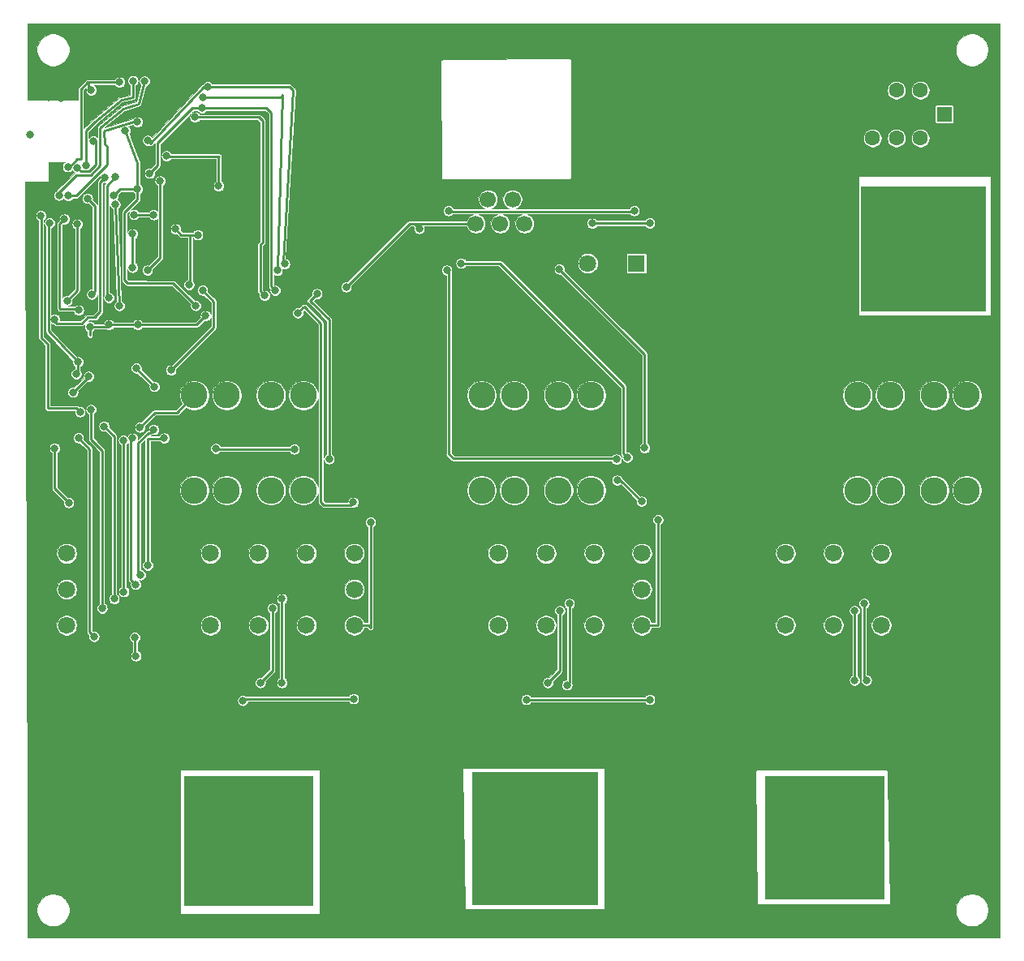
<source format=gbr>
%TF.GenerationSoftware,KiCad,Pcbnew,(5.1.9-0-10_14)*%
%TF.CreationDate,2021-05-17T23:47:06-07:00*%
%TF.ProjectId,tp_radio_board,74705f72-6164-4696-9f5f-626f6172642e,rev?*%
%TF.SameCoordinates,Original*%
%TF.FileFunction,Copper,L2,Bot*%
%TF.FilePolarity,Positive*%
%FSLAX46Y46*%
G04 Gerber Fmt 4.6, Leading zero omitted, Abs format (unit mm)*
G04 Created by KiCad (PCBNEW (5.1.9-0-10_14)) date 2021-05-17 23:47:06*
%MOMM*%
%LPD*%
G01*
G04 APERTURE LIST*
%TA.AperFunction,ComponentPad*%
%ADD10C,1.808000*%
%TD*%
%TA.AperFunction,ComponentPad*%
%ADD11C,3.200000*%
%TD*%
%TA.AperFunction,ComponentPad*%
%ADD12C,1.700000*%
%TD*%
%TA.AperFunction,ComponentPad*%
%ADD13C,2.780000*%
%TD*%
%TA.AperFunction,SMDPad,CuDef*%
%ADD14R,1.200000X1.500000*%
%TD*%
%TA.AperFunction,ComponentPad*%
%ADD15C,0.500000*%
%TD*%
%TA.AperFunction,ComponentPad*%
%ADD16R,1.800000X1.800000*%
%TD*%
%TA.AperFunction,ComponentPad*%
%ADD17C,1.800000*%
%TD*%
%TA.AperFunction,ComponentPad*%
%ADD18C,1.600000*%
%TD*%
%TA.AperFunction,ComponentPad*%
%ADD19R,1.600000X1.600000*%
%TD*%
%TA.AperFunction,ViaPad*%
%ADD20C,0.800000*%
%TD*%
%TA.AperFunction,Conductor*%
%ADD21C,0.250000*%
%TD*%
%TA.AperFunction,Conductor*%
%ADD22C,16.000000*%
%TD*%
%TA.AperFunction,Conductor*%
%ADD23C,8.000000*%
%TD*%
%TA.AperFunction,Conductor*%
%ADD24C,6.000000*%
%TD*%
%TA.AperFunction,Conductor*%
%ADD25C,0.050000*%
%TD*%
%TA.AperFunction,Conductor*%
%ADD26C,0.100000*%
%TD*%
G04 APERTURE END LIST*
D10*
%TO.P,K2,1*%
%TO.N,Net-(D2-Pad2)*%
X57140008Y-157350000D03*
%TO.P,K2,2*%
%TO.N,/Relay2_NC*%
X72140008Y-157350000D03*
%TO.P,K2,3*%
%TO.N,/Relay2_C*%
X77140008Y-157350000D03*
%TO.P,K2,4*%
%TO.N,/Relay2_NO*%
X82140008Y-157350000D03*
X82140008Y-149850000D03*
%TO.P,K2,3*%
%TO.N,/Relay2_C*%
X77140008Y-149850000D03*
%TO.P,K2,2*%
%TO.N,/Relay2_NC*%
X72140008Y-149850000D03*
%TO.P,K2,8*%
%TO.N,Net-(D5-Pad2)*%
X57140008Y-149850000D03*
%TO.P,K2,9*%
%TO.N,Net-(K2-Pad9)*%
X57140008Y-153600000D03*
%TD*%
%TO.P,K3,1*%
%TO.N,Net-(D3-Pad2)*%
X87140008Y-157350000D03*
%TO.P,K3,2*%
%TO.N,/Relay3_NC*%
X102140008Y-157350000D03*
%TO.P,K3,3*%
%TO.N,/Relay3_C*%
X107140008Y-157350000D03*
%TO.P,K3,4*%
%TO.N,/Relay3_NO*%
X112140008Y-157350000D03*
X112140008Y-149850000D03*
%TO.P,K3,3*%
%TO.N,/Relay3_C*%
X107140008Y-149850000D03*
%TO.P,K3,2*%
%TO.N,/Relay3_NC*%
X102140008Y-149850000D03*
%TO.P,K3,8*%
%TO.N,Net-(D6-Pad2)*%
X87140008Y-149850000D03*
%TO.P,K3,9*%
%TO.N,Net-(K3-Pad9)*%
X87140008Y-153600000D03*
%TD*%
%TO.P,K1,1*%
%TO.N,Net-(D1-Pad2)*%
X27140008Y-157350000D03*
%TO.P,K1,2*%
%TO.N,/Relay1_NC*%
X42140008Y-157350000D03*
%TO.P,K1,3*%
%TO.N,/Relay1_C*%
X47140008Y-157350000D03*
%TO.P,K1,4*%
%TO.N,/Relay1_NO*%
X52140008Y-157350000D03*
X52140008Y-149850000D03*
%TO.P,K1,3*%
%TO.N,/Relay1_C*%
X47140008Y-149850000D03*
%TO.P,K1,2*%
%TO.N,/Relay1_NC*%
X42140008Y-149850000D03*
%TO.P,K1,8*%
%TO.N,Net-(D4-Pad2)*%
X27140008Y-149850000D03*
%TO.P,K1,9*%
%TO.N,Net-(K1-Pad9)*%
X27140008Y-153600000D03*
%TD*%
D11*
%TO.P,J10,1*%
%TO.N,GND*%
X87500000Y-104500000D03*
X87500000Y-108935000D03*
X91935000Y-104500000D03*
X87500000Y-100065000D03*
X83065000Y-104500000D03*
X83065000Y-108935000D03*
X83065000Y-100065000D03*
X91935000Y-100065000D03*
X91935000Y-108935000D03*
%TD*%
%TO.P,J8,1*%
%TO.N,+12V*%
X116710000Y-118000000D03*
X116710000Y-122435000D03*
X121145000Y-118000000D03*
X116710000Y-113565000D03*
X112275000Y-118000000D03*
X112275000Y-122435000D03*
X112275000Y-113565000D03*
X121145000Y-113565000D03*
X121145000Y-122435000D03*
%TD*%
%TO.P,J7,1*%
%TO.N,/Relay3_OUT*%
X103405000Y-182785000D03*
X103405000Y-176915000D03*
X109275000Y-176915000D03*
X109275000Y-182785000D03*
%TD*%
%TO.P,J6,1*%
%TO.N,/Relay2_OUT*%
X73405000Y-182785000D03*
X73405000Y-176915000D03*
X79275000Y-176915000D03*
X79275000Y-182785000D03*
%TD*%
%TO.P,J5,1*%
%TO.N,/Relay1_OUT*%
X43405000Y-182785000D03*
X43405000Y-176915000D03*
X49275000Y-176915000D03*
X49275000Y-182785000D03*
%TD*%
%TO.P,J4,1*%
%TO.N,GND*%
X89405000Y-182785000D03*
X89405000Y-176915000D03*
X95275000Y-176915000D03*
X95275000Y-182785000D03*
%TD*%
%TO.P,J3,1*%
%TO.N,GND*%
X59405000Y-182785000D03*
X59405000Y-176915000D03*
X65275000Y-176915000D03*
X65275000Y-182785000D03*
%TD*%
%TO.P,J2,1*%
%TO.N,GND*%
X29405000Y-182785000D03*
X29405000Y-176915000D03*
X35275000Y-176915000D03*
X35275000Y-182785000D03*
%TD*%
D12*
%TO.P,J9,6*%
%TO.N,+3V3*%
X69825000Y-115440000D03*
%TO.P,J9,4*%
%TO.N,/TCA6416A_INT*%
X72365000Y-115440000D03*
%TO.P,J9,2*%
%TO.N,/SDA*%
X74905000Y-115440000D03*
%TO.P,J9,5*%
%TO.N,/RJ12_spare*%
X71095000Y-112900000D03*
%TO.P,J9,3*%
%TO.N,/SCL*%
X73655000Y-112900000D03*
%TO.P,J9,1*%
%TO.N,GND*%
X76175000Y-112900000D03*
%TD*%
D13*
%TO.P,F6,2*%
%TO.N,/Relay3_NO*%
X117650000Y-143270000D03*
X121050000Y-143270000D03*
%TO.P,F6,1*%
%TO.N,+12V*%
X117650000Y-133350000D03*
X121050000Y-133350000D03*
%TD*%
%TO.P,F5,2*%
%TO.N,/Relay2_NO*%
X78440000Y-143270000D03*
X81840000Y-143270000D03*
%TO.P,F5,1*%
%TO.N,+12V*%
X78440000Y-133350000D03*
X81840000Y-133350000D03*
%TD*%
%TO.P,F4,2*%
%TO.N,/Relay1_NO*%
X48440000Y-143270000D03*
X51840000Y-143270000D03*
%TO.P,F4,1*%
%TO.N,+12V*%
X48440000Y-133350000D03*
X51840000Y-133350000D03*
%TD*%
D14*
%TO.P,U4,9*%
%TO.N,GND*%
X35100000Y-118300000D03*
D15*
X35450000Y-118800000D03*
X34750000Y-118800000D03*
X35450000Y-117800000D03*
X34750000Y-117800000D03*
%TD*%
D16*
%TO.P,U3,1*%
%TO.N,+12V*%
X86590000Y-119570000D03*
D17*
%TO.P,U3,2*%
%TO.N,GND*%
X84050000Y-119570000D03*
%TO.P,U3,3*%
%TO.N,+5V*%
X81510000Y-119570000D03*
%TD*%
D13*
%TO.P,F3,2*%
%TO.N,/Relay3_C*%
X109650000Y-143270000D03*
X113050000Y-143270000D03*
%TO.P,F3,1*%
%TO.N,+12V*%
X109650000Y-133350000D03*
X113050000Y-133350000D03*
%TD*%
%TO.P,F2,2*%
%TO.N,/Relay2_C*%
X70440000Y-143270000D03*
X73840000Y-143270000D03*
%TO.P,F2,1*%
%TO.N,+12V*%
X70440000Y-133350000D03*
X73840000Y-133350000D03*
%TD*%
%TO.P,F1,2*%
%TO.N,/Relay1_C*%
X40440000Y-143270000D03*
X43840000Y-143270000D03*
%TO.P,F1,1*%
%TO.N,+12V*%
X40440000Y-133350000D03*
X43840000Y-133350000D03*
%TD*%
D18*
%TO.P,S1,1*%
%TO.N,Net-(S1-Pad1)*%
X116210000Y-101500000D03*
%TO.P,S1,2*%
%TO.N,/Button1*%
X113710000Y-101500000D03*
%TO.P,S1,3*%
%TO.N,GND*%
X111210000Y-101500000D03*
%TO.P,S1,4*%
%TO.N,Net-(S1-Pad4)*%
X116210000Y-106500000D03*
%TO.P,S1,5*%
%TO.N,Net-(S1-Pad5)*%
X113710000Y-106500000D03*
%TO.P,S1,6*%
%TO.N,Net-(S1-Pad6)*%
X111210000Y-106500000D03*
D19*
%TO.P,S1,L1*%
%TO.N,Net-(R20-Pad1)*%
X118710000Y-104000000D03*
D18*
%TO.P,S1,L2*%
%TO.N,GND*%
X108710000Y-104000000D03*
%TD*%
D20*
%TO.N,+5V*%
X40800000Y-116600000D03*
X39900000Y-121800000D03*
X50880000Y-138980000D03*
X42690000Y-138920000D03*
X38500000Y-116000000D03*
X38010000Y-130730000D03*
X41310000Y-122390000D03*
X87430000Y-138840000D03*
X78540000Y-120190000D03*
%TO.N,Net-(D2-Pad2)*%
X58840000Y-146600000D03*
%TO.N,GND*%
X58840000Y-163600000D03*
X69090000Y-163350000D03*
X88840000Y-163600000D03*
X99340000Y-163600000D03*
X39090000Y-163350000D03*
X28590000Y-163600000D03*
X85840000Y-141100000D03*
X55340000Y-141100000D03*
X43320000Y-118610000D03*
X46330000Y-120090000D03*
X46430000Y-113720000D03*
X122600000Y-156980000D03*
X23230000Y-113530000D03*
X23490000Y-100850000D03*
X23310000Y-106170000D03*
X26530000Y-102310000D03*
X27420000Y-101840000D03*
X26190000Y-101580000D03*
X25300000Y-102210000D03*
X24870000Y-101480000D03*
%TO.N,/Relay1_SET*%
X29300000Y-112800000D03*
X29750000Y-122810000D03*
%TO.N,/RESETn*%
X27250000Y-109490000D03*
X32650000Y-100670000D03*
X29690000Y-101480000D03*
%TO.N,/SWO*%
X34060000Y-100510000D03*
X29150000Y-109360000D03*
%TO.N,/SWDIO*%
X27290000Y-112510000D03*
X34510000Y-104810000D03*
%TO.N,/SWCLK*%
X26340000Y-112480000D03*
X35260000Y-100560000D03*
%TO.N,Net-(BT1-Pad1)*%
X35560000Y-120290000D03*
X36880000Y-110980000D03*
%TO.N,+3V3*%
X27785000Y-133035000D03*
X29420000Y-131390000D03*
X29545000Y-126185000D03*
X31545000Y-125985000D03*
X34545000Y-125985000D03*
X34400000Y-130520000D03*
X36285000Y-132435000D03*
X41620000Y-125050000D03*
X28360000Y-137800000D03*
X29990000Y-158530000D03*
X34250000Y-158630000D03*
X34360000Y-160560000D03*
X57060000Y-165030000D03*
X45510000Y-165220000D03*
X75090000Y-165120000D03*
X87970000Y-165120000D03*
X34520000Y-111810000D03*
X32000000Y-112500000D03*
X40600000Y-124000000D03*
X56300000Y-122040000D03*
X63920000Y-115950000D03*
X33250000Y-105720000D03*
%TO.N,Net-(C7-Pad1)*%
X34000000Y-116500000D03*
X34000000Y-120000000D03*
%TO.N,Net-(D3-Pad2)*%
X88840000Y-146350000D03*
%TO.N,+12V*%
X34770000Y-136690000D03*
%TO.N,/Relay2_SET*%
X54520000Y-140000000D03*
X48900000Y-122410000D03*
X41240000Y-103350000D03*
X35790000Y-110170000D03*
X53250000Y-122750000D03*
%TO.N,/Relay3_SET*%
X85630000Y-139830000D03*
X68290000Y-119570000D03*
X41860000Y-101140000D03*
X49890000Y-119630000D03*
X28220000Y-109590000D03*
X35600000Y-106740000D03*
X29900000Y-106810000D03*
%TO.N,/SCL*%
X32190000Y-113410000D03*
X32630000Y-123990000D03*
%TO.N,/SDA*%
X31540000Y-123160000D03*
X32230000Y-110560000D03*
%TO.N,Net-(R4-Pad3)*%
X30840000Y-155600000D03*
X47340000Y-163350000D03*
X48590000Y-155600000D03*
X29670000Y-134860000D03*
%TO.N,Net-(R4-Pad2)*%
X49590000Y-154600000D03*
X49590000Y-163350000D03*
X31040000Y-136580000D03*
X32090000Y-154600000D03*
%TO.N,Net-(R5-Pad3)*%
X33090000Y-153850000D03*
X77340000Y-163350000D03*
X78590000Y-155850000D03*
X33060000Y-138040000D03*
%TO.N,Net-(R5-Pad2)*%
X79590000Y-155100000D03*
X79340000Y-163600000D03*
X34340000Y-153100000D03*
X34000000Y-137830000D03*
%TO.N,Net-(R6-Pad3)*%
X34840000Y-152100000D03*
X109340000Y-163100000D03*
X109340000Y-155850000D03*
X36210000Y-136920000D03*
%TO.N,Net-(R6-Pad2)*%
X110590000Y-163100000D03*
X110340000Y-155100000D03*
X35590000Y-151100000D03*
X37310000Y-137810000D03*
%TO.N,/INA3221_TC*%
X28240000Y-115480000D03*
X27170000Y-123460000D03*
%TO.N,/INA3221_WARNING*%
X28370000Y-124460000D03*
X26900000Y-114950000D03*
%TO.N,/INA3221_CRITICAL*%
X25360000Y-115370000D03*
X28310000Y-129870000D03*
X28120000Y-131120000D03*
%TO.N,/INA3221_PV*%
X28530000Y-135090000D03*
X24440000Y-114600000D03*
%TO.N,/Relay2_UNSET*%
X57030000Y-144520000D03*
X47780000Y-122930000D03*
X51250000Y-124750000D03*
X40520000Y-104310000D03*
%TO.N,/Relay1_UNSET*%
X25880000Y-138870000D03*
X27350000Y-144560000D03*
X25880000Y-125410000D03*
X31140000Y-110610000D03*
%TO.N,/Relay3_UNSET*%
X87110000Y-144420000D03*
X84570000Y-142210000D03*
X84500000Y-140030000D03*
X66800000Y-120290000D03*
X41350000Y-102210000D03*
X49100000Y-120320000D03*
%TO.N,/Button1*%
X37550000Y-108360000D03*
X42990000Y-111510000D03*
X86350000Y-114080000D03*
X66960000Y-114080000D03*
%TO.N,/Button1_LED*%
X87970000Y-115370000D03*
X81960000Y-115400000D03*
X36210000Y-114500000D03*
X34160000Y-114480000D03*
%TD*%
D21*
%TO.N,+5V*%
X40000000Y-116600000D02*
X40800000Y-116600000D01*
X40000000Y-121700000D02*
X39900000Y-121800000D01*
X40000000Y-116600000D02*
X40000000Y-121700000D01*
X42750000Y-138980000D02*
X50880000Y-138980000D01*
X42690000Y-138920000D02*
X42750000Y-138980000D01*
X39100000Y-116600000D02*
X40800000Y-116600000D01*
X38500000Y-116000000D02*
X39100000Y-116600000D01*
X42460000Y-123540000D02*
X41310000Y-122390000D01*
X42460000Y-126280000D02*
X42460000Y-123540000D01*
X38010000Y-130730000D02*
X42460000Y-126280000D01*
X87430000Y-129080000D02*
X87430000Y-138840000D01*
X78540000Y-120190000D02*
X87430000Y-129080000D01*
%TO.N,Net-(D2-Pad2)*%
X58590000Y-157350000D02*
X57140008Y-157350000D01*
X58840000Y-157600000D02*
X58590000Y-157350000D01*
X58840000Y-146600000D02*
X58840000Y-157600000D01*
D22*
%TO.N,GND*%
X97610000Y-107300000D02*
X97650000Y-140540000D01*
X97650000Y-140540000D02*
X97920000Y-140810000D01*
D23*
X91935000Y-108935000D02*
X91935000Y-112185000D01*
X91935000Y-112185000D02*
X93750000Y-114000000D01*
D21*
X58340000Y-164100000D02*
X58840000Y-163600000D01*
X68340000Y-164100000D02*
X69090000Y-163350000D01*
X93590000Y-163850000D02*
X89090000Y-163850000D01*
X89090000Y-163850000D02*
X88840000Y-163600000D01*
X93590000Y-163850000D02*
X99090000Y-163850000D01*
X99090000Y-163850000D02*
X99340000Y-163600000D01*
X38840000Y-163600000D02*
X39090000Y-163350000D01*
X86090000Y-141350000D02*
X93590000Y-141350000D01*
X85840000Y-141100000D02*
X86090000Y-141350000D01*
X55340000Y-141100000D02*
X85840000Y-141100000D01*
X44800000Y-120090000D02*
X46330000Y-120090000D01*
X43320000Y-118610000D02*
X44800000Y-120090000D01*
D24*
X91935000Y-104500000D02*
X91935000Y-108935000D01*
D21*
X46330000Y-120090000D02*
X46330000Y-113820000D01*
X46330000Y-113820000D02*
X46430000Y-113720000D01*
D23*
X93590000Y-141350000D02*
X93590000Y-150720000D01*
X93590000Y-150720000D02*
X93590000Y-163850000D01*
X93590000Y-118350000D02*
X93590000Y-141350000D01*
X97650000Y-140540000D02*
X97650000Y-146660000D01*
X97650000Y-146660000D02*
X93590000Y-150720000D01*
D24*
X97650000Y-140540000D02*
X97650000Y-157380000D01*
X97650000Y-157380000D02*
X97750000Y-157480000D01*
D21*
X122600000Y-156940000D02*
X122600000Y-156980000D01*
X23230000Y-113530000D02*
X23210000Y-113530000D01*
X23490000Y-100870000D02*
X23490000Y-100850000D01*
X23300000Y-106160000D02*
X23270000Y-106160000D01*
X23310000Y-106170000D02*
X23300000Y-106160000D01*
X26950000Y-102310000D02*
X26530000Y-102310000D01*
X27420000Y-101840000D02*
X26950000Y-102310000D01*
X26190000Y-101580000D02*
X25560000Y-102210000D01*
X25560000Y-102210000D02*
X25300000Y-102210000D01*
X24870000Y-101480000D02*
X24240000Y-100850000D01*
X24240000Y-100850000D02*
X23490000Y-100850000D01*
%TO.N,/Relay1_SET*%
X30070000Y-113570000D02*
X29300000Y-112800000D01*
X30070000Y-122490000D02*
X30070000Y-113570000D01*
X29750000Y-122810000D02*
X30070000Y-122490000D01*
%TO.N,/RESETn*%
X27230000Y-109510000D02*
X27230000Y-109520000D01*
X27250000Y-109490000D02*
X27230000Y-109510000D01*
X27250000Y-109490000D02*
X27430000Y-109490000D01*
X29340000Y-100670000D02*
X29380000Y-100670000D01*
X29380000Y-100670000D02*
X32650000Y-100670000D01*
X32650000Y-100670000D02*
X32660000Y-100670000D01*
X28640000Y-101370000D02*
X29340000Y-100670000D01*
X28640000Y-104730000D02*
X28640000Y-101370000D01*
X27430000Y-109490000D02*
X28210000Y-108710000D01*
X28210000Y-108710000D02*
X28580000Y-108710000D01*
X28580000Y-108710000D02*
X28640000Y-108650000D01*
X28640000Y-108650000D02*
X28640000Y-104730000D01*
X29380000Y-101170000D02*
X29380000Y-100670000D01*
X29690000Y-101480000D02*
X29380000Y-101170000D01*
%TO.N,/SWO*%
X34060000Y-102240000D02*
X34060000Y-100510000D01*
X32860000Y-102510000D02*
X34060000Y-102240000D01*
X30080000Y-104780000D02*
X32860000Y-102510000D01*
X29120000Y-105740000D02*
X30080000Y-104780000D01*
X29120000Y-107070000D02*
X29120000Y-105740000D01*
X29150000Y-109360000D02*
X29120000Y-108660000D01*
X29120000Y-108660000D02*
X29120000Y-107070000D01*
%TO.N,/SWDIO*%
X31380000Y-107420000D02*
X31060000Y-107090000D01*
X31060000Y-107090000D02*
X31065000Y-107085000D01*
X31380000Y-109240000D02*
X31380000Y-107420000D01*
X28110000Y-112510000D02*
X31380000Y-109240000D01*
X27290000Y-112510000D02*
X28110000Y-112510000D01*
X31060000Y-107090000D02*
X31030481Y-105820683D01*
X31030481Y-105820683D02*
X31030000Y-105800000D01*
X31030000Y-105800000D02*
X31055000Y-105775000D01*
X31030481Y-105820683D02*
X31030481Y-105799519D01*
X34390000Y-104690000D02*
X34510000Y-104810000D01*
X31130000Y-105700000D02*
X34390000Y-104690000D01*
X31030481Y-105799519D02*
X31130000Y-105700000D01*
%TO.N,/SWCLK*%
X30600000Y-109390000D02*
X30600000Y-107030000D01*
X30600000Y-107030000D02*
X30600000Y-106980000D01*
X29649998Y-110340002D02*
X30600000Y-109390000D01*
X28149998Y-110340002D02*
X29649998Y-110340002D01*
X26340000Y-112150000D02*
X28149998Y-110340002D01*
X26340000Y-112480000D02*
X26340000Y-112150000D01*
X30600000Y-107030000D02*
X30600000Y-105440000D01*
X34640000Y-102910000D02*
X35260000Y-100560000D01*
X33070000Y-103390000D02*
X34640000Y-102910000D01*
X30780000Y-105260000D02*
X33070000Y-103390000D01*
X30600000Y-105440000D02*
X30780000Y-105260000D01*
%TO.N,Net-(BT1-Pad1)*%
X35560000Y-120290000D02*
X36880000Y-118970000D01*
X36880000Y-118970000D02*
X36880000Y-110980000D01*
%TO.N,+3V3*%
X29385000Y-131425000D02*
X29385000Y-131435000D01*
X29420000Y-131390000D02*
X29385000Y-131425000D01*
X29385000Y-131435000D02*
X27785000Y-133035000D01*
X29545000Y-127085000D02*
X29545000Y-126185000D01*
X29545000Y-126185000D02*
X31345000Y-126185000D01*
X31345000Y-126185000D02*
X31545000Y-125985000D01*
X31545000Y-125985000D02*
X34545000Y-125985000D01*
X34545000Y-125985000D02*
X34545000Y-126185000D01*
X34400000Y-130520000D02*
X34385000Y-130535000D01*
X34385000Y-130535000D02*
X36285000Y-132435000D01*
X34545000Y-125985000D02*
X40685000Y-125985000D01*
X40685000Y-125985000D02*
X41620000Y-125050000D01*
X29530000Y-138970000D02*
X28360000Y-137800000D01*
X29530000Y-158070000D02*
X29530000Y-138970000D01*
X29990000Y-158530000D02*
X29530000Y-158070000D01*
X34250000Y-160450000D02*
X34250000Y-158630000D01*
X34360000Y-160560000D02*
X34250000Y-160450000D01*
X45700000Y-165030000D02*
X57060000Y-165030000D01*
X45510000Y-165220000D02*
X45700000Y-165030000D01*
X75090000Y-165120000D02*
X87970000Y-165120000D01*
X87970000Y-165120000D02*
X88000000Y-165120000D01*
X32690000Y-111810000D02*
X34520000Y-111810000D01*
X32000000Y-112500000D02*
X32690000Y-111810000D01*
X40600000Y-124000000D02*
X38240000Y-121640000D01*
X38240000Y-121640000D02*
X35420000Y-121640000D01*
X35420000Y-121640000D02*
X35410000Y-121630000D01*
X35410000Y-121630000D02*
X33450000Y-121630000D01*
X33450000Y-121630000D02*
X33150000Y-121330000D01*
X33150000Y-121330000D02*
X33150000Y-114270000D01*
X33150000Y-114270000D02*
X34520000Y-112900000D01*
X34520000Y-112900000D02*
X34520000Y-111810000D01*
X62900000Y-115440000D02*
X69825000Y-115440000D01*
X56300000Y-122040000D02*
X62900000Y-115440000D01*
X62900000Y-115440000D02*
X63410000Y-115440000D01*
X63410000Y-115440000D02*
X63920000Y-115950000D01*
X34520000Y-111810000D02*
X34520000Y-109140000D01*
X34520000Y-109140000D02*
X33250000Y-105720000D01*
%TO.N,Net-(C7-Pad1)*%
X34000000Y-120000000D02*
X34000000Y-116500000D01*
%TO.N,Net-(D3-Pad2)*%
X88840000Y-157350000D02*
X87140008Y-157350000D01*
X88840000Y-146350000D02*
X88840000Y-157350000D01*
%TO.N,+12V*%
X38640000Y-135150000D02*
X40440000Y-133350000D01*
X36310000Y-135150000D02*
X38640000Y-135150000D01*
X34770000Y-136690000D02*
X36310000Y-135150000D01*
%TO.N,/Relay2_SET*%
X54520000Y-140000000D02*
X54390000Y-139870000D01*
X48900000Y-122410000D02*
X48470000Y-121980000D01*
X47980000Y-103350000D02*
X41240000Y-103350000D01*
X48470000Y-103840000D02*
X47980000Y-103350000D01*
X48470000Y-121980000D02*
X48470000Y-103840000D01*
X40260000Y-103350000D02*
X41240000Y-103350000D01*
X36610000Y-107000000D02*
X40260000Y-103350000D01*
X36610000Y-109350000D02*
X36610000Y-107000000D01*
X35790000Y-110170000D02*
X36610000Y-109350000D01*
X54520000Y-140000000D02*
X54520000Y-125480000D01*
X54520000Y-125480000D02*
X52520000Y-123480000D01*
X52520000Y-123480000D02*
X52500000Y-123460000D01*
X52520000Y-123480000D02*
X53250000Y-122750000D01*
%TO.N,/Relay3_SET*%
X85630000Y-139830000D02*
X85230000Y-139430000D01*
X85230000Y-139430000D02*
X85230000Y-137310000D01*
X85230000Y-137310000D02*
X85230000Y-136830000D01*
X85230000Y-137310000D02*
X85240000Y-137310000D01*
X85240000Y-132480000D02*
X85240000Y-137310000D01*
X72330000Y-119570000D02*
X85240000Y-132480000D01*
X72330000Y-119570000D02*
X68290000Y-119570000D01*
X50390000Y-101140000D02*
X41860000Y-101140000D01*
X49890000Y-119630000D02*
X49690000Y-119430000D01*
X49690000Y-119430000D02*
X50750000Y-101500000D01*
X50750000Y-101500000D02*
X50390000Y-101140000D01*
X30200000Y-109290000D02*
X30200000Y-106770000D01*
X28220000Y-109590000D02*
X28620000Y-109990000D01*
X28620000Y-109990000D02*
X29500000Y-109990000D01*
X29500000Y-109990000D02*
X30200000Y-109290000D01*
X30200000Y-106770000D02*
X30200000Y-106730000D01*
X41860000Y-101140000D02*
X41400000Y-101140000D01*
X35880000Y-107046053D02*
X35880000Y-107050000D01*
X35935859Y-106990194D02*
X35880000Y-107046053D01*
X35850194Y-106990194D02*
X35935859Y-106990194D01*
X35600000Y-106740000D02*
X35850194Y-106990194D01*
X29940000Y-106770000D02*
X29900000Y-106810000D01*
X29940000Y-106770000D02*
X30200000Y-106770000D01*
X35880000Y-107050000D02*
X41400000Y-101140000D01*
%TO.N,/SCL*%
X32630000Y-123990000D02*
X32190000Y-113410000D01*
%TO.N,/SDA*%
X31540000Y-123160000D02*
X31350000Y-122970000D01*
X31350000Y-122970000D02*
X31350000Y-111440000D01*
X31350000Y-111440000D02*
X32230000Y-110560000D01*
%TO.N,Net-(R4-Pad3)*%
X30840000Y-155600000D02*
X31090000Y-155350000D01*
X47340000Y-163350000D02*
X48590000Y-162100000D01*
X48590000Y-162100000D02*
X48590000Y-155600000D01*
X30840000Y-155600000D02*
X30840000Y-139130000D01*
X29670000Y-137960000D02*
X29670000Y-134860000D01*
X30840000Y-139130000D02*
X29670000Y-137960000D01*
%TO.N,Net-(R4-Pad2)*%
X49590000Y-163350000D02*
X49590000Y-154600000D01*
X32090000Y-137630000D02*
X31040000Y-136580000D01*
X32090000Y-154600000D02*
X32090000Y-137630000D01*
%TO.N,Net-(R5-Pad3)*%
X33090000Y-153850000D02*
X33090000Y-138930000D01*
X77340000Y-163350000D02*
X78590000Y-162100000D01*
X78590000Y-162100000D02*
X78590000Y-155850000D01*
X33090000Y-138930000D02*
X33090000Y-138850000D01*
X33090000Y-138930000D02*
X33090000Y-138070000D01*
X33090000Y-138070000D02*
X33060000Y-138040000D01*
%TO.N,Net-(R5-Pad2)*%
X79590000Y-163350000D02*
X79590000Y-155100000D01*
X79340000Y-163600000D02*
X79590000Y-163350000D01*
X34340000Y-153100000D02*
X33840000Y-152600000D01*
X33840000Y-152600000D02*
X33840000Y-138870000D01*
X33840000Y-138870000D02*
X33840000Y-138850000D01*
X33840000Y-138870000D02*
X33840000Y-137990000D01*
X33840000Y-137990000D02*
X34000000Y-137830000D01*
%TO.N,Net-(R6-Pad3)*%
X34590000Y-151850000D02*
X34590000Y-138350000D01*
X34840000Y-152100000D02*
X34590000Y-151850000D01*
X109340000Y-163100000D02*
X109340000Y-155850000D01*
X36210000Y-136920000D02*
X35830000Y-137300000D01*
X35830000Y-137300000D02*
X35640000Y-137300000D01*
X35640000Y-137300000D02*
X34590000Y-138350000D01*
%TO.N,Net-(R6-Pad2)*%
X110340000Y-162850000D02*
X110340000Y-155100000D01*
X110590000Y-163100000D02*
X110340000Y-162850000D01*
X35590000Y-137870000D02*
X35590000Y-151100000D01*
X35590000Y-137870000D02*
X35590000Y-137850000D01*
X37250000Y-137870000D02*
X35590000Y-137870000D01*
X37310000Y-137810000D02*
X37250000Y-137870000D01*
%TO.N,/INA3221_TC*%
X28240000Y-122390000D02*
X28240000Y-115480000D01*
X27170000Y-123460000D02*
X28240000Y-122390000D01*
%TO.N,/INA3221_WARNING*%
X28370000Y-124460000D02*
X28230000Y-124320000D01*
X28230000Y-124320000D02*
X26420000Y-124320000D01*
X26420000Y-124320000D02*
X26400000Y-124300000D01*
X26400000Y-124300000D02*
X26400000Y-115450000D01*
X26400000Y-115450000D02*
X26900000Y-114950000D01*
%TO.N,/INA3221_CRITICAL*%
X25220000Y-115510000D02*
X25360000Y-115370000D01*
X25220000Y-126670000D02*
X25220000Y-115510000D01*
X28310000Y-129870000D02*
X28195000Y-129755000D01*
X28195000Y-129755000D02*
X25220000Y-126670000D01*
X28310000Y-129870000D02*
X28295000Y-130945000D01*
X28295000Y-130945000D02*
X28120000Y-131120000D01*
%TO.N,/INA3221_PV*%
X28530000Y-135090000D02*
X28140000Y-134700000D01*
X28140000Y-134700000D02*
X25150000Y-134700000D01*
X25150000Y-134700000D02*
X25140000Y-134700000D01*
X25150000Y-134700000D02*
X25150000Y-128020000D01*
X24490000Y-114650000D02*
X24440000Y-114600000D01*
X24490000Y-127360000D02*
X24490000Y-114650000D01*
X25150000Y-128020000D02*
X24490000Y-127360000D01*
%TO.N,/Relay2_UNSET*%
X57030000Y-144520000D02*
X56730000Y-144820000D01*
X56730000Y-144820000D02*
X53990000Y-144820000D01*
X53990000Y-144820000D02*
X53660000Y-144490000D01*
X53660000Y-144490000D02*
X53660000Y-125840000D01*
X53660000Y-125840000D02*
X52035000Y-124215000D01*
X52035000Y-124215000D02*
X51910000Y-124090000D01*
X51785000Y-124215000D02*
X51250000Y-124750000D01*
X51785000Y-124215000D02*
X52035000Y-124215000D01*
X47780000Y-122930000D02*
X47350000Y-122500000D01*
X47350000Y-122500000D02*
X47350000Y-117610000D01*
X47350000Y-117610000D02*
X47580000Y-117380000D01*
X47580000Y-117380000D02*
X47580000Y-104710000D01*
X47580000Y-104710000D02*
X47180000Y-104310000D01*
X47180000Y-104310000D02*
X40520000Y-104310000D01*
%TO.N,/Relay1_UNSET*%
X25880000Y-143090000D02*
X25880000Y-138870000D01*
X27350000Y-144560000D02*
X25880000Y-143090000D01*
X25880000Y-125410000D02*
X25720000Y-125250000D01*
X30800000Y-110950000D02*
X31140000Y-110610000D01*
X25880000Y-125410000D02*
X25880000Y-125650000D01*
X29350000Y-125230000D02*
X30020000Y-125230000D01*
X28720000Y-125860000D02*
X29350000Y-125230000D01*
X26090000Y-125860000D02*
X28720000Y-125860000D01*
X25880000Y-125650000D02*
X26090000Y-125860000D01*
X31140000Y-110610000D02*
X30620000Y-111130000D01*
X30620000Y-124630000D02*
X30020000Y-125230000D01*
X30620000Y-111130000D02*
X30620000Y-124630000D01*
X30020000Y-125230000D02*
X30180000Y-125230000D01*
%TO.N,/Relay3_UNSET*%
X87110000Y-144420000D02*
X84900000Y-142210000D01*
X84900000Y-142210000D02*
X84570000Y-142210000D01*
X84500000Y-140030000D02*
X84430000Y-139960000D01*
X84430000Y-139960000D02*
X67470000Y-139960000D01*
X67470000Y-139960000D02*
X67025000Y-139515000D01*
X66800000Y-120290000D02*
X67025000Y-120515000D01*
X67025000Y-120515000D02*
X67025000Y-139515000D01*
X67025000Y-139515000D02*
X67000000Y-139490000D01*
X41350000Y-102210000D02*
X49480000Y-102210000D01*
X49100000Y-120320000D02*
X49680000Y-102010000D01*
X49680000Y-102010000D02*
X49480000Y-102210000D01*
%TO.N,/Button1*%
X37600000Y-108410000D02*
X42960000Y-108410000D01*
X42960000Y-108410000D02*
X43030000Y-108410000D01*
X37550000Y-108360000D02*
X37600000Y-108410000D01*
X42960000Y-108410000D02*
X42960000Y-111480000D01*
X42960000Y-111480000D02*
X42990000Y-111510000D01*
X86280000Y-114150000D02*
X86350000Y-114080000D01*
X67030000Y-114150000D02*
X86280000Y-114150000D01*
X66960000Y-114080000D02*
X67030000Y-114150000D01*
%TO.N,/Button1_LED*%
X81990000Y-115370000D02*
X87970000Y-115370000D01*
X81960000Y-115400000D02*
X81990000Y-115370000D01*
X34180000Y-114500000D02*
X36210000Y-114500000D01*
X34160000Y-114480000D02*
X34180000Y-114500000D01*
%TD*%
D25*
%TO.N,/Relay3_OUT*%
X112375000Y-185875000D02*
X100025000Y-185875000D01*
X100025000Y-173125000D01*
X112375000Y-173125000D01*
X112375000Y-185875000D01*
%TA.AperFunction,Conductor*%
D26*
G36*
X112375000Y-185875000D02*
G01*
X100025000Y-185875000D01*
X100025000Y-173125000D01*
X112375000Y-173125000D01*
X112375000Y-185875000D01*
G37*
%TD.AperFunction*%
%TD*%
D25*
%TO.N,/Relay2_OUT*%
X82475000Y-186475000D02*
X69425000Y-186475000D01*
X69425000Y-172725000D01*
X82475000Y-172725000D01*
X82475000Y-186475000D01*
%TA.AperFunction,Conductor*%
D26*
G36*
X82475000Y-186475000D02*
G01*
X69425000Y-186475000D01*
X69425000Y-172725000D01*
X82475000Y-172725000D01*
X82475000Y-186475000D01*
G37*
%TD.AperFunction*%
%TD*%
D25*
%TO.N,/Relay1_OUT*%
X52775000Y-186575000D02*
X39425000Y-186575000D01*
X39425000Y-173125000D01*
X52775000Y-173125000D01*
X52775000Y-186575000D01*
%TA.AperFunction,Conductor*%
D26*
G36*
X52775000Y-186575000D02*
G01*
X39425000Y-186575000D01*
X39425000Y-173125000D01*
X52775000Y-173125000D01*
X52775000Y-186575000D01*
G37*
%TD.AperFunction*%
%TD*%
D25*
%TO.N,GND*%
X124475000Y-189975000D02*
X23025000Y-189975000D01*
X23025000Y-186931411D01*
X24008282Y-186931411D01*
X24008282Y-187268589D01*
X24074063Y-187599290D01*
X24203095Y-187910802D01*
X24390422Y-188191156D01*
X24628844Y-188429578D01*
X24909198Y-188616905D01*
X25220710Y-188745937D01*
X25551411Y-188811718D01*
X25888589Y-188811718D01*
X26219290Y-188745937D01*
X26530802Y-188616905D01*
X26811156Y-188429578D01*
X27049578Y-188191156D01*
X27236905Y-187910802D01*
X27365937Y-187599290D01*
X27431718Y-187268589D01*
X27431718Y-186931411D01*
X27365937Y-186600710D01*
X27236905Y-186289198D01*
X27049578Y-186008844D01*
X26811156Y-185770422D01*
X26530802Y-185583095D01*
X26219290Y-185454063D01*
X25888589Y-185388282D01*
X25551411Y-185388282D01*
X25220710Y-185454063D01*
X24909198Y-185583095D01*
X24628844Y-185770422D01*
X24390422Y-186008844D01*
X24203095Y-186289198D01*
X24074063Y-186600710D01*
X24008282Y-186931411D01*
X23025000Y-186931411D01*
X23025000Y-172500000D01*
X38975000Y-172500000D01*
X38975000Y-187500000D01*
X38975480Y-187504877D01*
X38976903Y-187509567D01*
X38979213Y-187513889D01*
X38982322Y-187517678D01*
X38986111Y-187520787D01*
X38990433Y-187523097D01*
X38995123Y-187524520D01*
X39000000Y-187525000D01*
X53500000Y-187525000D01*
X53504877Y-187524520D01*
X53509567Y-187523097D01*
X53513889Y-187520787D01*
X53517678Y-187517678D01*
X53520787Y-187513889D01*
X53523097Y-187509567D01*
X53524520Y-187504877D01*
X53525000Y-187500000D01*
X53525000Y-172500000D01*
X53524520Y-172495123D01*
X53523097Y-172490433D01*
X53520787Y-172486111D01*
X53517678Y-172482322D01*
X53513889Y-172479213D01*
X53509567Y-172476903D01*
X53504877Y-172475480D01*
X53500000Y-172475000D01*
X39000000Y-172475000D01*
X38995123Y-172475480D01*
X38990433Y-172476903D01*
X38986111Y-172479213D01*
X38982322Y-172482322D01*
X38979213Y-172486111D01*
X38976903Y-172490433D01*
X38975480Y-172495123D01*
X38975000Y-172500000D01*
X23025000Y-172500000D01*
X23025000Y-172250352D01*
X68475002Y-172250352D01*
X68682748Y-187000352D01*
X68683297Y-187005222D01*
X68684786Y-187009891D01*
X68687157Y-187014181D01*
X68690319Y-187017925D01*
X68694151Y-187020980D01*
X68698505Y-187023229D01*
X68703215Y-187024586D01*
X68707746Y-187025000D01*
X83250000Y-187025000D01*
X83254877Y-187024520D01*
X83259567Y-187023097D01*
X83263889Y-187020787D01*
X83267678Y-187017678D01*
X83270787Y-187013889D01*
X83273097Y-187009567D01*
X83274520Y-187004877D01*
X83275000Y-187000000D01*
X83275000Y-186931411D01*
X119878282Y-186931411D01*
X119878282Y-187268589D01*
X119944063Y-187599290D01*
X120073095Y-187910802D01*
X120260422Y-188191156D01*
X120498844Y-188429578D01*
X120779198Y-188616905D01*
X121090710Y-188745937D01*
X121421411Y-188811718D01*
X121758589Y-188811718D01*
X122089290Y-188745937D01*
X122400802Y-188616905D01*
X122681156Y-188429578D01*
X122919578Y-188191156D01*
X123106905Y-187910802D01*
X123235937Y-187599290D01*
X123301718Y-187268589D01*
X123301718Y-186931411D01*
X123235937Y-186600710D01*
X123106905Y-186289198D01*
X122919578Y-186008844D01*
X122681156Y-185770422D01*
X122400802Y-185583095D01*
X122089290Y-185454063D01*
X121758589Y-185388282D01*
X121421411Y-185388282D01*
X121090710Y-185454063D01*
X120779198Y-185583095D01*
X120498844Y-185770422D01*
X120260422Y-186008844D01*
X120073095Y-186289198D01*
X119944063Y-186600710D01*
X119878282Y-186931411D01*
X83275000Y-186931411D01*
X83275000Y-172500266D01*
X99038831Y-172500266D01*
X99187767Y-186500266D01*
X99188300Y-186505138D01*
X99189772Y-186509812D01*
X99192128Y-186514110D01*
X99195277Y-186517865D01*
X99199099Y-186520933D01*
X99203445Y-186523197D01*
X99208150Y-186524570D01*
X99212766Y-186525000D01*
X113000000Y-186525000D01*
X113004877Y-186524520D01*
X113009567Y-186523097D01*
X113013889Y-186520787D01*
X113017678Y-186517678D01*
X113020787Y-186513889D01*
X113023097Y-186509567D01*
X113024520Y-186504877D01*
X113024996Y-186499554D01*
X112788389Y-173249554D01*
X112787822Y-173244686D01*
X112786315Y-173240022D01*
X112783928Y-173235742D01*
X112780752Y-173232010D01*
X112776909Y-173228969D01*
X112775000Y-173227992D01*
X112775000Y-172500000D01*
X112774520Y-172495123D01*
X112773097Y-172490433D01*
X112770787Y-172486111D01*
X112767678Y-172482322D01*
X112763889Y-172479213D01*
X112759567Y-172476903D01*
X112754877Y-172475480D01*
X112750000Y-172475000D01*
X99063830Y-172475000D01*
X99058953Y-172475480D01*
X99054263Y-172476903D01*
X99049941Y-172479213D01*
X99046152Y-172482322D01*
X99043043Y-172486111D01*
X99040733Y-172490433D01*
X99039310Y-172495123D01*
X99038831Y-172500266D01*
X83275000Y-172500266D01*
X83275000Y-172250000D01*
X83274520Y-172245123D01*
X83273097Y-172240433D01*
X83270787Y-172236111D01*
X83267678Y-172232322D01*
X83263889Y-172229213D01*
X83259567Y-172226903D01*
X83254877Y-172225480D01*
X83250000Y-172225000D01*
X68500000Y-172225000D01*
X68495123Y-172225480D01*
X68490433Y-172226903D01*
X68486111Y-172229213D01*
X68482322Y-172232322D01*
X68479213Y-172236111D01*
X68476903Y-172240433D01*
X68475480Y-172245123D01*
X68475002Y-172250352D01*
X23025000Y-172250352D01*
X23025000Y-169749894D01*
X23005484Y-165163367D01*
X44935000Y-165163367D01*
X44935000Y-165276633D01*
X44957097Y-165387721D01*
X45000442Y-165492365D01*
X45063368Y-165586541D01*
X45143459Y-165666632D01*
X45237635Y-165729558D01*
X45342279Y-165772903D01*
X45453367Y-165795000D01*
X45566633Y-165795000D01*
X45677721Y-165772903D01*
X45782365Y-165729558D01*
X45876541Y-165666632D01*
X45956632Y-165586541D01*
X46019558Y-165492365D01*
X46062903Y-165387721D01*
X46074385Y-165330000D01*
X56568907Y-165330000D01*
X56613368Y-165396541D01*
X56693459Y-165476632D01*
X56787635Y-165539558D01*
X56892279Y-165582903D01*
X57003367Y-165605000D01*
X57116633Y-165605000D01*
X57227721Y-165582903D01*
X57332365Y-165539558D01*
X57426541Y-165476632D01*
X57506632Y-165396541D01*
X57569558Y-165302365D01*
X57612903Y-165197721D01*
X57635000Y-165086633D01*
X57635000Y-165063367D01*
X74515000Y-165063367D01*
X74515000Y-165176633D01*
X74537097Y-165287721D01*
X74580442Y-165392365D01*
X74643368Y-165486541D01*
X74723459Y-165566632D01*
X74817635Y-165629558D01*
X74922279Y-165672903D01*
X75033367Y-165695000D01*
X75146633Y-165695000D01*
X75257721Y-165672903D01*
X75362365Y-165629558D01*
X75456541Y-165566632D01*
X75536632Y-165486541D01*
X75581093Y-165420000D01*
X87478907Y-165420000D01*
X87523368Y-165486541D01*
X87603459Y-165566632D01*
X87697635Y-165629558D01*
X87802279Y-165672903D01*
X87913367Y-165695000D01*
X88026633Y-165695000D01*
X88137721Y-165672903D01*
X88242365Y-165629558D01*
X88336541Y-165566632D01*
X88416632Y-165486541D01*
X88479558Y-165392365D01*
X88522903Y-165287721D01*
X88545000Y-165176633D01*
X88545000Y-165063367D01*
X88522903Y-164952279D01*
X88479558Y-164847635D01*
X88416632Y-164753459D01*
X88336541Y-164673368D01*
X88242365Y-164610442D01*
X88137721Y-164567097D01*
X88026633Y-164545000D01*
X87913367Y-164545000D01*
X87802279Y-164567097D01*
X87697635Y-164610442D01*
X87603459Y-164673368D01*
X87523368Y-164753459D01*
X87478907Y-164820000D01*
X75581093Y-164820000D01*
X75536632Y-164753459D01*
X75456541Y-164673368D01*
X75362365Y-164610442D01*
X75257721Y-164567097D01*
X75146633Y-164545000D01*
X75033367Y-164545000D01*
X74922279Y-164567097D01*
X74817635Y-164610442D01*
X74723459Y-164673368D01*
X74643368Y-164753459D01*
X74580442Y-164847635D01*
X74537097Y-164952279D01*
X74515000Y-165063367D01*
X57635000Y-165063367D01*
X57635000Y-164973367D01*
X57612903Y-164862279D01*
X57569558Y-164757635D01*
X57506632Y-164663459D01*
X57426541Y-164583368D01*
X57332365Y-164520442D01*
X57227721Y-164477097D01*
X57116633Y-164455000D01*
X57003367Y-164455000D01*
X56892279Y-164477097D01*
X56787635Y-164520442D01*
X56693459Y-164583368D01*
X56613368Y-164663459D01*
X56568907Y-164730000D01*
X45811636Y-164730000D01*
X45782365Y-164710442D01*
X45677721Y-164667097D01*
X45566633Y-164645000D01*
X45453367Y-164645000D01*
X45342279Y-164667097D01*
X45237635Y-164710442D01*
X45143459Y-164773368D01*
X45063368Y-164853459D01*
X45000442Y-164947635D01*
X44957097Y-165052279D01*
X44935000Y-165163367D01*
X23005484Y-165163367D01*
X22997527Y-163293367D01*
X46765000Y-163293367D01*
X46765000Y-163406633D01*
X46787097Y-163517721D01*
X46830442Y-163622365D01*
X46893368Y-163716541D01*
X46973459Y-163796632D01*
X47067635Y-163859558D01*
X47172279Y-163902903D01*
X47283367Y-163925000D01*
X47396633Y-163925000D01*
X47507721Y-163902903D01*
X47612365Y-163859558D01*
X47706541Y-163796632D01*
X47786632Y-163716541D01*
X47849558Y-163622365D01*
X47892903Y-163517721D01*
X47915000Y-163406633D01*
X47915000Y-163293367D01*
X47899387Y-163214876D01*
X48791716Y-162322547D01*
X48803158Y-162313158D01*
X48812549Y-162301715D01*
X48840647Y-162267478D01*
X48868503Y-162215361D01*
X48868504Y-162215360D01*
X48885659Y-162158810D01*
X48890000Y-162114733D01*
X48890000Y-162114723D01*
X48891450Y-162100000D01*
X48890000Y-162085277D01*
X48890000Y-156091093D01*
X48956541Y-156046632D01*
X49036632Y-155966541D01*
X49099558Y-155872365D01*
X49142903Y-155767721D01*
X49165000Y-155656633D01*
X49165000Y-155543367D01*
X49142903Y-155432279D01*
X49099558Y-155327635D01*
X49036632Y-155233459D01*
X48956541Y-155153368D01*
X48862365Y-155090442D01*
X48757721Y-155047097D01*
X48646633Y-155025000D01*
X48533367Y-155025000D01*
X48422279Y-155047097D01*
X48317635Y-155090442D01*
X48223459Y-155153368D01*
X48143368Y-155233459D01*
X48080442Y-155327635D01*
X48037097Y-155432279D01*
X48015000Y-155543367D01*
X48015000Y-155656633D01*
X48037097Y-155767721D01*
X48080442Y-155872365D01*
X48143368Y-155966541D01*
X48223459Y-156046632D01*
X48290001Y-156091094D01*
X48290000Y-161975736D01*
X47475124Y-162790613D01*
X47396633Y-162775000D01*
X47283367Y-162775000D01*
X47172279Y-162797097D01*
X47067635Y-162840442D01*
X46973459Y-162903368D01*
X46893368Y-162983459D01*
X46830442Y-163077635D01*
X46787097Y-163182279D01*
X46765000Y-163293367D01*
X22997527Y-163293367D01*
X22971783Y-157243728D01*
X26061008Y-157243728D01*
X26061008Y-157456272D01*
X26102473Y-157664733D01*
X26183810Y-157861098D01*
X26301894Y-158037823D01*
X26452185Y-158188114D01*
X26628910Y-158306198D01*
X26825275Y-158387535D01*
X27033736Y-158429000D01*
X27246280Y-158429000D01*
X27454741Y-158387535D01*
X27651106Y-158306198D01*
X27827831Y-158188114D01*
X27978122Y-158037823D01*
X28096206Y-157861098D01*
X28177543Y-157664733D01*
X28219008Y-157456272D01*
X28219008Y-157243728D01*
X28177543Y-157035267D01*
X28096206Y-156838902D01*
X27978122Y-156662177D01*
X27827831Y-156511886D01*
X27651106Y-156393802D01*
X27454741Y-156312465D01*
X27246280Y-156271000D01*
X27033736Y-156271000D01*
X26825275Y-156312465D01*
X26628910Y-156393802D01*
X26452185Y-156511886D01*
X26301894Y-156662177D01*
X26183810Y-156838902D01*
X26102473Y-157035267D01*
X26061008Y-157243728D01*
X22971783Y-157243728D01*
X22955826Y-153493728D01*
X26061008Y-153493728D01*
X26061008Y-153706272D01*
X26102473Y-153914733D01*
X26183810Y-154111098D01*
X26301894Y-154287823D01*
X26452185Y-154438114D01*
X26628910Y-154556198D01*
X26825275Y-154637535D01*
X27033736Y-154679000D01*
X27246280Y-154679000D01*
X27454741Y-154637535D01*
X27651106Y-154556198D01*
X27827831Y-154438114D01*
X27978122Y-154287823D01*
X28096206Y-154111098D01*
X28177543Y-153914733D01*
X28219008Y-153706272D01*
X28219008Y-153493728D01*
X28177543Y-153285267D01*
X28096206Y-153088902D01*
X27978122Y-152912177D01*
X27827831Y-152761886D01*
X27651106Y-152643802D01*
X27454741Y-152562465D01*
X27246280Y-152521000D01*
X27033736Y-152521000D01*
X26825275Y-152562465D01*
X26628910Y-152643802D01*
X26452185Y-152761886D01*
X26301894Y-152912177D01*
X26183810Y-153088902D01*
X26102473Y-153285267D01*
X26061008Y-153493728D01*
X22955826Y-153493728D01*
X22939869Y-149743728D01*
X26061008Y-149743728D01*
X26061008Y-149956272D01*
X26102473Y-150164733D01*
X26183810Y-150361098D01*
X26301894Y-150537823D01*
X26452185Y-150688114D01*
X26628910Y-150806198D01*
X26825275Y-150887535D01*
X27033736Y-150929000D01*
X27246280Y-150929000D01*
X27454741Y-150887535D01*
X27651106Y-150806198D01*
X27827831Y-150688114D01*
X27978122Y-150537823D01*
X28096206Y-150361098D01*
X28177543Y-150164733D01*
X28219008Y-149956272D01*
X28219008Y-149743728D01*
X28177543Y-149535267D01*
X28096206Y-149338902D01*
X27978122Y-149162177D01*
X27827831Y-149011886D01*
X27651106Y-148893802D01*
X27454741Y-148812465D01*
X27246280Y-148771000D01*
X27033736Y-148771000D01*
X26825275Y-148812465D01*
X26628910Y-148893802D01*
X26452185Y-149011886D01*
X26301894Y-149162177D01*
X26183810Y-149338902D01*
X26102473Y-149535267D01*
X26061008Y-149743728D01*
X22939869Y-149743728D01*
X22893356Y-138813367D01*
X25305000Y-138813367D01*
X25305000Y-138926633D01*
X25327097Y-139037721D01*
X25370442Y-139142365D01*
X25433368Y-139236541D01*
X25513459Y-139316632D01*
X25580001Y-139361094D01*
X25580000Y-143075277D01*
X25578550Y-143090000D01*
X25580000Y-143104723D01*
X25580000Y-143104732D01*
X25584341Y-143148809D01*
X25601496Y-143205359D01*
X25601497Y-143205360D01*
X25629353Y-143257477D01*
X25646358Y-143278198D01*
X25666842Y-143303158D01*
X25678290Y-143312553D01*
X26790613Y-144424877D01*
X26775000Y-144503367D01*
X26775000Y-144616633D01*
X26797097Y-144727721D01*
X26840442Y-144832365D01*
X26903368Y-144926541D01*
X26983459Y-145006632D01*
X27077635Y-145069558D01*
X27182279Y-145112903D01*
X27293367Y-145135000D01*
X27406633Y-145135000D01*
X27517721Y-145112903D01*
X27622365Y-145069558D01*
X27716541Y-145006632D01*
X27796632Y-144926541D01*
X27859558Y-144832365D01*
X27902903Y-144727721D01*
X27925000Y-144616633D01*
X27925000Y-144503367D01*
X27902903Y-144392279D01*
X27859558Y-144287635D01*
X27796632Y-144193459D01*
X27716541Y-144113368D01*
X27622365Y-144050442D01*
X27517721Y-144007097D01*
X27406633Y-143985000D01*
X27293367Y-143985000D01*
X27214877Y-144000613D01*
X26180000Y-142965737D01*
X26180000Y-139361093D01*
X26246541Y-139316632D01*
X26326632Y-139236541D01*
X26389558Y-139142365D01*
X26432903Y-139037721D01*
X26455000Y-138926633D01*
X26455000Y-138813367D01*
X26432903Y-138702279D01*
X26389558Y-138597635D01*
X26326632Y-138503459D01*
X26246541Y-138423368D01*
X26152365Y-138360442D01*
X26047721Y-138317097D01*
X25936633Y-138295000D01*
X25823367Y-138295000D01*
X25712279Y-138317097D01*
X25607635Y-138360442D01*
X25513459Y-138423368D01*
X25433368Y-138503459D01*
X25370442Y-138597635D01*
X25327097Y-138702279D01*
X25305000Y-138813367D01*
X22893356Y-138813367D01*
X22888803Y-137743367D01*
X27785000Y-137743367D01*
X27785000Y-137856633D01*
X27807097Y-137967721D01*
X27850442Y-138072365D01*
X27913368Y-138166541D01*
X27993459Y-138246632D01*
X28087635Y-138309558D01*
X28192279Y-138352903D01*
X28303367Y-138375000D01*
X28416633Y-138375000D01*
X28495124Y-138359387D01*
X29230001Y-139094265D01*
X29230000Y-158055277D01*
X29228550Y-158070000D01*
X29230000Y-158084723D01*
X29230000Y-158084732D01*
X29234341Y-158128809D01*
X29251496Y-158185359D01*
X29251497Y-158185360D01*
X29279353Y-158237477D01*
X29296358Y-158258198D01*
X29316842Y-158283158D01*
X29328290Y-158292553D01*
X29430613Y-158394876D01*
X29415000Y-158473367D01*
X29415000Y-158586633D01*
X29437097Y-158697721D01*
X29480442Y-158802365D01*
X29543368Y-158896541D01*
X29623459Y-158976632D01*
X29717635Y-159039558D01*
X29822279Y-159082903D01*
X29933367Y-159105000D01*
X30046633Y-159105000D01*
X30157721Y-159082903D01*
X30262365Y-159039558D01*
X30356541Y-158976632D01*
X30436632Y-158896541D01*
X30499558Y-158802365D01*
X30542903Y-158697721D01*
X30565000Y-158586633D01*
X30565000Y-158573367D01*
X33675000Y-158573367D01*
X33675000Y-158686633D01*
X33697097Y-158797721D01*
X33740442Y-158902365D01*
X33803368Y-158996541D01*
X33883459Y-159076632D01*
X33950001Y-159121093D01*
X33950000Y-160156827D01*
X33913368Y-160193459D01*
X33850442Y-160287635D01*
X33807097Y-160392279D01*
X33785000Y-160503367D01*
X33785000Y-160616633D01*
X33807097Y-160727721D01*
X33850442Y-160832365D01*
X33913368Y-160926541D01*
X33993459Y-161006632D01*
X34087635Y-161069558D01*
X34192279Y-161112903D01*
X34303367Y-161135000D01*
X34416633Y-161135000D01*
X34527721Y-161112903D01*
X34632365Y-161069558D01*
X34726541Y-161006632D01*
X34806632Y-160926541D01*
X34869558Y-160832365D01*
X34912903Y-160727721D01*
X34935000Y-160616633D01*
X34935000Y-160503367D01*
X34912903Y-160392279D01*
X34869558Y-160287635D01*
X34806632Y-160193459D01*
X34726541Y-160113368D01*
X34632365Y-160050442D01*
X34550000Y-160016325D01*
X34550000Y-159121093D01*
X34616541Y-159076632D01*
X34696632Y-158996541D01*
X34759558Y-158902365D01*
X34802903Y-158797721D01*
X34825000Y-158686633D01*
X34825000Y-158573367D01*
X34802903Y-158462279D01*
X34759558Y-158357635D01*
X34696632Y-158263459D01*
X34616541Y-158183368D01*
X34522365Y-158120442D01*
X34417721Y-158077097D01*
X34306633Y-158055000D01*
X34193367Y-158055000D01*
X34082279Y-158077097D01*
X33977635Y-158120442D01*
X33883459Y-158183368D01*
X33803368Y-158263459D01*
X33740442Y-158357635D01*
X33697097Y-158462279D01*
X33675000Y-158573367D01*
X30565000Y-158573367D01*
X30565000Y-158473367D01*
X30542903Y-158362279D01*
X30499558Y-158257635D01*
X30436632Y-158163459D01*
X30356541Y-158083368D01*
X30262365Y-158020442D01*
X30157721Y-157977097D01*
X30046633Y-157955000D01*
X29933367Y-157955000D01*
X29854876Y-157970613D01*
X29830000Y-157945737D01*
X29830000Y-157243728D01*
X41061008Y-157243728D01*
X41061008Y-157456272D01*
X41102473Y-157664733D01*
X41183810Y-157861098D01*
X41301894Y-158037823D01*
X41452185Y-158188114D01*
X41628910Y-158306198D01*
X41825275Y-158387535D01*
X42033736Y-158429000D01*
X42246280Y-158429000D01*
X42454741Y-158387535D01*
X42651106Y-158306198D01*
X42827831Y-158188114D01*
X42978122Y-158037823D01*
X43096206Y-157861098D01*
X43177543Y-157664733D01*
X43219008Y-157456272D01*
X43219008Y-157243728D01*
X46061008Y-157243728D01*
X46061008Y-157456272D01*
X46102473Y-157664733D01*
X46183810Y-157861098D01*
X46301894Y-158037823D01*
X46452185Y-158188114D01*
X46628910Y-158306198D01*
X46825275Y-158387535D01*
X47033736Y-158429000D01*
X47246280Y-158429000D01*
X47454741Y-158387535D01*
X47651106Y-158306198D01*
X47827831Y-158188114D01*
X47978122Y-158037823D01*
X48096206Y-157861098D01*
X48177543Y-157664733D01*
X48219008Y-157456272D01*
X48219008Y-157243728D01*
X48177543Y-157035267D01*
X48096206Y-156838902D01*
X47978122Y-156662177D01*
X47827831Y-156511886D01*
X47651106Y-156393802D01*
X47454741Y-156312465D01*
X47246280Y-156271000D01*
X47033736Y-156271000D01*
X46825275Y-156312465D01*
X46628910Y-156393802D01*
X46452185Y-156511886D01*
X46301894Y-156662177D01*
X46183810Y-156838902D01*
X46102473Y-157035267D01*
X46061008Y-157243728D01*
X43219008Y-157243728D01*
X43177543Y-157035267D01*
X43096206Y-156838902D01*
X42978122Y-156662177D01*
X42827831Y-156511886D01*
X42651106Y-156393802D01*
X42454741Y-156312465D01*
X42246280Y-156271000D01*
X42033736Y-156271000D01*
X41825275Y-156312465D01*
X41628910Y-156393802D01*
X41452185Y-156511886D01*
X41301894Y-156662177D01*
X41183810Y-156838902D01*
X41102473Y-157035267D01*
X41061008Y-157243728D01*
X29830000Y-157243728D01*
X29830000Y-138984730D01*
X29831451Y-138970000D01*
X29830000Y-138955267D01*
X29825659Y-138911190D01*
X29808504Y-138854640D01*
X29787124Y-138814640D01*
X29780647Y-138802522D01*
X29752549Y-138768285D01*
X29743158Y-138756842D01*
X29731715Y-138747451D01*
X28919387Y-137935124D01*
X28935000Y-137856633D01*
X28935000Y-137743367D01*
X28912903Y-137632279D01*
X28869558Y-137527635D01*
X28806632Y-137433459D01*
X28726541Y-137353368D01*
X28632365Y-137290442D01*
X28527721Y-137247097D01*
X28416633Y-137225000D01*
X28303367Y-137225000D01*
X28192279Y-137247097D01*
X28087635Y-137290442D01*
X27993459Y-137353368D01*
X27913368Y-137433459D01*
X27850442Y-137527635D01*
X27807097Y-137632279D01*
X27785000Y-137743367D01*
X22888803Y-137743367D01*
X22775107Y-111025000D01*
X25250000Y-111025000D01*
X25254877Y-111024520D01*
X25259567Y-111023097D01*
X25263889Y-111020787D01*
X25267678Y-111017678D01*
X25270787Y-111013889D01*
X25273097Y-111009567D01*
X25274520Y-111004877D01*
X25275000Y-111000000D01*
X25275000Y-109025000D01*
X26910949Y-109025000D01*
X26883459Y-109043368D01*
X26803368Y-109123459D01*
X26740442Y-109217635D01*
X26697097Y-109322279D01*
X26675000Y-109433367D01*
X26675000Y-109546633D01*
X26697097Y-109657721D01*
X26740442Y-109762365D01*
X26803368Y-109856541D01*
X26883459Y-109936632D01*
X26977635Y-109999558D01*
X27082279Y-110042903D01*
X27193367Y-110065000D01*
X27306633Y-110065000D01*
X27417721Y-110042903D01*
X27522365Y-109999558D01*
X27616541Y-109936632D01*
X27696632Y-109856541D01*
X27703668Y-109846011D01*
X27710442Y-109862365D01*
X27773368Y-109956541D01*
X27853459Y-110036632D01*
X27947635Y-110099558D01*
X27962556Y-110105739D01*
X27948283Y-110117452D01*
X27948277Y-110117458D01*
X27936840Y-110126844D01*
X27927454Y-110138281D01*
X26138285Y-111927452D01*
X26126843Y-111936842D01*
X26117452Y-111948285D01*
X26117451Y-111948286D01*
X26115559Y-111950591D01*
X26067635Y-111970442D01*
X25973459Y-112033368D01*
X25893368Y-112113459D01*
X25830442Y-112207635D01*
X25787097Y-112312279D01*
X25765000Y-112423367D01*
X25765000Y-112536633D01*
X25787097Y-112647721D01*
X25830442Y-112752365D01*
X25893368Y-112846541D01*
X25973459Y-112926632D01*
X26067635Y-112989558D01*
X26172279Y-113032903D01*
X26283367Y-113055000D01*
X26396633Y-113055000D01*
X26507721Y-113032903D01*
X26612365Y-112989558D01*
X26706541Y-112926632D01*
X26786632Y-112846541D01*
X26804977Y-112819085D01*
X26843368Y-112876541D01*
X26923459Y-112956632D01*
X27017635Y-113019558D01*
X27122279Y-113062903D01*
X27233367Y-113085000D01*
X27346633Y-113085000D01*
X27457721Y-113062903D01*
X27562365Y-113019558D01*
X27656541Y-112956632D01*
X27736632Y-112876541D01*
X27781093Y-112810000D01*
X28095277Y-112810000D01*
X28110000Y-112811450D01*
X28124723Y-112810000D01*
X28124733Y-112810000D01*
X28168810Y-112805659D01*
X28225360Y-112788504D01*
X28277477Y-112760647D01*
X28323158Y-112723158D01*
X28332553Y-112711710D01*
X30583400Y-110460863D01*
X30565000Y-110553367D01*
X30565000Y-110666633D01*
X30580613Y-110745124D01*
X30418290Y-110907447D01*
X30406842Y-110916842D01*
X30391941Y-110935000D01*
X30369353Y-110962523D01*
X30361861Y-110976541D01*
X30341496Y-111014641D01*
X30324341Y-111071191D01*
X30320000Y-111115268D01*
X30320000Y-111115277D01*
X30318550Y-111130000D01*
X30320000Y-111144723D01*
X30320000Y-113401734D01*
X30292549Y-113368285D01*
X30283158Y-113356842D01*
X30271715Y-113347451D01*
X29859387Y-112935124D01*
X29875000Y-112856633D01*
X29875000Y-112743367D01*
X29852903Y-112632279D01*
X29809558Y-112527635D01*
X29746632Y-112433459D01*
X29666541Y-112353368D01*
X29572365Y-112290442D01*
X29467721Y-112247097D01*
X29356633Y-112225000D01*
X29243367Y-112225000D01*
X29132279Y-112247097D01*
X29027635Y-112290442D01*
X28933459Y-112353368D01*
X28853368Y-112433459D01*
X28790442Y-112527635D01*
X28747097Y-112632279D01*
X28725000Y-112743367D01*
X28725000Y-112856633D01*
X28747097Y-112967721D01*
X28790442Y-113072365D01*
X28853368Y-113166541D01*
X28933459Y-113246632D01*
X29027635Y-113309558D01*
X29132279Y-113352903D01*
X29243367Y-113375000D01*
X29356633Y-113375000D01*
X29435124Y-113359387D01*
X29770001Y-113694265D01*
X29770000Y-122235000D01*
X29693367Y-122235000D01*
X29582279Y-122257097D01*
X29477635Y-122300442D01*
X29383459Y-122363368D01*
X29303368Y-122443459D01*
X29240442Y-122537635D01*
X29197097Y-122642279D01*
X29175000Y-122753367D01*
X29175000Y-122866633D01*
X29197097Y-122977721D01*
X29240442Y-123082365D01*
X29303368Y-123176541D01*
X29383459Y-123256632D01*
X29477635Y-123319558D01*
X29582279Y-123362903D01*
X29693367Y-123385000D01*
X29806633Y-123385000D01*
X29917721Y-123362903D01*
X30022365Y-123319558D01*
X30116541Y-123256632D01*
X30196632Y-123176541D01*
X30259558Y-123082365D01*
X30302903Y-122977721D01*
X30320001Y-122891765D01*
X30320001Y-124505735D01*
X29895737Y-124930000D01*
X29364730Y-124930000D01*
X29350000Y-124928549D01*
X29335270Y-124930000D01*
X29335267Y-124930000D01*
X29291190Y-124934341D01*
X29234640Y-124951496D01*
X29182522Y-124979353D01*
X29148286Y-125007450D01*
X29136842Y-125016842D01*
X29127451Y-125028285D01*
X28595737Y-125560000D01*
X26436428Y-125560000D01*
X26455000Y-125466633D01*
X26455000Y-125353367D01*
X26432903Y-125242279D01*
X26389558Y-125137635D01*
X26326632Y-125043459D01*
X26246541Y-124963368D01*
X26152365Y-124900442D01*
X26047721Y-124857097D01*
X25936633Y-124835000D01*
X25823367Y-124835000D01*
X25712279Y-124857097D01*
X25607635Y-124900442D01*
X25520000Y-124958997D01*
X25520000Y-115924439D01*
X25527721Y-115922903D01*
X25632365Y-115879558D01*
X25726541Y-115816632D01*
X25806632Y-115736541D01*
X25869558Y-115642365D01*
X25912903Y-115537721D01*
X25930351Y-115450000D01*
X26098550Y-115450000D01*
X26100001Y-115464733D01*
X26100000Y-124285277D01*
X26098550Y-124300000D01*
X26100000Y-124314723D01*
X26100000Y-124314732D01*
X26104341Y-124358809D01*
X26121496Y-124415359D01*
X26128337Y-124428158D01*
X26149353Y-124467477D01*
X26157690Y-124477635D01*
X26186842Y-124513158D01*
X26197827Y-124522173D01*
X26206842Y-124533158D01*
X26252523Y-124570647D01*
X26304640Y-124598504D01*
X26361190Y-124615659D01*
X26405267Y-124620000D01*
X26405276Y-124620000D01*
X26419999Y-124621450D01*
X26434722Y-124620000D01*
X27815561Y-124620000D01*
X27817097Y-124627721D01*
X27860442Y-124732365D01*
X27923368Y-124826541D01*
X28003459Y-124906632D01*
X28097635Y-124969558D01*
X28202279Y-125012903D01*
X28313367Y-125035000D01*
X28426633Y-125035000D01*
X28537721Y-125012903D01*
X28642365Y-124969558D01*
X28736541Y-124906632D01*
X28816632Y-124826541D01*
X28879558Y-124732365D01*
X28922903Y-124627721D01*
X28945000Y-124516633D01*
X28945000Y-124403367D01*
X28922903Y-124292279D01*
X28879558Y-124187635D01*
X28816632Y-124093459D01*
X28736541Y-124013368D01*
X28642365Y-123950442D01*
X28537721Y-123907097D01*
X28426633Y-123885000D01*
X28313367Y-123885000D01*
X28202279Y-123907097D01*
X28097635Y-123950442D01*
X28003459Y-124013368D01*
X27996827Y-124020000D01*
X27302042Y-124020000D01*
X27337721Y-124012903D01*
X27442365Y-123969558D01*
X27536541Y-123906632D01*
X27616632Y-123826541D01*
X27679558Y-123732365D01*
X27722903Y-123627721D01*
X27745000Y-123516633D01*
X27745000Y-123403367D01*
X27729387Y-123324876D01*
X28441716Y-122612547D01*
X28453158Y-122603158D01*
X28470293Y-122582279D01*
X28490647Y-122557478D01*
X28518504Y-122505360D01*
X28518694Y-122504733D01*
X28535659Y-122448810D01*
X28540000Y-122404733D01*
X28540000Y-122404730D01*
X28541451Y-122390000D01*
X28540000Y-122375270D01*
X28540000Y-115971093D01*
X28606541Y-115926632D01*
X28686632Y-115846541D01*
X28749558Y-115752365D01*
X28792903Y-115647721D01*
X28815000Y-115536633D01*
X28815000Y-115423367D01*
X28792903Y-115312279D01*
X28749558Y-115207635D01*
X28686632Y-115113459D01*
X28606541Y-115033368D01*
X28512365Y-114970442D01*
X28407721Y-114927097D01*
X28296633Y-114905000D01*
X28183367Y-114905000D01*
X28072279Y-114927097D01*
X27967635Y-114970442D01*
X27873459Y-115033368D01*
X27793368Y-115113459D01*
X27730442Y-115207635D01*
X27687097Y-115312279D01*
X27665000Y-115423367D01*
X27665000Y-115536633D01*
X27687097Y-115647721D01*
X27730442Y-115752365D01*
X27793368Y-115846541D01*
X27873459Y-115926632D01*
X27940001Y-115971094D01*
X27940000Y-122265736D01*
X27305124Y-122900613D01*
X27226633Y-122885000D01*
X27113367Y-122885000D01*
X27002279Y-122907097D01*
X26897635Y-122950442D01*
X26803459Y-123013368D01*
X26723368Y-123093459D01*
X26700000Y-123128432D01*
X26700000Y-115574263D01*
X26764876Y-115509387D01*
X26843367Y-115525000D01*
X26956633Y-115525000D01*
X27067721Y-115502903D01*
X27172365Y-115459558D01*
X27266541Y-115396632D01*
X27346632Y-115316541D01*
X27409558Y-115222365D01*
X27452903Y-115117721D01*
X27475000Y-115006633D01*
X27475000Y-114893367D01*
X27452903Y-114782279D01*
X27409558Y-114677635D01*
X27346632Y-114583459D01*
X27266541Y-114503368D01*
X27172365Y-114440442D01*
X27067721Y-114397097D01*
X26956633Y-114375000D01*
X26843367Y-114375000D01*
X26732279Y-114397097D01*
X26627635Y-114440442D01*
X26533459Y-114503368D01*
X26453368Y-114583459D01*
X26390442Y-114677635D01*
X26347097Y-114782279D01*
X26325000Y-114893367D01*
X26325000Y-115006633D01*
X26340613Y-115085124D01*
X26198285Y-115227452D01*
X26186843Y-115236842D01*
X26177452Y-115248285D01*
X26177451Y-115248286D01*
X26149353Y-115282523D01*
X26121497Y-115334640D01*
X26104342Y-115391190D01*
X26098550Y-115450000D01*
X25930351Y-115450000D01*
X25935000Y-115426633D01*
X25935000Y-115313367D01*
X25912903Y-115202279D01*
X25869558Y-115097635D01*
X25806632Y-115003459D01*
X25726541Y-114923368D01*
X25632365Y-114860442D01*
X25527721Y-114817097D01*
X25416633Y-114795000D01*
X25303367Y-114795000D01*
X25192279Y-114817097D01*
X25087635Y-114860442D01*
X24993459Y-114923368D01*
X24913368Y-115003459D01*
X24850442Y-115097635D01*
X24807097Y-115202279D01*
X24790000Y-115288231D01*
X24790000Y-115057684D01*
X24806541Y-115046632D01*
X24886632Y-114966541D01*
X24949558Y-114872365D01*
X24992903Y-114767721D01*
X25015000Y-114656633D01*
X25015000Y-114543367D01*
X24992903Y-114432279D01*
X24949558Y-114327635D01*
X24886632Y-114233459D01*
X24806541Y-114153368D01*
X24712365Y-114090442D01*
X24607721Y-114047097D01*
X24496633Y-114025000D01*
X24383367Y-114025000D01*
X24272279Y-114047097D01*
X24167635Y-114090442D01*
X24073459Y-114153368D01*
X23993368Y-114233459D01*
X23930442Y-114327635D01*
X23887097Y-114432279D01*
X23865000Y-114543367D01*
X23865000Y-114656633D01*
X23887097Y-114767721D01*
X23930442Y-114872365D01*
X23993368Y-114966541D01*
X24073459Y-115046632D01*
X24167635Y-115109558D01*
X24190001Y-115118822D01*
X24190000Y-127345277D01*
X24188550Y-127360000D01*
X24190000Y-127374723D01*
X24190000Y-127374732D01*
X24194341Y-127418809D01*
X24211496Y-127475359D01*
X24211497Y-127475360D01*
X24239353Y-127527477D01*
X24256358Y-127548198D01*
X24276842Y-127573158D01*
X24288290Y-127582553D01*
X24850001Y-128144265D01*
X24850000Y-134622536D01*
X24844341Y-134641190D01*
X24838549Y-134700000D01*
X24844341Y-134758810D01*
X24861496Y-134815360D01*
X24889353Y-134867477D01*
X24926842Y-134913158D01*
X24972523Y-134950647D01*
X25024640Y-134978504D01*
X25081190Y-134995659D01*
X25125267Y-135000000D01*
X25135267Y-135000000D01*
X25150000Y-135001451D01*
X25164733Y-135000000D01*
X27961637Y-135000000D01*
X27955000Y-135033367D01*
X27955000Y-135146633D01*
X27977097Y-135257721D01*
X28020442Y-135362365D01*
X28083368Y-135456541D01*
X28163459Y-135536632D01*
X28257635Y-135599558D01*
X28362279Y-135642903D01*
X28473367Y-135665000D01*
X28586633Y-135665000D01*
X28697721Y-135642903D01*
X28802365Y-135599558D01*
X28896541Y-135536632D01*
X28976632Y-135456541D01*
X29039558Y-135362365D01*
X29082903Y-135257721D01*
X29105000Y-135146633D01*
X29105000Y-135033367D01*
X29082903Y-134922279D01*
X29039558Y-134817635D01*
X29030025Y-134803367D01*
X29095000Y-134803367D01*
X29095000Y-134916633D01*
X29117097Y-135027721D01*
X29160442Y-135132365D01*
X29223368Y-135226541D01*
X29303459Y-135306632D01*
X29370001Y-135351094D01*
X29370000Y-137945277D01*
X29368550Y-137960000D01*
X29370000Y-137974723D01*
X29370000Y-137974732D01*
X29374341Y-138018809D01*
X29391496Y-138075359D01*
X29391497Y-138075360D01*
X29419353Y-138127477D01*
X29427039Y-138136842D01*
X29456842Y-138173158D01*
X29468290Y-138182553D01*
X30540001Y-139254265D01*
X30540000Y-155108907D01*
X30473459Y-155153368D01*
X30393368Y-155233459D01*
X30330442Y-155327635D01*
X30287097Y-155432279D01*
X30265000Y-155543367D01*
X30265000Y-155656633D01*
X30287097Y-155767721D01*
X30330442Y-155872365D01*
X30393368Y-155966541D01*
X30473459Y-156046632D01*
X30567635Y-156109558D01*
X30672279Y-156152903D01*
X30783367Y-156175000D01*
X30896633Y-156175000D01*
X31007721Y-156152903D01*
X31112365Y-156109558D01*
X31206541Y-156046632D01*
X31286632Y-155966541D01*
X31349558Y-155872365D01*
X31392903Y-155767721D01*
X31415000Y-155656633D01*
X31415000Y-155543367D01*
X31392903Y-155432279D01*
X31384611Y-155412261D01*
X31385658Y-155408811D01*
X31391450Y-155350001D01*
X31385658Y-155291191D01*
X31368503Y-155234641D01*
X31340647Y-155182523D01*
X31303157Y-155136843D01*
X31257477Y-155099353D01*
X31205359Y-155071497D01*
X31148809Y-155054342D01*
X31140000Y-155053474D01*
X31140000Y-139144730D01*
X31141451Y-139130000D01*
X31139714Y-139112365D01*
X31135659Y-139071190D01*
X31118504Y-139014640D01*
X31094644Y-138970000D01*
X31090647Y-138962522D01*
X31062549Y-138928285D01*
X31053158Y-138916842D01*
X31041715Y-138907451D01*
X29970000Y-137835737D01*
X29970000Y-136523367D01*
X30465000Y-136523367D01*
X30465000Y-136636633D01*
X30487097Y-136747721D01*
X30530442Y-136852365D01*
X30593368Y-136946541D01*
X30673459Y-137026632D01*
X30767635Y-137089558D01*
X30872279Y-137132903D01*
X30983367Y-137155000D01*
X31096633Y-137155000D01*
X31175124Y-137139387D01*
X31790001Y-137754265D01*
X31790000Y-154108907D01*
X31723459Y-154153368D01*
X31643368Y-154233459D01*
X31580442Y-154327635D01*
X31537097Y-154432279D01*
X31515000Y-154543367D01*
X31515000Y-154656633D01*
X31537097Y-154767721D01*
X31580442Y-154872365D01*
X31643368Y-154966541D01*
X31723459Y-155046632D01*
X31817635Y-155109558D01*
X31922279Y-155152903D01*
X32033367Y-155175000D01*
X32146633Y-155175000D01*
X32257721Y-155152903D01*
X32362365Y-155109558D01*
X32456541Y-155046632D01*
X32536632Y-154966541D01*
X32599558Y-154872365D01*
X32642903Y-154767721D01*
X32665000Y-154656633D01*
X32665000Y-154543367D01*
X49015000Y-154543367D01*
X49015000Y-154656633D01*
X49037097Y-154767721D01*
X49080442Y-154872365D01*
X49143368Y-154966541D01*
X49223459Y-155046632D01*
X49290001Y-155091094D01*
X49290000Y-162858907D01*
X49223459Y-162903368D01*
X49143368Y-162983459D01*
X49080442Y-163077635D01*
X49037097Y-163182279D01*
X49015000Y-163293367D01*
X49015000Y-163406633D01*
X49037097Y-163517721D01*
X49080442Y-163622365D01*
X49143368Y-163716541D01*
X49223459Y-163796632D01*
X49317635Y-163859558D01*
X49422279Y-163902903D01*
X49533367Y-163925000D01*
X49646633Y-163925000D01*
X49757721Y-163902903D01*
X49862365Y-163859558D01*
X49956541Y-163796632D01*
X50036632Y-163716541D01*
X50099558Y-163622365D01*
X50142903Y-163517721D01*
X50165000Y-163406633D01*
X50165000Y-163293367D01*
X76765000Y-163293367D01*
X76765000Y-163406633D01*
X76787097Y-163517721D01*
X76830442Y-163622365D01*
X76893368Y-163716541D01*
X76973459Y-163796632D01*
X77067635Y-163859558D01*
X77172279Y-163902903D01*
X77283367Y-163925000D01*
X77396633Y-163925000D01*
X77507721Y-163902903D01*
X77612365Y-163859558D01*
X77706541Y-163796632D01*
X77786632Y-163716541D01*
X77849558Y-163622365D01*
X77882280Y-163543367D01*
X78765000Y-163543367D01*
X78765000Y-163656633D01*
X78787097Y-163767721D01*
X78830442Y-163872365D01*
X78893368Y-163966541D01*
X78973459Y-164046632D01*
X79067635Y-164109558D01*
X79172279Y-164152903D01*
X79283367Y-164175000D01*
X79396633Y-164175000D01*
X79507721Y-164152903D01*
X79612365Y-164109558D01*
X79706541Y-164046632D01*
X79786632Y-163966541D01*
X79849558Y-163872365D01*
X79892903Y-163767721D01*
X79915000Y-163656633D01*
X79915000Y-163543367D01*
X79892903Y-163432279D01*
X79884612Y-163412262D01*
X79885659Y-163408810D01*
X79890000Y-163364733D01*
X79890000Y-163364724D01*
X79891450Y-163350001D01*
X79890000Y-163335278D01*
X79890000Y-157243728D01*
X81061008Y-157243728D01*
X81061008Y-157456272D01*
X81102473Y-157664733D01*
X81183810Y-157861098D01*
X81301894Y-158037823D01*
X81452185Y-158188114D01*
X81628910Y-158306198D01*
X81825275Y-158387535D01*
X82033736Y-158429000D01*
X82246280Y-158429000D01*
X82454741Y-158387535D01*
X82651106Y-158306198D01*
X82827831Y-158188114D01*
X82978122Y-158037823D01*
X83096206Y-157861098D01*
X83177543Y-157664733D01*
X83219008Y-157456272D01*
X83219008Y-157243728D01*
X86061008Y-157243728D01*
X86061008Y-157456272D01*
X86102473Y-157664733D01*
X86183810Y-157861098D01*
X86301894Y-158037823D01*
X86452185Y-158188114D01*
X86628910Y-158306198D01*
X86825275Y-158387535D01*
X87033736Y-158429000D01*
X87246280Y-158429000D01*
X87454741Y-158387535D01*
X87651106Y-158306198D01*
X87827831Y-158188114D01*
X87978122Y-158037823D01*
X88096206Y-157861098D01*
X88177543Y-157664733D01*
X88180474Y-157650000D01*
X88825267Y-157650000D01*
X88840000Y-157651451D01*
X88898810Y-157645659D01*
X88955360Y-157628504D01*
X89007477Y-157600647D01*
X89053158Y-157563158D01*
X89090647Y-157517477D01*
X89118504Y-157465360D01*
X89135659Y-157408810D01*
X89140000Y-157364733D01*
X89141451Y-157350000D01*
X89140000Y-157335267D01*
X89140000Y-157243728D01*
X101061008Y-157243728D01*
X101061008Y-157456272D01*
X101102473Y-157664733D01*
X101183810Y-157861098D01*
X101301894Y-158037823D01*
X101452185Y-158188114D01*
X101628910Y-158306198D01*
X101825275Y-158387535D01*
X102033736Y-158429000D01*
X102246280Y-158429000D01*
X102454741Y-158387535D01*
X102651106Y-158306198D01*
X102827831Y-158188114D01*
X102978122Y-158037823D01*
X103096206Y-157861098D01*
X103177543Y-157664733D01*
X103219008Y-157456272D01*
X103219008Y-157243728D01*
X106061008Y-157243728D01*
X106061008Y-157456272D01*
X106102473Y-157664733D01*
X106183810Y-157861098D01*
X106301894Y-158037823D01*
X106452185Y-158188114D01*
X106628910Y-158306198D01*
X106825275Y-158387535D01*
X107033736Y-158429000D01*
X107246280Y-158429000D01*
X107454741Y-158387535D01*
X107651106Y-158306198D01*
X107827831Y-158188114D01*
X107978122Y-158037823D01*
X108096206Y-157861098D01*
X108177543Y-157664733D01*
X108219008Y-157456272D01*
X108219008Y-157243728D01*
X108177543Y-157035267D01*
X108096206Y-156838902D01*
X107978122Y-156662177D01*
X107827831Y-156511886D01*
X107651106Y-156393802D01*
X107454741Y-156312465D01*
X107246280Y-156271000D01*
X107033736Y-156271000D01*
X106825275Y-156312465D01*
X106628910Y-156393802D01*
X106452185Y-156511886D01*
X106301894Y-156662177D01*
X106183810Y-156838902D01*
X106102473Y-157035267D01*
X106061008Y-157243728D01*
X103219008Y-157243728D01*
X103177543Y-157035267D01*
X103096206Y-156838902D01*
X102978122Y-156662177D01*
X102827831Y-156511886D01*
X102651106Y-156393802D01*
X102454741Y-156312465D01*
X102246280Y-156271000D01*
X102033736Y-156271000D01*
X101825275Y-156312465D01*
X101628910Y-156393802D01*
X101452185Y-156511886D01*
X101301894Y-156662177D01*
X101183810Y-156838902D01*
X101102473Y-157035267D01*
X101061008Y-157243728D01*
X89140000Y-157243728D01*
X89140000Y-155793367D01*
X108765000Y-155793367D01*
X108765000Y-155906633D01*
X108787097Y-156017721D01*
X108830442Y-156122365D01*
X108893368Y-156216541D01*
X108973459Y-156296632D01*
X109040001Y-156341094D01*
X109040000Y-162608907D01*
X108973459Y-162653368D01*
X108893368Y-162733459D01*
X108830442Y-162827635D01*
X108787097Y-162932279D01*
X108765000Y-163043367D01*
X108765000Y-163156633D01*
X108787097Y-163267721D01*
X108830442Y-163372365D01*
X108893368Y-163466541D01*
X108973459Y-163546632D01*
X109067635Y-163609558D01*
X109172279Y-163652903D01*
X109283367Y-163675000D01*
X109396633Y-163675000D01*
X109507721Y-163652903D01*
X109612365Y-163609558D01*
X109706541Y-163546632D01*
X109786632Y-163466541D01*
X109849558Y-163372365D01*
X109892903Y-163267721D01*
X109915000Y-163156633D01*
X109915000Y-163043367D01*
X109892903Y-162932279D01*
X109849558Y-162827635D01*
X109786632Y-162733459D01*
X109706541Y-162653368D01*
X109640000Y-162608907D01*
X109640000Y-156341093D01*
X109706541Y-156296632D01*
X109786632Y-156216541D01*
X109849558Y-156122365D01*
X109892903Y-156017721D01*
X109915000Y-155906633D01*
X109915000Y-155793367D01*
X109892903Y-155682279D01*
X109849558Y-155577635D01*
X109786632Y-155483459D01*
X109706541Y-155403368D01*
X109612365Y-155340442D01*
X109507721Y-155297097D01*
X109396633Y-155275000D01*
X109283367Y-155275000D01*
X109172279Y-155297097D01*
X109067635Y-155340442D01*
X108973459Y-155403368D01*
X108893368Y-155483459D01*
X108830442Y-155577635D01*
X108787097Y-155682279D01*
X108765000Y-155793367D01*
X89140000Y-155793367D01*
X89140000Y-155043367D01*
X109765000Y-155043367D01*
X109765000Y-155156633D01*
X109787097Y-155267721D01*
X109830442Y-155372365D01*
X109893368Y-155466541D01*
X109973459Y-155546632D01*
X110040001Y-155591094D01*
X110040000Y-162835277D01*
X110038550Y-162850000D01*
X110040000Y-162864723D01*
X110040000Y-162864732D01*
X110044341Y-162908809D01*
X110045388Y-162912262D01*
X110037097Y-162932279D01*
X110015000Y-163043367D01*
X110015000Y-163156633D01*
X110037097Y-163267721D01*
X110080442Y-163372365D01*
X110143368Y-163466541D01*
X110223459Y-163546632D01*
X110317635Y-163609558D01*
X110422279Y-163652903D01*
X110533367Y-163675000D01*
X110646633Y-163675000D01*
X110757721Y-163652903D01*
X110862365Y-163609558D01*
X110956541Y-163546632D01*
X111036632Y-163466541D01*
X111099558Y-163372365D01*
X111142903Y-163267721D01*
X111165000Y-163156633D01*
X111165000Y-163043367D01*
X111142903Y-162932279D01*
X111099558Y-162827635D01*
X111036632Y-162733459D01*
X110956541Y-162653368D01*
X110862365Y-162590442D01*
X110757721Y-162547097D01*
X110646633Y-162525000D01*
X110640000Y-162525000D01*
X110640000Y-157243728D01*
X111061008Y-157243728D01*
X111061008Y-157456272D01*
X111102473Y-157664733D01*
X111183810Y-157861098D01*
X111301894Y-158037823D01*
X111452185Y-158188114D01*
X111628910Y-158306198D01*
X111825275Y-158387535D01*
X112033736Y-158429000D01*
X112246280Y-158429000D01*
X112454741Y-158387535D01*
X112651106Y-158306198D01*
X112827831Y-158188114D01*
X112978122Y-158037823D01*
X113096206Y-157861098D01*
X113177543Y-157664733D01*
X113219008Y-157456272D01*
X113219008Y-157243728D01*
X113177543Y-157035267D01*
X113096206Y-156838902D01*
X112978122Y-156662177D01*
X112827831Y-156511886D01*
X112651106Y-156393802D01*
X112454741Y-156312465D01*
X112246280Y-156271000D01*
X112033736Y-156271000D01*
X111825275Y-156312465D01*
X111628910Y-156393802D01*
X111452185Y-156511886D01*
X111301894Y-156662177D01*
X111183810Y-156838902D01*
X111102473Y-157035267D01*
X111061008Y-157243728D01*
X110640000Y-157243728D01*
X110640000Y-155591093D01*
X110706541Y-155546632D01*
X110786632Y-155466541D01*
X110849558Y-155372365D01*
X110892903Y-155267721D01*
X110915000Y-155156633D01*
X110915000Y-155043367D01*
X110892903Y-154932279D01*
X110849558Y-154827635D01*
X110786632Y-154733459D01*
X110706541Y-154653368D01*
X110612365Y-154590442D01*
X110507721Y-154547097D01*
X110396633Y-154525000D01*
X110283367Y-154525000D01*
X110172279Y-154547097D01*
X110067635Y-154590442D01*
X109973459Y-154653368D01*
X109893368Y-154733459D01*
X109830442Y-154827635D01*
X109787097Y-154932279D01*
X109765000Y-155043367D01*
X89140000Y-155043367D01*
X89140000Y-149743728D01*
X101061008Y-149743728D01*
X101061008Y-149956272D01*
X101102473Y-150164733D01*
X101183810Y-150361098D01*
X101301894Y-150537823D01*
X101452185Y-150688114D01*
X101628910Y-150806198D01*
X101825275Y-150887535D01*
X102033736Y-150929000D01*
X102246280Y-150929000D01*
X102454741Y-150887535D01*
X102651106Y-150806198D01*
X102827831Y-150688114D01*
X102978122Y-150537823D01*
X103096206Y-150361098D01*
X103177543Y-150164733D01*
X103219008Y-149956272D01*
X103219008Y-149743728D01*
X106061008Y-149743728D01*
X106061008Y-149956272D01*
X106102473Y-150164733D01*
X106183810Y-150361098D01*
X106301894Y-150537823D01*
X106452185Y-150688114D01*
X106628910Y-150806198D01*
X106825275Y-150887535D01*
X107033736Y-150929000D01*
X107246280Y-150929000D01*
X107454741Y-150887535D01*
X107651106Y-150806198D01*
X107827831Y-150688114D01*
X107978122Y-150537823D01*
X108096206Y-150361098D01*
X108177543Y-150164733D01*
X108219008Y-149956272D01*
X108219008Y-149743728D01*
X111061008Y-149743728D01*
X111061008Y-149956272D01*
X111102473Y-150164733D01*
X111183810Y-150361098D01*
X111301894Y-150537823D01*
X111452185Y-150688114D01*
X111628910Y-150806198D01*
X111825275Y-150887535D01*
X112033736Y-150929000D01*
X112246280Y-150929000D01*
X112454741Y-150887535D01*
X112651106Y-150806198D01*
X112827831Y-150688114D01*
X112978122Y-150537823D01*
X113096206Y-150361098D01*
X113177543Y-150164733D01*
X113219008Y-149956272D01*
X113219008Y-149743728D01*
X113177543Y-149535267D01*
X113096206Y-149338902D01*
X112978122Y-149162177D01*
X112827831Y-149011886D01*
X112651106Y-148893802D01*
X112454741Y-148812465D01*
X112246280Y-148771000D01*
X112033736Y-148771000D01*
X111825275Y-148812465D01*
X111628910Y-148893802D01*
X111452185Y-149011886D01*
X111301894Y-149162177D01*
X111183810Y-149338902D01*
X111102473Y-149535267D01*
X111061008Y-149743728D01*
X108219008Y-149743728D01*
X108177543Y-149535267D01*
X108096206Y-149338902D01*
X107978122Y-149162177D01*
X107827831Y-149011886D01*
X107651106Y-148893802D01*
X107454741Y-148812465D01*
X107246280Y-148771000D01*
X107033736Y-148771000D01*
X106825275Y-148812465D01*
X106628910Y-148893802D01*
X106452185Y-149011886D01*
X106301894Y-149162177D01*
X106183810Y-149338902D01*
X106102473Y-149535267D01*
X106061008Y-149743728D01*
X103219008Y-149743728D01*
X103177543Y-149535267D01*
X103096206Y-149338902D01*
X102978122Y-149162177D01*
X102827831Y-149011886D01*
X102651106Y-148893802D01*
X102454741Y-148812465D01*
X102246280Y-148771000D01*
X102033736Y-148771000D01*
X101825275Y-148812465D01*
X101628910Y-148893802D01*
X101452185Y-149011886D01*
X101301894Y-149162177D01*
X101183810Y-149338902D01*
X101102473Y-149535267D01*
X101061008Y-149743728D01*
X89140000Y-149743728D01*
X89140000Y-146841093D01*
X89206541Y-146796632D01*
X89286632Y-146716541D01*
X89349558Y-146622365D01*
X89392903Y-146517721D01*
X89415000Y-146406633D01*
X89415000Y-146293367D01*
X89392903Y-146182279D01*
X89349558Y-146077635D01*
X89286632Y-145983459D01*
X89206541Y-145903368D01*
X89112365Y-145840442D01*
X89007721Y-145797097D01*
X88896633Y-145775000D01*
X88783367Y-145775000D01*
X88672279Y-145797097D01*
X88567635Y-145840442D01*
X88473459Y-145903368D01*
X88393368Y-145983459D01*
X88330442Y-146077635D01*
X88287097Y-146182279D01*
X88265000Y-146293367D01*
X88265000Y-146406633D01*
X88287097Y-146517721D01*
X88330442Y-146622365D01*
X88393368Y-146716541D01*
X88473459Y-146796632D01*
X88540000Y-146841093D01*
X88540001Y-157050000D01*
X88180474Y-157050000D01*
X88177543Y-157035267D01*
X88096206Y-156838902D01*
X87978122Y-156662177D01*
X87827831Y-156511886D01*
X87651106Y-156393802D01*
X87454741Y-156312465D01*
X87246280Y-156271000D01*
X87033736Y-156271000D01*
X86825275Y-156312465D01*
X86628910Y-156393802D01*
X86452185Y-156511886D01*
X86301894Y-156662177D01*
X86183810Y-156838902D01*
X86102473Y-157035267D01*
X86061008Y-157243728D01*
X83219008Y-157243728D01*
X83177543Y-157035267D01*
X83096206Y-156838902D01*
X82978122Y-156662177D01*
X82827831Y-156511886D01*
X82651106Y-156393802D01*
X82454741Y-156312465D01*
X82246280Y-156271000D01*
X82033736Y-156271000D01*
X81825275Y-156312465D01*
X81628910Y-156393802D01*
X81452185Y-156511886D01*
X81301894Y-156662177D01*
X81183810Y-156838902D01*
X81102473Y-157035267D01*
X81061008Y-157243728D01*
X79890000Y-157243728D01*
X79890000Y-155591093D01*
X79956541Y-155546632D01*
X80036632Y-155466541D01*
X80099558Y-155372365D01*
X80142903Y-155267721D01*
X80165000Y-155156633D01*
X80165000Y-155043367D01*
X80142903Y-154932279D01*
X80099558Y-154827635D01*
X80036632Y-154733459D01*
X79956541Y-154653368D01*
X79862365Y-154590442D01*
X79757721Y-154547097D01*
X79646633Y-154525000D01*
X79533367Y-154525000D01*
X79422279Y-154547097D01*
X79317635Y-154590442D01*
X79223459Y-154653368D01*
X79143368Y-154733459D01*
X79080442Y-154827635D01*
X79037097Y-154932279D01*
X79015000Y-155043367D01*
X79015000Y-155156633D01*
X79037097Y-155267721D01*
X79080442Y-155372365D01*
X79143368Y-155466541D01*
X79223459Y-155546632D01*
X79290001Y-155591094D01*
X79290000Y-163025000D01*
X79283367Y-163025000D01*
X79172279Y-163047097D01*
X79067635Y-163090442D01*
X78973459Y-163153368D01*
X78893368Y-163233459D01*
X78830442Y-163327635D01*
X78787097Y-163432279D01*
X78765000Y-163543367D01*
X77882280Y-163543367D01*
X77892903Y-163517721D01*
X77915000Y-163406633D01*
X77915000Y-163293367D01*
X77899387Y-163214876D01*
X78791716Y-162322547D01*
X78803158Y-162313158D01*
X78812549Y-162301715D01*
X78840647Y-162267478D01*
X78868503Y-162215361D01*
X78868504Y-162215360D01*
X78885659Y-162158810D01*
X78890000Y-162114733D01*
X78890000Y-162114723D01*
X78891450Y-162100000D01*
X78890000Y-162085277D01*
X78890000Y-156341093D01*
X78956541Y-156296632D01*
X79036632Y-156216541D01*
X79099558Y-156122365D01*
X79142903Y-156017721D01*
X79165000Y-155906633D01*
X79165000Y-155793367D01*
X79142903Y-155682279D01*
X79099558Y-155577635D01*
X79036632Y-155483459D01*
X78956541Y-155403368D01*
X78862365Y-155340442D01*
X78757721Y-155297097D01*
X78646633Y-155275000D01*
X78533367Y-155275000D01*
X78422279Y-155297097D01*
X78317635Y-155340442D01*
X78223459Y-155403368D01*
X78143368Y-155483459D01*
X78080442Y-155577635D01*
X78037097Y-155682279D01*
X78015000Y-155793367D01*
X78015000Y-155906633D01*
X78037097Y-156017721D01*
X78080442Y-156122365D01*
X78143368Y-156216541D01*
X78223459Y-156296632D01*
X78290001Y-156341094D01*
X78290000Y-161975736D01*
X77475124Y-162790613D01*
X77396633Y-162775000D01*
X77283367Y-162775000D01*
X77172279Y-162797097D01*
X77067635Y-162840442D01*
X76973459Y-162903368D01*
X76893368Y-162983459D01*
X76830442Y-163077635D01*
X76787097Y-163182279D01*
X76765000Y-163293367D01*
X50165000Y-163293367D01*
X50142903Y-163182279D01*
X50099558Y-163077635D01*
X50036632Y-162983459D01*
X49956541Y-162903368D01*
X49890000Y-162858907D01*
X49890000Y-157243728D01*
X51061008Y-157243728D01*
X51061008Y-157456272D01*
X51102473Y-157664733D01*
X51183810Y-157861098D01*
X51301894Y-158037823D01*
X51452185Y-158188114D01*
X51628910Y-158306198D01*
X51825275Y-158387535D01*
X52033736Y-158429000D01*
X52246280Y-158429000D01*
X52454741Y-158387535D01*
X52651106Y-158306198D01*
X52827831Y-158188114D01*
X52978122Y-158037823D01*
X53096206Y-157861098D01*
X53177543Y-157664733D01*
X53219008Y-157456272D01*
X53219008Y-157243728D01*
X56061008Y-157243728D01*
X56061008Y-157456272D01*
X56102473Y-157664733D01*
X56183810Y-157861098D01*
X56301894Y-158037823D01*
X56452185Y-158188114D01*
X56628910Y-158306198D01*
X56825275Y-158387535D01*
X57033736Y-158429000D01*
X57246280Y-158429000D01*
X57454741Y-158387535D01*
X57651106Y-158306198D01*
X57827831Y-158188114D01*
X57978122Y-158037823D01*
X58096206Y-157861098D01*
X58177543Y-157664733D01*
X58180474Y-157650000D01*
X58465737Y-157650000D01*
X58617457Y-157801721D01*
X58626843Y-157813158D01*
X58638280Y-157822544D01*
X58638285Y-157822549D01*
X58672522Y-157850647D01*
X58724639Y-157878503D01*
X58724641Y-157878504D01*
X58781191Y-157895659D01*
X58840000Y-157901451D01*
X58898810Y-157895659D01*
X58955360Y-157878504D01*
X59007477Y-157850647D01*
X59053158Y-157813158D01*
X59090647Y-157767477D01*
X59118504Y-157715360D01*
X59135659Y-157658810D01*
X59140000Y-157614733D01*
X59140000Y-157614722D01*
X59141450Y-157599999D01*
X59140000Y-157585276D01*
X59140000Y-157243728D01*
X71061008Y-157243728D01*
X71061008Y-157456272D01*
X71102473Y-157664733D01*
X71183810Y-157861098D01*
X71301894Y-158037823D01*
X71452185Y-158188114D01*
X71628910Y-158306198D01*
X71825275Y-158387535D01*
X72033736Y-158429000D01*
X72246280Y-158429000D01*
X72454741Y-158387535D01*
X72651106Y-158306198D01*
X72827831Y-158188114D01*
X72978122Y-158037823D01*
X73096206Y-157861098D01*
X73177543Y-157664733D01*
X73219008Y-157456272D01*
X73219008Y-157243728D01*
X76061008Y-157243728D01*
X76061008Y-157456272D01*
X76102473Y-157664733D01*
X76183810Y-157861098D01*
X76301894Y-158037823D01*
X76452185Y-158188114D01*
X76628910Y-158306198D01*
X76825275Y-158387535D01*
X77033736Y-158429000D01*
X77246280Y-158429000D01*
X77454741Y-158387535D01*
X77651106Y-158306198D01*
X77827831Y-158188114D01*
X77978122Y-158037823D01*
X78096206Y-157861098D01*
X78177543Y-157664733D01*
X78219008Y-157456272D01*
X78219008Y-157243728D01*
X78177543Y-157035267D01*
X78096206Y-156838902D01*
X77978122Y-156662177D01*
X77827831Y-156511886D01*
X77651106Y-156393802D01*
X77454741Y-156312465D01*
X77246280Y-156271000D01*
X77033736Y-156271000D01*
X76825275Y-156312465D01*
X76628910Y-156393802D01*
X76452185Y-156511886D01*
X76301894Y-156662177D01*
X76183810Y-156838902D01*
X76102473Y-157035267D01*
X76061008Y-157243728D01*
X73219008Y-157243728D01*
X73177543Y-157035267D01*
X73096206Y-156838902D01*
X72978122Y-156662177D01*
X72827831Y-156511886D01*
X72651106Y-156393802D01*
X72454741Y-156312465D01*
X72246280Y-156271000D01*
X72033736Y-156271000D01*
X71825275Y-156312465D01*
X71628910Y-156393802D01*
X71452185Y-156511886D01*
X71301894Y-156662177D01*
X71183810Y-156838902D01*
X71102473Y-157035267D01*
X71061008Y-157243728D01*
X59140000Y-157243728D01*
X59140000Y-153493728D01*
X86061008Y-153493728D01*
X86061008Y-153706272D01*
X86102473Y-153914733D01*
X86183810Y-154111098D01*
X86301894Y-154287823D01*
X86452185Y-154438114D01*
X86628910Y-154556198D01*
X86825275Y-154637535D01*
X87033736Y-154679000D01*
X87246280Y-154679000D01*
X87454741Y-154637535D01*
X87651106Y-154556198D01*
X87827831Y-154438114D01*
X87978122Y-154287823D01*
X88096206Y-154111098D01*
X88177543Y-153914733D01*
X88219008Y-153706272D01*
X88219008Y-153493728D01*
X88177543Y-153285267D01*
X88096206Y-153088902D01*
X87978122Y-152912177D01*
X87827831Y-152761886D01*
X87651106Y-152643802D01*
X87454741Y-152562465D01*
X87246280Y-152521000D01*
X87033736Y-152521000D01*
X86825275Y-152562465D01*
X86628910Y-152643802D01*
X86452185Y-152761886D01*
X86301894Y-152912177D01*
X86183810Y-153088902D01*
X86102473Y-153285267D01*
X86061008Y-153493728D01*
X59140000Y-153493728D01*
X59140000Y-149743728D01*
X71061008Y-149743728D01*
X71061008Y-149956272D01*
X71102473Y-150164733D01*
X71183810Y-150361098D01*
X71301894Y-150537823D01*
X71452185Y-150688114D01*
X71628910Y-150806198D01*
X71825275Y-150887535D01*
X72033736Y-150929000D01*
X72246280Y-150929000D01*
X72454741Y-150887535D01*
X72651106Y-150806198D01*
X72827831Y-150688114D01*
X72978122Y-150537823D01*
X73096206Y-150361098D01*
X73177543Y-150164733D01*
X73219008Y-149956272D01*
X73219008Y-149743728D01*
X76061008Y-149743728D01*
X76061008Y-149956272D01*
X76102473Y-150164733D01*
X76183810Y-150361098D01*
X76301894Y-150537823D01*
X76452185Y-150688114D01*
X76628910Y-150806198D01*
X76825275Y-150887535D01*
X77033736Y-150929000D01*
X77246280Y-150929000D01*
X77454741Y-150887535D01*
X77651106Y-150806198D01*
X77827831Y-150688114D01*
X77978122Y-150537823D01*
X78096206Y-150361098D01*
X78177543Y-150164733D01*
X78219008Y-149956272D01*
X78219008Y-149743728D01*
X81061008Y-149743728D01*
X81061008Y-149956272D01*
X81102473Y-150164733D01*
X81183810Y-150361098D01*
X81301894Y-150537823D01*
X81452185Y-150688114D01*
X81628910Y-150806198D01*
X81825275Y-150887535D01*
X82033736Y-150929000D01*
X82246280Y-150929000D01*
X82454741Y-150887535D01*
X82651106Y-150806198D01*
X82827831Y-150688114D01*
X82978122Y-150537823D01*
X83096206Y-150361098D01*
X83177543Y-150164733D01*
X83219008Y-149956272D01*
X83219008Y-149743728D01*
X86061008Y-149743728D01*
X86061008Y-149956272D01*
X86102473Y-150164733D01*
X86183810Y-150361098D01*
X86301894Y-150537823D01*
X86452185Y-150688114D01*
X86628910Y-150806198D01*
X86825275Y-150887535D01*
X87033736Y-150929000D01*
X87246280Y-150929000D01*
X87454741Y-150887535D01*
X87651106Y-150806198D01*
X87827831Y-150688114D01*
X87978122Y-150537823D01*
X88096206Y-150361098D01*
X88177543Y-150164733D01*
X88219008Y-149956272D01*
X88219008Y-149743728D01*
X88177543Y-149535267D01*
X88096206Y-149338902D01*
X87978122Y-149162177D01*
X87827831Y-149011886D01*
X87651106Y-148893802D01*
X87454741Y-148812465D01*
X87246280Y-148771000D01*
X87033736Y-148771000D01*
X86825275Y-148812465D01*
X86628910Y-148893802D01*
X86452185Y-149011886D01*
X86301894Y-149162177D01*
X86183810Y-149338902D01*
X86102473Y-149535267D01*
X86061008Y-149743728D01*
X83219008Y-149743728D01*
X83177543Y-149535267D01*
X83096206Y-149338902D01*
X82978122Y-149162177D01*
X82827831Y-149011886D01*
X82651106Y-148893802D01*
X82454741Y-148812465D01*
X82246280Y-148771000D01*
X82033736Y-148771000D01*
X81825275Y-148812465D01*
X81628910Y-148893802D01*
X81452185Y-149011886D01*
X81301894Y-149162177D01*
X81183810Y-149338902D01*
X81102473Y-149535267D01*
X81061008Y-149743728D01*
X78219008Y-149743728D01*
X78177543Y-149535267D01*
X78096206Y-149338902D01*
X77978122Y-149162177D01*
X77827831Y-149011886D01*
X77651106Y-148893802D01*
X77454741Y-148812465D01*
X77246280Y-148771000D01*
X77033736Y-148771000D01*
X76825275Y-148812465D01*
X76628910Y-148893802D01*
X76452185Y-149011886D01*
X76301894Y-149162177D01*
X76183810Y-149338902D01*
X76102473Y-149535267D01*
X76061008Y-149743728D01*
X73219008Y-149743728D01*
X73177543Y-149535267D01*
X73096206Y-149338902D01*
X72978122Y-149162177D01*
X72827831Y-149011886D01*
X72651106Y-148893802D01*
X72454741Y-148812465D01*
X72246280Y-148771000D01*
X72033736Y-148771000D01*
X71825275Y-148812465D01*
X71628910Y-148893802D01*
X71452185Y-149011886D01*
X71301894Y-149162177D01*
X71183810Y-149338902D01*
X71102473Y-149535267D01*
X71061008Y-149743728D01*
X59140000Y-149743728D01*
X59140000Y-147091093D01*
X59206541Y-147046632D01*
X59286632Y-146966541D01*
X59349558Y-146872365D01*
X59392903Y-146767721D01*
X59415000Y-146656633D01*
X59415000Y-146543367D01*
X59392903Y-146432279D01*
X59349558Y-146327635D01*
X59286632Y-146233459D01*
X59206541Y-146153368D01*
X59112365Y-146090442D01*
X59007721Y-146047097D01*
X58896633Y-146025000D01*
X58783367Y-146025000D01*
X58672279Y-146047097D01*
X58567635Y-146090442D01*
X58473459Y-146153368D01*
X58393368Y-146233459D01*
X58330442Y-146327635D01*
X58287097Y-146432279D01*
X58265000Y-146543367D01*
X58265000Y-146656633D01*
X58287097Y-146767721D01*
X58330442Y-146872365D01*
X58393368Y-146966541D01*
X58473459Y-147046632D01*
X58540000Y-147091093D01*
X58540001Y-157050000D01*
X58180474Y-157050000D01*
X58177543Y-157035267D01*
X58096206Y-156838902D01*
X57978122Y-156662177D01*
X57827831Y-156511886D01*
X57651106Y-156393802D01*
X57454741Y-156312465D01*
X57246280Y-156271000D01*
X57033736Y-156271000D01*
X56825275Y-156312465D01*
X56628910Y-156393802D01*
X56452185Y-156511886D01*
X56301894Y-156662177D01*
X56183810Y-156838902D01*
X56102473Y-157035267D01*
X56061008Y-157243728D01*
X53219008Y-157243728D01*
X53177543Y-157035267D01*
X53096206Y-156838902D01*
X52978122Y-156662177D01*
X52827831Y-156511886D01*
X52651106Y-156393802D01*
X52454741Y-156312465D01*
X52246280Y-156271000D01*
X52033736Y-156271000D01*
X51825275Y-156312465D01*
X51628910Y-156393802D01*
X51452185Y-156511886D01*
X51301894Y-156662177D01*
X51183810Y-156838902D01*
X51102473Y-157035267D01*
X51061008Y-157243728D01*
X49890000Y-157243728D01*
X49890000Y-155091093D01*
X49956541Y-155046632D01*
X50036632Y-154966541D01*
X50099558Y-154872365D01*
X50142903Y-154767721D01*
X50165000Y-154656633D01*
X50165000Y-154543367D01*
X50142903Y-154432279D01*
X50099558Y-154327635D01*
X50036632Y-154233459D01*
X49956541Y-154153368D01*
X49862365Y-154090442D01*
X49757721Y-154047097D01*
X49646633Y-154025000D01*
X49533367Y-154025000D01*
X49422279Y-154047097D01*
X49317635Y-154090442D01*
X49223459Y-154153368D01*
X49143368Y-154233459D01*
X49080442Y-154327635D01*
X49037097Y-154432279D01*
X49015000Y-154543367D01*
X32665000Y-154543367D01*
X32642903Y-154432279D01*
X32599558Y-154327635D01*
X32536632Y-154233459D01*
X32456541Y-154153368D01*
X32390000Y-154108907D01*
X32390000Y-137983367D01*
X32485000Y-137983367D01*
X32485000Y-138096633D01*
X32507097Y-138207721D01*
X32550442Y-138312365D01*
X32613368Y-138406541D01*
X32693459Y-138486632D01*
X32787635Y-138549558D01*
X32790000Y-138550538D01*
X32790000Y-138944732D01*
X32790001Y-138944742D01*
X32790000Y-153358907D01*
X32723459Y-153403368D01*
X32643368Y-153483459D01*
X32580442Y-153577635D01*
X32537097Y-153682279D01*
X32515000Y-153793367D01*
X32515000Y-153906633D01*
X32537097Y-154017721D01*
X32580442Y-154122365D01*
X32643368Y-154216541D01*
X32723459Y-154296632D01*
X32817635Y-154359558D01*
X32922279Y-154402903D01*
X33033367Y-154425000D01*
X33146633Y-154425000D01*
X33257721Y-154402903D01*
X33362365Y-154359558D01*
X33456541Y-154296632D01*
X33536632Y-154216541D01*
X33599558Y-154122365D01*
X33642903Y-154017721D01*
X33665000Y-153906633D01*
X33665000Y-153793367D01*
X33642903Y-153682279D01*
X33599558Y-153577635D01*
X33536632Y-153483459D01*
X33456541Y-153403368D01*
X33390000Y-153358907D01*
X33390000Y-138511048D01*
X33426541Y-138486632D01*
X33506632Y-138406541D01*
X33540001Y-138356601D01*
X33540000Y-138884732D01*
X33540001Y-138884742D01*
X33540000Y-152585277D01*
X33538550Y-152600000D01*
X33540000Y-152614723D01*
X33540000Y-152614732D01*
X33544341Y-152658809D01*
X33561496Y-152715359D01*
X33561497Y-152715360D01*
X33589353Y-152767477D01*
X33606358Y-152788198D01*
X33626842Y-152813158D01*
X33638290Y-152822553D01*
X33780613Y-152964876D01*
X33765000Y-153043367D01*
X33765000Y-153156633D01*
X33787097Y-153267721D01*
X33830442Y-153372365D01*
X33893368Y-153466541D01*
X33973459Y-153546632D01*
X34067635Y-153609558D01*
X34172279Y-153652903D01*
X34283367Y-153675000D01*
X34396633Y-153675000D01*
X34507721Y-153652903D01*
X34612365Y-153609558D01*
X34706541Y-153546632D01*
X34759445Y-153493728D01*
X56061008Y-153493728D01*
X56061008Y-153706272D01*
X56102473Y-153914733D01*
X56183810Y-154111098D01*
X56301894Y-154287823D01*
X56452185Y-154438114D01*
X56628910Y-154556198D01*
X56825275Y-154637535D01*
X57033736Y-154679000D01*
X57246280Y-154679000D01*
X57454741Y-154637535D01*
X57651106Y-154556198D01*
X57827831Y-154438114D01*
X57978122Y-154287823D01*
X58096206Y-154111098D01*
X58177543Y-153914733D01*
X58219008Y-153706272D01*
X58219008Y-153493728D01*
X58177543Y-153285267D01*
X58096206Y-153088902D01*
X57978122Y-152912177D01*
X57827831Y-152761886D01*
X57651106Y-152643802D01*
X57454741Y-152562465D01*
X57246280Y-152521000D01*
X57033736Y-152521000D01*
X56825275Y-152562465D01*
X56628910Y-152643802D01*
X56452185Y-152761886D01*
X56301894Y-152912177D01*
X56183810Y-153088902D01*
X56102473Y-153285267D01*
X56061008Y-153493728D01*
X34759445Y-153493728D01*
X34786632Y-153466541D01*
X34849558Y-153372365D01*
X34892903Y-153267721D01*
X34915000Y-153156633D01*
X34915000Y-153043367D01*
X34892903Y-152932279D01*
X34849558Y-152827635D01*
X34786632Y-152733459D01*
X34714468Y-152661295D01*
X34783367Y-152675000D01*
X34896633Y-152675000D01*
X35007721Y-152652903D01*
X35112365Y-152609558D01*
X35206541Y-152546632D01*
X35286632Y-152466541D01*
X35349558Y-152372365D01*
X35392903Y-152267721D01*
X35415000Y-152156633D01*
X35415000Y-152043367D01*
X35392903Y-151932279D01*
X35349558Y-151827635D01*
X35286632Y-151733459D01*
X35206541Y-151653368D01*
X35112365Y-151590442D01*
X35007721Y-151547097D01*
X34896633Y-151525000D01*
X34890000Y-151525000D01*
X34890000Y-138474263D01*
X35290000Y-138074263D01*
X35290001Y-150608906D01*
X35223459Y-150653368D01*
X35143368Y-150733459D01*
X35080442Y-150827635D01*
X35037097Y-150932279D01*
X35015000Y-151043367D01*
X35015000Y-151156633D01*
X35037097Y-151267721D01*
X35080442Y-151372365D01*
X35143368Y-151466541D01*
X35223459Y-151546632D01*
X35317635Y-151609558D01*
X35422279Y-151652903D01*
X35533367Y-151675000D01*
X35646633Y-151675000D01*
X35757721Y-151652903D01*
X35862365Y-151609558D01*
X35956541Y-151546632D01*
X36036632Y-151466541D01*
X36099558Y-151372365D01*
X36142903Y-151267721D01*
X36165000Y-151156633D01*
X36165000Y-151043367D01*
X36142903Y-150932279D01*
X36099558Y-150827635D01*
X36036632Y-150733459D01*
X35956541Y-150653368D01*
X35890000Y-150608907D01*
X35890000Y-149743728D01*
X41061008Y-149743728D01*
X41061008Y-149956272D01*
X41102473Y-150164733D01*
X41183810Y-150361098D01*
X41301894Y-150537823D01*
X41452185Y-150688114D01*
X41628910Y-150806198D01*
X41825275Y-150887535D01*
X42033736Y-150929000D01*
X42246280Y-150929000D01*
X42454741Y-150887535D01*
X42651106Y-150806198D01*
X42827831Y-150688114D01*
X42978122Y-150537823D01*
X43096206Y-150361098D01*
X43177543Y-150164733D01*
X43219008Y-149956272D01*
X43219008Y-149743728D01*
X46061008Y-149743728D01*
X46061008Y-149956272D01*
X46102473Y-150164733D01*
X46183810Y-150361098D01*
X46301894Y-150537823D01*
X46452185Y-150688114D01*
X46628910Y-150806198D01*
X46825275Y-150887535D01*
X47033736Y-150929000D01*
X47246280Y-150929000D01*
X47454741Y-150887535D01*
X47651106Y-150806198D01*
X47827831Y-150688114D01*
X47978122Y-150537823D01*
X48096206Y-150361098D01*
X48177543Y-150164733D01*
X48219008Y-149956272D01*
X48219008Y-149743728D01*
X51061008Y-149743728D01*
X51061008Y-149956272D01*
X51102473Y-150164733D01*
X51183810Y-150361098D01*
X51301894Y-150537823D01*
X51452185Y-150688114D01*
X51628910Y-150806198D01*
X51825275Y-150887535D01*
X52033736Y-150929000D01*
X52246280Y-150929000D01*
X52454741Y-150887535D01*
X52651106Y-150806198D01*
X52827831Y-150688114D01*
X52978122Y-150537823D01*
X53096206Y-150361098D01*
X53177543Y-150164733D01*
X53219008Y-149956272D01*
X53219008Y-149743728D01*
X56061008Y-149743728D01*
X56061008Y-149956272D01*
X56102473Y-150164733D01*
X56183810Y-150361098D01*
X56301894Y-150537823D01*
X56452185Y-150688114D01*
X56628910Y-150806198D01*
X56825275Y-150887535D01*
X57033736Y-150929000D01*
X57246280Y-150929000D01*
X57454741Y-150887535D01*
X57651106Y-150806198D01*
X57827831Y-150688114D01*
X57978122Y-150537823D01*
X58096206Y-150361098D01*
X58177543Y-150164733D01*
X58219008Y-149956272D01*
X58219008Y-149743728D01*
X58177543Y-149535267D01*
X58096206Y-149338902D01*
X57978122Y-149162177D01*
X57827831Y-149011886D01*
X57651106Y-148893802D01*
X57454741Y-148812465D01*
X57246280Y-148771000D01*
X57033736Y-148771000D01*
X56825275Y-148812465D01*
X56628910Y-148893802D01*
X56452185Y-149011886D01*
X56301894Y-149162177D01*
X56183810Y-149338902D01*
X56102473Y-149535267D01*
X56061008Y-149743728D01*
X53219008Y-149743728D01*
X53177543Y-149535267D01*
X53096206Y-149338902D01*
X52978122Y-149162177D01*
X52827831Y-149011886D01*
X52651106Y-148893802D01*
X52454741Y-148812465D01*
X52246280Y-148771000D01*
X52033736Y-148771000D01*
X51825275Y-148812465D01*
X51628910Y-148893802D01*
X51452185Y-149011886D01*
X51301894Y-149162177D01*
X51183810Y-149338902D01*
X51102473Y-149535267D01*
X51061008Y-149743728D01*
X48219008Y-149743728D01*
X48177543Y-149535267D01*
X48096206Y-149338902D01*
X47978122Y-149162177D01*
X47827831Y-149011886D01*
X47651106Y-148893802D01*
X47454741Y-148812465D01*
X47246280Y-148771000D01*
X47033736Y-148771000D01*
X46825275Y-148812465D01*
X46628910Y-148893802D01*
X46452185Y-149011886D01*
X46301894Y-149162177D01*
X46183810Y-149338902D01*
X46102473Y-149535267D01*
X46061008Y-149743728D01*
X43219008Y-149743728D01*
X43177543Y-149535267D01*
X43096206Y-149338902D01*
X42978122Y-149162177D01*
X42827831Y-149011886D01*
X42651106Y-148893802D01*
X42454741Y-148812465D01*
X42246280Y-148771000D01*
X42033736Y-148771000D01*
X41825275Y-148812465D01*
X41628910Y-148893802D01*
X41452185Y-149011886D01*
X41301894Y-149162177D01*
X41183810Y-149338902D01*
X41102473Y-149535267D01*
X41061008Y-149743728D01*
X35890000Y-149743728D01*
X35890000Y-143115861D01*
X38875000Y-143115861D01*
X38875000Y-143424139D01*
X38935142Y-143726494D01*
X39053115Y-144011305D01*
X39224385Y-144267629D01*
X39442371Y-144485615D01*
X39698695Y-144656885D01*
X39983506Y-144774858D01*
X40285861Y-144835000D01*
X40594139Y-144835000D01*
X40896494Y-144774858D01*
X41181305Y-144656885D01*
X41437629Y-144485615D01*
X41655615Y-144267629D01*
X41826885Y-144011305D01*
X41944858Y-143726494D01*
X42005000Y-143424139D01*
X42005000Y-143115861D01*
X42275000Y-143115861D01*
X42275000Y-143424139D01*
X42335142Y-143726494D01*
X42453115Y-144011305D01*
X42624385Y-144267629D01*
X42842371Y-144485615D01*
X43098695Y-144656885D01*
X43383506Y-144774858D01*
X43685861Y-144835000D01*
X43994139Y-144835000D01*
X44296494Y-144774858D01*
X44581305Y-144656885D01*
X44837629Y-144485615D01*
X45055615Y-144267629D01*
X45226885Y-144011305D01*
X45344858Y-143726494D01*
X45405000Y-143424139D01*
X45405000Y-143115861D01*
X46875000Y-143115861D01*
X46875000Y-143424139D01*
X46935142Y-143726494D01*
X47053115Y-144011305D01*
X47224385Y-144267629D01*
X47442371Y-144485615D01*
X47698695Y-144656885D01*
X47983506Y-144774858D01*
X48285861Y-144835000D01*
X48594139Y-144835000D01*
X48896494Y-144774858D01*
X49181305Y-144656885D01*
X49437629Y-144485615D01*
X49655615Y-144267629D01*
X49826885Y-144011305D01*
X49944858Y-143726494D01*
X50005000Y-143424139D01*
X50005000Y-143115861D01*
X49944858Y-142813506D01*
X49826885Y-142528695D01*
X49655615Y-142272371D01*
X49437629Y-142054385D01*
X49181305Y-141883115D01*
X48896494Y-141765142D01*
X48594139Y-141705000D01*
X48285861Y-141705000D01*
X47983506Y-141765142D01*
X47698695Y-141883115D01*
X47442371Y-142054385D01*
X47224385Y-142272371D01*
X47053115Y-142528695D01*
X46935142Y-142813506D01*
X46875000Y-143115861D01*
X45405000Y-143115861D01*
X45344858Y-142813506D01*
X45226885Y-142528695D01*
X45055615Y-142272371D01*
X44837629Y-142054385D01*
X44581305Y-141883115D01*
X44296494Y-141765142D01*
X43994139Y-141705000D01*
X43685861Y-141705000D01*
X43383506Y-141765142D01*
X43098695Y-141883115D01*
X42842371Y-142054385D01*
X42624385Y-142272371D01*
X42453115Y-142528695D01*
X42335142Y-142813506D01*
X42275000Y-143115861D01*
X42005000Y-143115861D01*
X41944858Y-142813506D01*
X41826885Y-142528695D01*
X41655615Y-142272371D01*
X41437629Y-142054385D01*
X41181305Y-141883115D01*
X40896494Y-141765142D01*
X40594139Y-141705000D01*
X40285861Y-141705000D01*
X39983506Y-141765142D01*
X39698695Y-141883115D01*
X39442371Y-142054385D01*
X39224385Y-142272371D01*
X39053115Y-142528695D01*
X38935142Y-142813506D01*
X38875000Y-143115861D01*
X35890000Y-143115861D01*
X35890000Y-138863367D01*
X42115000Y-138863367D01*
X42115000Y-138976633D01*
X42137097Y-139087721D01*
X42180442Y-139192365D01*
X42243368Y-139286541D01*
X42323459Y-139366632D01*
X42417635Y-139429558D01*
X42522279Y-139472903D01*
X42633367Y-139495000D01*
X42746633Y-139495000D01*
X42857721Y-139472903D01*
X42962365Y-139429558D01*
X43056541Y-139366632D01*
X43136632Y-139286541D01*
X43141003Y-139280000D01*
X50388907Y-139280000D01*
X50433368Y-139346541D01*
X50513459Y-139426632D01*
X50607635Y-139489558D01*
X50712279Y-139532903D01*
X50823367Y-139555000D01*
X50936633Y-139555000D01*
X51047721Y-139532903D01*
X51152365Y-139489558D01*
X51246541Y-139426632D01*
X51326632Y-139346541D01*
X51389558Y-139252365D01*
X51432903Y-139147721D01*
X51455000Y-139036633D01*
X51455000Y-138923367D01*
X51432903Y-138812279D01*
X51389558Y-138707635D01*
X51326632Y-138613459D01*
X51246541Y-138533368D01*
X51152365Y-138470442D01*
X51047721Y-138427097D01*
X50936633Y-138405000D01*
X50823367Y-138405000D01*
X50712279Y-138427097D01*
X50607635Y-138470442D01*
X50513459Y-138533368D01*
X50433368Y-138613459D01*
X50388907Y-138680000D01*
X43212964Y-138680000D01*
X43199558Y-138647635D01*
X43136632Y-138553459D01*
X43056541Y-138473368D01*
X42962365Y-138410442D01*
X42857721Y-138367097D01*
X42746633Y-138345000D01*
X42633367Y-138345000D01*
X42522279Y-138367097D01*
X42417635Y-138410442D01*
X42323459Y-138473368D01*
X42243368Y-138553459D01*
X42180442Y-138647635D01*
X42137097Y-138752279D01*
X42115000Y-138863367D01*
X35890000Y-138863367D01*
X35890000Y-138170000D01*
X36858997Y-138170000D01*
X36863368Y-138176541D01*
X36943459Y-138256632D01*
X37037635Y-138319558D01*
X37142279Y-138362903D01*
X37253367Y-138385000D01*
X37366633Y-138385000D01*
X37477721Y-138362903D01*
X37582365Y-138319558D01*
X37676541Y-138256632D01*
X37756632Y-138176541D01*
X37819558Y-138082365D01*
X37862903Y-137977721D01*
X37885000Y-137866633D01*
X37885000Y-137753367D01*
X37862903Y-137642279D01*
X37819558Y-137537635D01*
X37756632Y-137443459D01*
X37676541Y-137363368D01*
X37582365Y-137300442D01*
X37477721Y-137257097D01*
X37366633Y-137235000D01*
X37253367Y-137235000D01*
X37142279Y-137257097D01*
X37037635Y-137300442D01*
X36943459Y-137363368D01*
X36863368Y-137443459D01*
X36800442Y-137537635D01*
X36787036Y-137570000D01*
X35961270Y-137570000D01*
X35997477Y-137550647D01*
X36043158Y-137513158D01*
X36052553Y-137501710D01*
X36074876Y-137479387D01*
X36153367Y-137495000D01*
X36266633Y-137495000D01*
X36377721Y-137472903D01*
X36482365Y-137429558D01*
X36576541Y-137366632D01*
X36656632Y-137286541D01*
X36719558Y-137192365D01*
X36762903Y-137087721D01*
X36785000Y-136976633D01*
X36785000Y-136863367D01*
X36762903Y-136752279D01*
X36719558Y-136647635D01*
X36656632Y-136553459D01*
X36576541Y-136473368D01*
X36482365Y-136410442D01*
X36377721Y-136367097D01*
X36266633Y-136345000D01*
X36153367Y-136345000D01*
X36042279Y-136367097D01*
X35937635Y-136410442D01*
X35843459Y-136473368D01*
X35763368Y-136553459D01*
X35700442Y-136647635D01*
X35657097Y-136752279D01*
X35635000Y-136863367D01*
X35635000Y-136976633D01*
X35639372Y-136998612D01*
X35625276Y-137000000D01*
X35625267Y-137000000D01*
X35581190Y-137004341D01*
X35524640Y-137021496D01*
X35505931Y-137031496D01*
X35472522Y-137049353D01*
X35438285Y-137077451D01*
X35426842Y-137086842D01*
X35417451Y-137098285D01*
X34561566Y-137954171D01*
X34575000Y-137886633D01*
X34575000Y-137773367D01*
X34552903Y-137662279D01*
X34509558Y-137557635D01*
X34446632Y-137463459D01*
X34366541Y-137383368D01*
X34272365Y-137320442D01*
X34167721Y-137277097D01*
X34056633Y-137255000D01*
X33943367Y-137255000D01*
X33832279Y-137277097D01*
X33727635Y-137320442D01*
X33633459Y-137383368D01*
X33553368Y-137463459D01*
X33490442Y-137557635D01*
X33461260Y-137628087D01*
X33426541Y-137593368D01*
X33332365Y-137530442D01*
X33227721Y-137487097D01*
X33116633Y-137465000D01*
X33003367Y-137465000D01*
X32892279Y-137487097D01*
X32787635Y-137530442D01*
X32693459Y-137593368D01*
X32613368Y-137673459D01*
X32550442Y-137767635D01*
X32507097Y-137872279D01*
X32485000Y-137983367D01*
X32390000Y-137983367D01*
X32390000Y-137644722D01*
X32391450Y-137629999D01*
X32390000Y-137615276D01*
X32390000Y-137615267D01*
X32385659Y-137571190D01*
X32368504Y-137514640D01*
X32348640Y-137477476D01*
X32340647Y-137462522D01*
X32312549Y-137428285D01*
X32303158Y-137416842D01*
X32291715Y-137407451D01*
X31599387Y-136715124D01*
X31615000Y-136636633D01*
X31615000Y-136633367D01*
X34195000Y-136633367D01*
X34195000Y-136746633D01*
X34217097Y-136857721D01*
X34260442Y-136962365D01*
X34323368Y-137056541D01*
X34403459Y-137136632D01*
X34497635Y-137199558D01*
X34602279Y-137242903D01*
X34713367Y-137265000D01*
X34826633Y-137265000D01*
X34937721Y-137242903D01*
X35042365Y-137199558D01*
X35136541Y-137136632D01*
X35216632Y-137056541D01*
X35279558Y-136962365D01*
X35322903Y-136857721D01*
X35345000Y-136746633D01*
X35345000Y-136633367D01*
X35329387Y-136554876D01*
X36434264Y-135450000D01*
X38625277Y-135450000D01*
X38640000Y-135451450D01*
X38654723Y-135450000D01*
X38654733Y-135450000D01*
X38698810Y-135445659D01*
X38755360Y-135428504D01*
X38807477Y-135400647D01*
X38853158Y-135363158D01*
X38862553Y-135351710D01*
X39566025Y-134648238D01*
X39698695Y-134736885D01*
X39983506Y-134854858D01*
X40285861Y-134915000D01*
X40594139Y-134915000D01*
X40896494Y-134854858D01*
X41181305Y-134736885D01*
X41437629Y-134565615D01*
X41655615Y-134347629D01*
X41826885Y-134091305D01*
X41944858Y-133806494D01*
X42005000Y-133504139D01*
X42005000Y-133195861D01*
X42275000Y-133195861D01*
X42275000Y-133504139D01*
X42335142Y-133806494D01*
X42453115Y-134091305D01*
X42624385Y-134347629D01*
X42842371Y-134565615D01*
X43098695Y-134736885D01*
X43383506Y-134854858D01*
X43685861Y-134915000D01*
X43994139Y-134915000D01*
X44296494Y-134854858D01*
X44581305Y-134736885D01*
X44837629Y-134565615D01*
X45055615Y-134347629D01*
X45226885Y-134091305D01*
X45344858Y-133806494D01*
X45405000Y-133504139D01*
X45405000Y-133195861D01*
X46875000Y-133195861D01*
X46875000Y-133504139D01*
X46935142Y-133806494D01*
X47053115Y-134091305D01*
X47224385Y-134347629D01*
X47442371Y-134565615D01*
X47698695Y-134736885D01*
X47983506Y-134854858D01*
X48285861Y-134915000D01*
X48594139Y-134915000D01*
X48896494Y-134854858D01*
X49181305Y-134736885D01*
X49437629Y-134565615D01*
X49655615Y-134347629D01*
X49826885Y-134091305D01*
X49944858Y-133806494D01*
X50005000Y-133504139D01*
X50005000Y-133195861D01*
X50275000Y-133195861D01*
X50275000Y-133504139D01*
X50335142Y-133806494D01*
X50453115Y-134091305D01*
X50624385Y-134347629D01*
X50842371Y-134565615D01*
X51098695Y-134736885D01*
X51383506Y-134854858D01*
X51685861Y-134915000D01*
X51994139Y-134915000D01*
X52296494Y-134854858D01*
X52581305Y-134736885D01*
X52837629Y-134565615D01*
X53055615Y-134347629D01*
X53226885Y-134091305D01*
X53344858Y-133806494D01*
X53360001Y-133730367D01*
X53360000Y-142889631D01*
X53344858Y-142813506D01*
X53226885Y-142528695D01*
X53055615Y-142272371D01*
X52837629Y-142054385D01*
X52581305Y-141883115D01*
X52296494Y-141765142D01*
X51994139Y-141705000D01*
X51685861Y-141705000D01*
X51383506Y-141765142D01*
X51098695Y-141883115D01*
X50842371Y-142054385D01*
X50624385Y-142272371D01*
X50453115Y-142528695D01*
X50335142Y-142813506D01*
X50275000Y-143115861D01*
X50275000Y-143424139D01*
X50335142Y-143726494D01*
X50453115Y-144011305D01*
X50624385Y-144267629D01*
X50842371Y-144485615D01*
X51098695Y-144656885D01*
X51383506Y-144774858D01*
X51685861Y-144835000D01*
X51994139Y-144835000D01*
X52296494Y-144774858D01*
X52581305Y-144656885D01*
X52837629Y-144485615D01*
X53055615Y-144267629D01*
X53226885Y-144011305D01*
X53344858Y-143726494D01*
X53360000Y-143650370D01*
X53360000Y-144475277D01*
X53358550Y-144490000D01*
X53360000Y-144504723D01*
X53360000Y-144504732D01*
X53364341Y-144548809D01*
X53381496Y-144605359D01*
X53381497Y-144605360D01*
X53409353Y-144657477D01*
X53426358Y-144678198D01*
X53446842Y-144703158D01*
X53458290Y-144712553D01*
X53767451Y-145021715D01*
X53776842Y-145033158D01*
X53788285Y-145042549D01*
X53822522Y-145070647D01*
X53850379Y-145085536D01*
X53874640Y-145098504D01*
X53931190Y-145115659D01*
X53975267Y-145120000D01*
X53975279Y-145120000D01*
X53989999Y-145121450D01*
X54004719Y-145120000D01*
X56715277Y-145120000D01*
X56730000Y-145121450D01*
X56744723Y-145120000D01*
X56744733Y-145120000D01*
X56788810Y-145115659D01*
X56845360Y-145098504D01*
X56884855Y-145077394D01*
X56973367Y-145095000D01*
X57086633Y-145095000D01*
X57197721Y-145072903D01*
X57302365Y-145029558D01*
X57396541Y-144966632D01*
X57476632Y-144886541D01*
X57539558Y-144792365D01*
X57582903Y-144687721D01*
X57605000Y-144576633D01*
X57605000Y-144463367D01*
X57582903Y-144352279D01*
X57539558Y-144247635D01*
X57476632Y-144153459D01*
X57396541Y-144073368D01*
X57302365Y-144010442D01*
X57197721Y-143967097D01*
X57086633Y-143945000D01*
X56973367Y-143945000D01*
X56862279Y-143967097D01*
X56757635Y-144010442D01*
X56663459Y-144073368D01*
X56583368Y-144153459D01*
X56520442Y-144247635D01*
X56477097Y-144352279D01*
X56455000Y-144463367D01*
X56455000Y-144520000D01*
X54114264Y-144520000D01*
X53960000Y-144365737D01*
X53960000Y-143115861D01*
X68875000Y-143115861D01*
X68875000Y-143424139D01*
X68935142Y-143726494D01*
X69053115Y-144011305D01*
X69224385Y-144267629D01*
X69442371Y-144485615D01*
X69698695Y-144656885D01*
X69983506Y-144774858D01*
X70285861Y-144835000D01*
X70594139Y-144835000D01*
X70896494Y-144774858D01*
X71181305Y-144656885D01*
X71437629Y-144485615D01*
X71655615Y-144267629D01*
X71826885Y-144011305D01*
X71944858Y-143726494D01*
X72005000Y-143424139D01*
X72005000Y-143115861D01*
X72275000Y-143115861D01*
X72275000Y-143424139D01*
X72335142Y-143726494D01*
X72453115Y-144011305D01*
X72624385Y-144267629D01*
X72842371Y-144485615D01*
X73098695Y-144656885D01*
X73383506Y-144774858D01*
X73685861Y-144835000D01*
X73994139Y-144835000D01*
X74296494Y-144774858D01*
X74581305Y-144656885D01*
X74837629Y-144485615D01*
X75055615Y-144267629D01*
X75226885Y-144011305D01*
X75344858Y-143726494D01*
X75405000Y-143424139D01*
X75405000Y-143115861D01*
X76875000Y-143115861D01*
X76875000Y-143424139D01*
X76935142Y-143726494D01*
X77053115Y-144011305D01*
X77224385Y-144267629D01*
X77442371Y-144485615D01*
X77698695Y-144656885D01*
X77983506Y-144774858D01*
X78285861Y-144835000D01*
X78594139Y-144835000D01*
X78896494Y-144774858D01*
X79181305Y-144656885D01*
X79437629Y-144485615D01*
X79655615Y-144267629D01*
X79826885Y-144011305D01*
X79944858Y-143726494D01*
X80005000Y-143424139D01*
X80005000Y-143115861D01*
X80275000Y-143115861D01*
X80275000Y-143424139D01*
X80335142Y-143726494D01*
X80453115Y-144011305D01*
X80624385Y-144267629D01*
X80842371Y-144485615D01*
X81098695Y-144656885D01*
X81383506Y-144774858D01*
X81685861Y-144835000D01*
X81994139Y-144835000D01*
X82296494Y-144774858D01*
X82581305Y-144656885D01*
X82837629Y-144485615D01*
X83055615Y-144267629D01*
X83226885Y-144011305D01*
X83344858Y-143726494D01*
X83405000Y-143424139D01*
X83405000Y-143115861D01*
X83344858Y-142813506D01*
X83226885Y-142528695D01*
X83055615Y-142272371D01*
X82936611Y-142153367D01*
X83995000Y-142153367D01*
X83995000Y-142266633D01*
X84017097Y-142377721D01*
X84060442Y-142482365D01*
X84123368Y-142576541D01*
X84203459Y-142656632D01*
X84297635Y-142719558D01*
X84402279Y-142762903D01*
X84513367Y-142785000D01*
X84626633Y-142785000D01*
X84737721Y-142762903D01*
X84842365Y-142719558D01*
X84928045Y-142662309D01*
X86550613Y-144284877D01*
X86535000Y-144363367D01*
X86535000Y-144476633D01*
X86557097Y-144587721D01*
X86600442Y-144692365D01*
X86663368Y-144786541D01*
X86743459Y-144866632D01*
X86837635Y-144929558D01*
X86942279Y-144972903D01*
X87053367Y-144995000D01*
X87166633Y-144995000D01*
X87277721Y-144972903D01*
X87382365Y-144929558D01*
X87476541Y-144866632D01*
X87556632Y-144786541D01*
X87619558Y-144692365D01*
X87662903Y-144587721D01*
X87685000Y-144476633D01*
X87685000Y-144363367D01*
X87662903Y-144252279D01*
X87619558Y-144147635D01*
X87556632Y-144053459D01*
X87476541Y-143973368D01*
X87382365Y-143910442D01*
X87277721Y-143867097D01*
X87166633Y-143845000D01*
X87053367Y-143845000D01*
X86974877Y-143860613D01*
X86230125Y-143115861D01*
X108085000Y-143115861D01*
X108085000Y-143424139D01*
X108145142Y-143726494D01*
X108263115Y-144011305D01*
X108434385Y-144267629D01*
X108652371Y-144485615D01*
X108908695Y-144656885D01*
X109193506Y-144774858D01*
X109495861Y-144835000D01*
X109804139Y-144835000D01*
X110106494Y-144774858D01*
X110391305Y-144656885D01*
X110647629Y-144485615D01*
X110865615Y-144267629D01*
X111036885Y-144011305D01*
X111154858Y-143726494D01*
X111215000Y-143424139D01*
X111215000Y-143115861D01*
X111485000Y-143115861D01*
X111485000Y-143424139D01*
X111545142Y-143726494D01*
X111663115Y-144011305D01*
X111834385Y-144267629D01*
X112052371Y-144485615D01*
X112308695Y-144656885D01*
X112593506Y-144774858D01*
X112895861Y-144835000D01*
X113204139Y-144835000D01*
X113506494Y-144774858D01*
X113791305Y-144656885D01*
X114047629Y-144485615D01*
X114265615Y-144267629D01*
X114436885Y-144011305D01*
X114554858Y-143726494D01*
X114615000Y-143424139D01*
X114615000Y-143115861D01*
X116085000Y-143115861D01*
X116085000Y-143424139D01*
X116145142Y-143726494D01*
X116263115Y-144011305D01*
X116434385Y-144267629D01*
X116652371Y-144485615D01*
X116908695Y-144656885D01*
X117193506Y-144774858D01*
X117495861Y-144835000D01*
X117804139Y-144835000D01*
X118106494Y-144774858D01*
X118391305Y-144656885D01*
X118647629Y-144485615D01*
X118865615Y-144267629D01*
X119036885Y-144011305D01*
X119154858Y-143726494D01*
X119215000Y-143424139D01*
X119215000Y-143115861D01*
X119485000Y-143115861D01*
X119485000Y-143424139D01*
X119545142Y-143726494D01*
X119663115Y-144011305D01*
X119834385Y-144267629D01*
X120052371Y-144485615D01*
X120308695Y-144656885D01*
X120593506Y-144774858D01*
X120895861Y-144835000D01*
X121204139Y-144835000D01*
X121506494Y-144774858D01*
X121791305Y-144656885D01*
X122047629Y-144485615D01*
X122265615Y-144267629D01*
X122436885Y-144011305D01*
X122554858Y-143726494D01*
X122615000Y-143424139D01*
X122615000Y-143115861D01*
X122554858Y-142813506D01*
X122436885Y-142528695D01*
X122265615Y-142272371D01*
X122047629Y-142054385D01*
X121791305Y-141883115D01*
X121506494Y-141765142D01*
X121204139Y-141705000D01*
X120895861Y-141705000D01*
X120593506Y-141765142D01*
X120308695Y-141883115D01*
X120052371Y-142054385D01*
X119834385Y-142272371D01*
X119663115Y-142528695D01*
X119545142Y-142813506D01*
X119485000Y-143115861D01*
X119215000Y-143115861D01*
X119154858Y-142813506D01*
X119036885Y-142528695D01*
X118865615Y-142272371D01*
X118647629Y-142054385D01*
X118391305Y-141883115D01*
X118106494Y-141765142D01*
X117804139Y-141705000D01*
X117495861Y-141705000D01*
X117193506Y-141765142D01*
X116908695Y-141883115D01*
X116652371Y-142054385D01*
X116434385Y-142272371D01*
X116263115Y-142528695D01*
X116145142Y-142813506D01*
X116085000Y-143115861D01*
X114615000Y-143115861D01*
X114554858Y-142813506D01*
X114436885Y-142528695D01*
X114265615Y-142272371D01*
X114047629Y-142054385D01*
X113791305Y-141883115D01*
X113506494Y-141765142D01*
X113204139Y-141705000D01*
X112895861Y-141705000D01*
X112593506Y-141765142D01*
X112308695Y-141883115D01*
X112052371Y-142054385D01*
X111834385Y-142272371D01*
X111663115Y-142528695D01*
X111545142Y-142813506D01*
X111485000Y-143115861D01*
X111215000Y-143115861D01*
X111154858Y-142813506D01*
X111036885Y-142528695D01*
X110865615Y-142272371D01*
X110647629Y-142054385D01*
X110391305Y-141883115D01*
X110106494Y-141765142D01*
X109804139Y-141705000D01*
X109495861Y-141705000D01*
X109193506Y-141765142D01*
X108908695Y-141883115D01*
X108652371Y-142054385D01*
X108434385Y-142272371D01*
X108263115Y-142528695D01*
X108145142Y-142813506D01*
X108085000Y-143115861D01*
X86230125Y-143115861D01*
X85122553Y-142008290D01*
X85113158Y-141996842D01*
X85099408Y-141985558D01*
X85079558Y-141937635D01*
X85016632Y-141843459D01*
X84936541Y-141763368D01*
X84842365Y-141700442D01*
X84737721Y-141657097D01*
X84626633Y-141635000D01*
X84513367Y-141635000D01*
X84402279Y-141657097D01*
X84297635Y-141700442D01*
X84203459Y-141763368D01*
X84123368Y-141843459D01*
X84060442Y-141937635D01*
X84017097Y-142042279D01*
X83995000Y-142153367D01*
X82936611Y-142153367D01*
X82837629Y-142054385D01*
X82581305Y-141883115D01*
X82296494Y-141765142D01*
X81994139Y-141705000D01*
X81685861Y-141705000D01*
X81383506Y-141765142D01*
X81098695Y-141883115D01*
X80842371Y-142054385D01*
X80624385Y-142272371D01*
X80453115Y-142528695D01*
X80335142Y-142813506D01*
X80275000Y-143115861D01*
X80005000Y-143115861D01*
X79944858Y-142813506D01*
X79826885Y-142528695D01*
X79655615Y-142272371D01*
X79437629Y-142054385D01*
X79181305Y-141883115D01*
X78896494Y-141765142D01*
X78594139Y-141705000D01*
X78285861Y-141705000D01*
X77983506Y-141765142D01*
X77698695Y-141883115D01*
X77442371Y-142054385D01*
X77224385Y-142272371D01*
X77053115Y-142528695D01*
X76935142Y-142813506D01*
X76875000Y-143115861D01*
X75405000Y-143115861D01*
X75344858Y-142813506D01*
X75226885Y-142528695D01*
X75055615Y-142272371D01*
X74837629Y-142054385D01*
X74581305Y-141883115D01*
X74296494Y-141765142D01*
X73994139Y-141705000D01*
X73685861Y-141705000D01*
X73383506Y-141765142D01*
X73098695Y-141883115D01*
X72842371Y-142054385D01*
X72624385Y-142272371D01*
X72453115Y-142528695D01*
X72335142Y-142813506D01*
X72275000Y-143115861D01*
X72005000Y-143115861D01*
X71944858Y-142813506D01*
X71826885Y-142528695D01*
X71655615Y-142272371D01*
X71437629Y-142054385D01*
X71181305Y-141883115D01*
X70896494Y-141765142D01*
X70594139Y-141705000D01*
X70285861Y-141705000D01*
X69983506Y-141765142D01*
X69698695Y-141883115D01*
X69442371Y-142054385D01*
X69224385Y-142272371D01*
X69053115Y-142528695D01*
X68935142Y-142813506D01*
X68875000Y-143115861D01*
X53960000Y-143115861D01*
X53960000Y-140132042D01*
X53967097Y-140167721D01*
X54010442Y-140272365D01*
X54073368Y-140366541D01*
X54153459Y-140446632D01*
X54247635Y-140509558D01*
X54352279Y-140552903D01*
X54463367Y-140575000D01*
X54576633Y-140575000D01*
X54687721Y-140552903D01*
X54792365Y-140509558D01*
X54886541Y-140446632D01*
X54966632Y-140366541D01*
X55029558Y-140272365D01*
X55072903Y-140167721D01*
X55095000Y-140056633D01*
X55095000Y-139943367D01*
X55072903Y-139832279D01*
X55029558Y-139727635D01*
X54966632Y-139633459D01*
X54886541Y-139553368D01*
X54820000Y-139508907D01*
X54820000Y-125494722D01*
X54821450Y-125479999D01*
X54820000Y-125465276D01*
X54820000Y-125465267D01*
X54815659Y-125421190D01*
X54798504Y-125364640D01*
X54775908Y-125322365D01*
X54770647Y-125312522D01*
X54742549Y-125278285D01*
X54733158Y-125266842D01*
X54721715Y-125257451D01*
X52944263Y-123480000D01*
X53114876Y-123309387D01*
X53193367Y-123325000D01*
X53306633Y-123325000D01*
X53417721Y-123302903D01*
X53522365Y-123259558D01*
X53616541Y-123196632D01*
X53696632Y-123116541D01*
X53759558Y-123022365D01*
X53802903Y-122917721D01*
X53825000Y-122806633D01*
X53825000Y-122693367D01*
X53802903Y-122582279D01*
X53759558Y-122477635D01*
X53696632Y-122383459D01*
X53616541Y-122303368D01*
X53522365Y-122240442D01*
X53417721Y-122197097D01*
X53306633Y-122175000D01*
X53193367Y-122175000D01*
X53082279Y-122197097D01*
X52977635Y-122240442D01*
X52883459Y-122303368D01*
X52803368Y-122383459D01*
X52740442Y-122477635D01*
X52697097Y-122582279D01*
X52675000Y-122693367D01*
X52675000Y-122806633D01*
X52690613Y-122885124D01*
X52398420Y-123177317D01*
X52384640Y-123181497D01*
X52332523Y-123209353D01*
X52286842Y-123246842D01*
X52249353Y-123292523D01*
X52221497Y-123344640D01*
X52204342Y-123401190D01*
X52198550Y-123460000D01*
X52204342Y-123518810D01*
X52221497Y-123575360D01*
X52249353Y-123627477D01*
X52277451Y-123661714D01*
X52297447Y-123681710D01*
X52306842Y-123693158D01*
X52318290Y-123702553D01*
X54220001Y-125604265D01*
X54220000Y-139508907D01*
X54153459Y-139553368D01*
X54073368Y-139633459D01*
X54010442Y-139727635D01*
X53967097Y-139832279D01*
X53960000Y-139867958D01*
X53960000Y-125854722D01*
X53961450Y-125839999D01*
X53960000Y-125825276D01*
X53960000Y-125825267D01*
X53955659Y-125781190D01*
X53938504Y-125724640D01*
X53919637Y-125689342D01*
X53910647Y-125672522D01*
X53882549Y-125638285D01*
X53873158Y-125626842D01*
X53861715Y-125617451D01*
X52257555Y-124013292D01*
X52257550Y-124013286D01*
X52257549Y-124013285D01*
X52248158Y-124001842D01*
X52236715Y-123992451D01*
X52111714Y-123867451D01*
X52077477Y-123839353D01*
X52025360Y-123811497D01*
X51968810Y-123794342D01*
X51910000Y-123788550D01*
X51851190Y-123794342D01*
X51794640Y-123811497D01*
X51742523Y-123839353D01*
X51696842Y-123876842D01*
X51659353Y-123922523D01*
X51644783Y-123949782D01*
X51617522Y-123964353D01*
X51583525Y-123992254D01*
X51571842Y-124001842D01*
X51562451Y-124013285D01*
X51385123Y-124190613D01*
X51306633Y-124175000D01*
X51193367Y-124175000D01*
X51082279Y-124197097D01*
X50977635Y-124240442D01*
X50883459Y-124303368D01*
X50803368Y-124383459D01*
X50740442Y-124477635D01*
X50697097Y-124582279D01*
X50675000Y-124693367D01*
X50675000Y-124806633D01*
X50697097Y-124917721D01*
X50740442Y-125022365D01*
X50803368Y-125116541D01*
X50883459Y-125196632D01*
X50977635Y-125259558D01*
X51082279Y-125302903D01*
X51193367Y-125325000D01*
X51306633Y-125325000D01*
X51417721Y-125302903D01*
X51522365Y-125259558D01*
X51616541Y-125196632D01*
X51696632Y-125116541D01*
X51759558Y-125022365D01*
X51802903Y-124917721D01*
X51825000Y-124806633D01*
X51825000Y-124693367D01*
X51809387Y-124614877D01*
X51909264Y-124515000D01*
X51910737Y-124515000D01*
X53360001Y-125964265D01*
X53360001Y-132969633D01*
X53344858Y-132893506D01*
X53226885Y-132608695D01*
X53055615Y-132352371D01*
X52837629Y-132134385D01*
X52581305Y-131963115D01*
X52296494Y-131845142D01*
X51994139Y-131785000D01*
X51685861Y-131785000D01*
X51383506Y-131845142D01*
X51098695Y-131963115D01*
X50842371Y-132134385D01*
X50624385Y-132352371D01*
X50453115Y-132608695D01*
X50335142Y-132893506D01*
X50275000Y-133195861D01*
X50005000Y-133195861D01*
X49944858Y-132893506D01*
X49826885Y-132608695D01*
X49655615Y-132352371D01*
X49437629Y-132134385D01*
X49181305Y-131963115D01*
X48896494Y-131845142D01*
X48594139Y-131785000D01*
X48285861Y-131785000D01*
X47983506Y-131845142D01*
X47698695Y-131963115D01*
X47442371Y-132134385D01*
X47224385Y-132352371D01*
X47053115Y-132608695D01*
X46935142Y-132893506D01*
X46875000Y-133195861D01*
X45405000Y-133195861D01*
X45344858Y-132893506D01*
X45226885Y-132608695D01*
X45055615Y-132352371D01*
X44837629Y-132134385D01*
X44581305Y-131963115D01*
X44296494Y-131845142D01*
X43994139Y-131785000D01*
X43685861Y-131785000D01*
X43383506Y-131845142D01*
X43098695Y-131963115D01*
X42842371Y-132134385D01*
X42624385Y-132352371D01*
X42453115Y-132608695D01*
X42335142Y-132893506D01*
X42275000Y-133195861D01*
X42005000Y-133195861D01*
X41944858Y-132893506D01*
X41826885Y-132608695D01*
X41655615Y-132352371D01*
X41437629Y-132134385D01*
X41181305Y-131963115D01*
X40896494Y-131845142D01*
X40594139Y-131785000D01*
X40285861Y-131785000D01*
X39983506Y-131845142D01*
X39698695Y-131963115D01*
X39442371Y-132134385D01*
X39224385Y-132352371D01*
X39053115Y-132608695D01*
X38935142Y-132893506D01*
X38875000Y-133195861D01*
X38875000Y-133504139D01*
X38935142Y-133806494D01*
X39053115Y-134091305D01*
X39141762Y-134223975D01*
X38515737Y-134850000D01*
X36324730Y-134850000D01*
X36310000Y-134848549D01*
X36295270Y-134850000D01*
X36295267Y-134850000D01*
X36251190Y-134854341D01*
X36194640Y-134871496D01*
X36170379Y-134884464D01*
X36142522Y-134899353D01*
X36121467Y-134916633D01*
X36096842Y-134936842D01*
X36087451Y-134948285D01*
X34905124Y-136130613D01*
X34826633Y-136115000D01*
X34713367Y-136115000D01*
X34602279Y-136137097D01*
X34497635Y-136180442D01*
X34403459Y-136243368D01*
X34323368Y-136323459D01*
X34260442Y-136417635D01*
X34217097Y-136522279D01*
X34195000Y-136633367D01*
X31615000Y-136633367D01*
X31615000Y-136523367D01*
X31592903Y-136412279D01*
X31549558Y-136307635D01*
X31486632Y-136213459D01*
X31406541Y-136133368D01*
X31312365Y-136070442D01*
X31207721Y-136027097D01*
X31096633Y-136005000D01*
X30983367Y-136005000D01*
X30872279Y-136027097D01*
X30767635Y-136070442D01*
X30673459Y-136133368D01*
X30593368Y-136213459D01*
X30530442Y-136307635D01*
X30487097Y-136412279D01*
X30465000Y-136523367D01*
X29970000Y-136523367D01*
X29970000Y-135351093D01*
X30036541Y-135306632D01*
X30116632Y-135226541D01*
X30179558Y-135132365D01*
X30222903Y-135027721D01*
X30245000Y-134916633D01*
X30245000Y-134803367D01*
X30222903Y-134692279D01*
X30179558Y-134587635D01*
X30116632Y-134493459D01*
X30036541Y-134413368D01*
X29942365Y-134350442D01*
X29837721Y-134307097D01*
X29726633Y-134285000D01*
X29613367Y-134285000D01*
X29502279Y-134307097D01*
X29397635Y-134350442D01*
X29303459Y-134413368D01*
X29223368Y-134493459D01*
X29160442Y-134587635D01*
X29117097Y-134692279D01*
X29095000Y-134803367D01*
X29030025Y-134803367D01*
X28976632Y-134723459D01*
X28896541Y-134643368D01*
X28802365Y-134580442D01*
X28697721Y-134537097D01*
X28586633Y-134515000D01*
X28473367Y-134515000D01*
X28394876Y-134530613D01*
X28362553Y-134498290D01*
X28353158Y-134486842D01*
X28307477Y-134449353D01*
X28255360Y-134421496D01*
X28198810Y-134404341D01*
X28154733Y-134400000D01*
X28154723Y-134400000D01*
X28140000Y-134398550D01*
X28125277Y-134400000D01*
X25450000Y-134400000D01*
X25450000Y-132978367D01*
X27210000Y-132978367D01*
X27210000Y-133091633D01*
X27232097Y-133202721D01*
X27275442Y-133307365D01*
X27338368Y-133401541D01*
X27418459Y-133481632D01*
X27512635Y-133544558D01*
X27617279Y-133587903D01*
X27728367Y-133610000D01*
X27841633Y-133610000D01*
X27952721Y-133587903D01*
X28057365Y-133544558D01*
X28151541Y-133481632D01*
X28231632Y-133401541D01*
X28294558Y-133307365D01*
X28337903Y-133202721D01*
X28360000Y-133091633D01*
X28360000Y-132978367D01*
X28344387Y-132899876D01*
X29293218Y-131951046D01*
X29363367Y-131965000D01*
X29476633Y-131965000D01*
X29587721Y-131942903D01*
X29692365Y-131899558D01*
X29786541Y-131836632D01*
X29866632Y-131756541D01*
X29929558Y-131662365D01*
X29972903Y-131557721D01*
X29995000Y-131446633D01*
X29995000Y-131333367D01*
X29972903Y-131222279D01*
X29929558Y-131117635D01*
X29866632Y-131023459D01*
X29786541Y-130943368D01*
X29692365Y-130880442D01*
X29587721Y-130837097D01*
X29476633Y-130815000D01*
X29363367Y-130815000D01*
X29252279Y-130837097D01*
X29147635Y-130880442D01*
X29053459Y-130943368D01*
X28973368Y-131023459D01*
X28910442Y-131117635D01*
X28867097Y-131222279D01*
X28845000Y-131333367D01*
X28845000Y-131446633D01*
X28862272Y-131533464D01*
X27920124Y-132475613D01*
X27841633Y-132460000D01*
X27728367Y-132460000D01*
X27617279Y-132482097D01*
X27512635Y-132525442D01*
X27418459Y-132588368D01*
X27338368Y-132668459D01*
X27275442Y-132762635D01*
X27232097Y-132867279D01*
X27210000Y-132978367D01*
X25450000Y-132978367D01*
X25450000Y-128034723D01*
X25451450Y-128020000D01*
X25450000Y-128005277D01*
X25450000Y-128005267D01*
X25445659Y-127961190D01*
X25428504Y-127904640D01*
X25415536Y-127880379D01*
X25400647Y-127852522D01*
X25372549Y-127818285D01*
X25363158Y-127806842D01*
X25351715Y-127797451D01*
X24790000Y-127235737D01*
X24790000Y-115451769D01*
X24807097Y-115537721D01*
X24850442Y-115642365D01*
X24913368Y-115736541D01*
X24920001Y-115743174D01*
X24920000Y-126652541D01*
X24918599Y-126664530D01*
X24920000Y-126681996D01*
X24920000Y-126684732D01*
X24921183Y-126696746D01*
X24923324Y-126723434D01*
X24924071Y-126726068D01*
X24924341Y-126728809D01*
X24932145Y-126754534D01*
X24939449Y-126780286D01*
X24940698Y-126782728D01*
X24941496Y-126785359D01*
X24954146Y-126809025D01*
X24966355Y-126832900D01*
X24968059Y-126835055D01*
X24969353Y-126837476D01*
X24986373Y-126858216D01*
X24993826Y-126867641D01*
X24995718Y-126869603D01*
X25006842Y-126883158D01*
X25016179Y-126890821D01*
X27752017Y-129727817D01*
X27735000Y-129813367D01*
X27735000Y-129926633D01*
X27757097Y-130037721D01*
X27800442Y-130142365D01*
X27863368Y-130236541D01*
X27943459Y-130316632D01*
X28003182Y-130356538D01*
X28000378Y-130557529D01*
X27952279Y-130567097D01*
X27847635Y-130610442D01*
X27753459Y-130673368D01*
X27673368Y-130753459D01*
X27610442Y-130847635D01*
X27567097Y-130952279D01*
X27545000Y-131063367D01*
X27545000Y-131176633D01*
X27567097Y-131287721D01*
X27610442Y-131392365D01*
X27673368Y-131486541D01*
X27753459Y-131566632D01*
X27847635Y-131629558D01*
X27952279Y-131672903D01*
X28063367Y-131695000D01*
X28176633Y-131695000D01*
X28287721Y-131672903D01*
X28392365Y-131629558D01*
X28486541Y-131566632D01*
X28566632Y-131486541D01*
X28629558Y-131392365D01*
X28672903Y-131287721D01*
X28695000Y-131176633D01*
X28695000Y-131063367D01*
X28672903Y-130952279D01*
X28629558Y-130847635D01*
X28597066Y-130799007D01*
X28601749Y-130463367D01*
X33825000Y-130463367D01*
X33825000Y-130576633D01*
X33847097Y-130687721D01*
X33890442Y-130792365D01*
X33953368Y-130886541D01*
X34033459Y-130966632D01*
X34127635Y-131029558D01*
X34232279Y-131072903D01*
X34343367Y-131095000D01*
X34456633Y-131095000D01*
X34510101Y-131084364D01*
X35725613Y-132299877D01*
X35710000Y-132378367D01*
X35710000Y-132491633D01*
X35732097Y-132602721D01*
X35775442Y-132707365D01*
X35838368Y-132801541D01*
X35918459Y-132881632D01*
X36012635Y-132944558D01*
X36117279Y-132987903D01*
X36228367Y-133010000D01*
X36341633Y-133010000D01*
X36452721Y-132987903D01*
X36557365Y-132944558D01*
X36651541Y-132881632D01*
X36731632Y-132801541D01*
X36794558Y-132707365D01*
X36837903Y-132602721D01*
X36860000Y-132491633D01*
X36860000Y-132378367D01*
X36837903Y-132267279D01*
X36794558Y-132162635D01*
X36731632Y-132068459D01*
X36651541Y-131988368D01*
X36557365Y-131925442D01*
X36452721Y-131882097D01*
X36341633Y-131860000D01*
X36228367Y-131860000D01*
X36149877Y-131875613D01*
X34954410Y-130680146D01*
X34975000Y-130576633D01*
X34975000Y-130463367D01*
X34952903Y-130352279D01*
X34909558Y-130247635D01*
X34846632Y-130153459D01*
X34766541Y-130073368D01*
X34672365Y-130010442D01*
X34567721Y-129967097D01*
X34456633Y-129945000D01*
X34343367Y-129945000D01*
X34232279Y-129967097D01*
X34127635Y-130010442D01*
X34033459Y-130073368D01*
X33953368Y-130153459D01*
X33890442Y-130247635D01*
X33847097Y-130352279D01*
X33825000Y-130463367D01*
X28601749Y-130463367D01*
X28603112Y-130365695D01*
X28676541Y-130316632D01*
X28756632Y-130236541D01*
X28819558Y-130142365D01*
X28862903Y-130037721D01*
X28885000Y-129926633D01*
X28885000Y-129813367D01*
X28862903Y-129702279D01*
X28819558Y-129597635D01*
X28756632Y-129503459D01*
X28676541Y-129423368D01*
X28582365Y-129360442D01*
X28477721Y-129317097D01*
X28366633Y-129295000D01*
X28253367Y-129295000D01*
X28181883Y-129309219D01*
X25520000Y-126548914D01*
X25520000Y-125861003D01*
X25607635Y-125919558D01*
X25712279Y-125962903D01*
X25782634Y-125976898D01*
X25867451Y-126061715D01*
X25876842Y-126073158D01*
X25888285Y-126082549D01*
X25922522Y-126110647D01*
X25974639Y-126138504D01*
X25984351Y-126141450D01*
X26031190Y-126155659D01*
X26075267Y-126160000D01*
X26075270Y-126160000D01*
X26090000Y-126161451D01*
X26104730Y-126160000D01*
X28705277Y-126160000D01*
X28720000Y-126161450D01*
X28734723Y-126160000D01*
X28734733Y-126160000D01*
X28778810Y-126155659D01*
X28835360Y-126138504D01*
X28887477Y-126110647D01*
X28933158Y-126073158D01*
X28942553Y-126061710D01*
X28995712Y-126008551D01*
X28992097Y-126017279D01*
X28970000Y-126128367D01*
X28970000Y-126241633D01*
X28992097Y-126352721D01*
X29035442Y-126457365D01*
X29098368Y-126551541D01*
X29178459Y-126631632D01*
X29245000Y-126676093D01*
X29245000Y-127099732D01*
X29249341Y-127143809D01*
X29266496Y-127200359D01*
X29294353Y-127252476D01*
X29331842Y-127298158D01*
X29377523Y-127335647D01*
X29429640Y-127363504D01*
X29486190Y-127380659D01*
X29545000Y-127386451D01*
X29603809Y-127380659D01*
X29660359Y-127363504D01*
X29712476Y-127335647D01*
X29758158Y-127298158D01*
X29795647Y-127252477D01*
X29823504Y-127200360D01*
X29840659Y-127143810D01*
X29845000Y-127099733D01*
X29845000Y-126676093D01*
X29911541Y-126631632D01*
X29991632Y-126551541D01*
X30036093Y-126485000D01*
X31258330Y-126485000D01*
X31272635Y-126494558D01*
X31377279Y-126537903D01*
X31488367Y-126560000D01*
X31601633Y-126560000D01*
X31712721Y-126537903D01*
X31817365Y-126494558D01*
X31911541Y-126431632D01*
X31991632Y-126351541D01*
X32036093Y-126285000D01*
X34053907Y-126285000D01*
X34098368Y-126351541D01*
X34178459Y-126431632D01*
X34272635Y-126494558D01*
X34377279Y-126537903D01*
X34488367Y-126560000D01*
X34601633Y-126560000D01*
X34712721Y-126537903D01*
X34817365Y-126494558D01*
X34911541Y-126431632D01*
X34991632Y-126351541D01*
X35036093Y-126285000D01*
X40670277Y-126285000D01*
X40685000Y-126286450D01*
X40699723Y-126285000D01*
X40699733Y-126285000D01*
X40743810Y-126280659D01*
X40800360Y-126263504D01*
X40852477Y-126235647D01*
X40898158Y-126198158D01*
X40907553Y-126186710D01*
X41484877Y-125609387D01*
X41563367Y-125625000D01*
X41676633Y-125625000D01*
X41787721Y-125602903D01*
X41892365Y-125559558D01*
X41986541Y-125496632D01*
X42066632Y-125416541D01*
X42129558Y-125322365D01*
X42160000Y-125248871D01*
X42160000Y-126155736D01*
X38145124Y-130170613D01*
X38066633Y-130155000D01*
X37953367Y-130155000D01*
X37842279Y-130177097D01*
X37737635Y-130220442D01*
X37643459Y-130283368D01*
X37563368Y-130363459D01*
X37500442Y-130457635D01*
X37457097Y-130562279D01*
X37435000Y-130673367D01*
X37435000Y-130786633D01*
X37457097Y-130897721D01*
X37500442Y-131002365D01*
X37563368Y-131096541D01*
X37643459Y-131176632D01*
X37737635Y-131239558D01*
X37842279Y-131282903D01*
X37953367Y-131305000D01*
X38066633Y-131305000D01*
X38177721Y-131282903D01*
X38282365Y-131239558D01*
X38376541Y-131176632D01*
X38456632Y-131096541D01*
X38519558Y-131002365D01*
X38562903Y-130897721D01*
X38585000Y-130786633D01*
X38585000Y-130673367D01*
X38569387Y-130594876D01*
X42661717Y-126502547D01*
X42673158Y-126493158D01*
X42683416Y-126480658D01*
X42710647Y-126447478D01*
X42738503Y-126395361D01*
X42738504Y-126395360D01*
X42755659Y-126338810D01*
X42760000Y-126294733D01*
X42760000Y-126294724D01*
X42761450Y-126280001D01*
X42760000Y-126265278D01*
X42760000Y-123554730D01*
X42761451Y-123540000D01*
X42759364Y-123518810D01*
X42755659Y-123481190D01*
X42738504Y-123424640D01*
X42731025Y-123410647D01*
X42710647Y-123372522D01*
X42682550Y-123338286D01*
X42682549Y-123338285D01*
X42673158Y-123326842D01*
X42661715Y-123317451D01*
X41869387Y-122525124D01*
X41885000Y-122446633D01*
X41885000Y-122333367D01*
X41862903Y-122222279D01*
X41819558Y-122117635D01*
X41756632Y-122023459D01*
X41676541Y-121943368D01*
X41582365Y-121880442D01*
X41477721Y-121837097D01*
X41366633Y-121815000D01*
X41253367Y-121815000D01*
X41142279Y-121837097D01*
X41037635Y-121880442D01*
X40943459Y-121943368D01*
X40863368Y-122023459D01*
X40800442Y-122117635D01*
X40757097Y-122222279D01*
X40735000Y-122333367D01*
X40735000Y-122446633D01*
X40757097Y-122557721D01*
X40800442Y-122662365D01*
X40863368Y-122756541D01*
X40943459Y-122836632D01*
X41037635Y-122899558D01*
X41142279Y-122942903D01*
X41253367Y-122965000D01*
X41366633Y-122965000D01*
X41445124Y-122949387D01*
X42160001Y-123664265D01*
X42160001Y-124851130D01*
X42129558Y-124777635D01*
X42066632Y-124683459D01*
X41986541Y-124603368D01*
X41892365Y-124540442D01*
X41787721Y-124497097D01*
X41676633Y-124475000D01*
X41563367Y-124475000D01*
X41452279Y-124497097D01*
X41347635Y-124540442D01*
X41253459Y-124603368D01*
X41173368Y-124683459D01*
X41110442Y-124777635D01*
X41067097Y-124882279D01*
X41045000Y-124993367D01*
X41045000Y-125106633D01*
X41060613Y-125185123D01*
X40560737Y-125685000D01*
X35036093Y-125685000D01*
X34991632Y-125618459D01*
X34911541Y-125538368D01*
X34817365Y-125475442D01*
X34712721Y-125432097D01*
X34601633Y-125410000D01*
X34488367Y-125410000D01*
X34377279Y-125432097D01*
X34272635Y-125475442D01*
X34178459Y-125538368D01*
X34098368Y-125618459D01*
X34053907Y-125685000D01*
X32036093Y-125685000D01*
X31991632Y-125618459D01*
X31911541Y-125538368D01*
X31817365Y-125475442D01*
X31712721Y-125432097D01*
X31601633Y-125410000D01*
X31488367Y-125410000D01*
X31377279Y-125432097D01*
X31272635Y-125475442D01*
X31178459Y-125538368D01*
X31098368Y-125618459D01*
X31035442Y-125712635D01*
X30992097Y-125817279D01*
X30978626Y-125885000D01*
X30036093Y-125885000D01*
X29991632Y-125818459D01*
X29911541Y-125738368D01*
X29817365Y-125675442D01*
X29712721Y-125632097D01*
X29601633Y-125610000D01*
X29488367Y-125610000D01*
X29377279Y-125632097D01*
X29368552Y-125635712D01*
X29474264Y-125530000D01*
X30005277Y-125530000D01*
X30020000Y-125531450D01*
X30034723Y-125530000D01*
X30194733Y-125530000D01*
X30238810Y-125525659D01*
X30295360Y-125508504D01*
X30347477Y-125480647D01*
X30393158Y-125443158D01*
X30430647Y-125397477D01*
X30458504Y-125345360D01*
X30475659Y-125288810D01*
X30481451Y-125230000D01*
X30478117Y-125196147D01*
X30821715Y-124852549D01*
X30833158Y-124843158D01*
X30846795Y-124826541D01*
X30870647Y-124797478D01*
X30889903Y-124761451D01*
X30898504Y-124745360D01*
X30915659Y-124688810D01*
X30920000Y-124644733D01*
X30920000Y-124644724D01*
X30921450Y-124630001D01*
X30920000Y-124615278D01*
X30920000Y-111254263D01*
X31004876Y-111169387D01*
X31083367Y-111185000D01*
X31180737Y-111185000D01*
X31148285Y-111217452D01*
X31136843Y-111226842D01*
X31127452Y-111238285D01*
X31127451Y-111238286D01*
X31099353Y-111272523D01*
X31071497Y-111324640D01*
X31054342Y-111381190D01*
X31048550Y-111440000D01*
X31050001Y-111454733D01*
X31050000Y-122858364D01*
X31030442Y-122887635D01*
X30987097Y-122992279D01*
X30965000Y-123103367D01*
X30965000Y-123216633D01*
X30987097Y-123327721D01*
X31030442Y-123432365D01*
X31093368Y-123526541D01*
X31173459Y-123606632D01*
X31267635Y-123669558D01*
X31372279Y-123712903D01*
X31483367Y-123735000D01*
X31596633Y-123735000D01*
X31707721Y-123712903D01*
X31812365Y-123669558D01*
X31906541Y-123606632D01*
X31986632Y-123526541D01*
X32049558Y-123432365D01*
X32092903Y-123327721D01*
X32115000Y-123216633D01*
X32115000Y-123103367D01*
X32092903Y-122992279D01*
X32049558Y-122887635D01*
X31986632Y-122793459D01*
X31906541Y-122713368D01*
X31812365Y-122650442D01*
X31707721Y-122607097D01*
X31650000Y-122595615D01*
X31650000Y-113608872D01*
X31680442Y-113682365D01*
X31743368Y-113776541D01*
X31823459Y-113856632D01*
X31910741Y-113914951D01*
X32309876Y-123512353D01*
X32263459Y-123543368D01*
X32183368Y-123623459D01*
X32120442Y-123717635D01*
X32077097Y-123822279D01*
X32055000Y-123933367D01*
X32055000Y-124046633D01*
X32077097Y-124157721D01*
X32120442Y-124262365D01*
X32183368Y-124356541D01*
X32263459Y-124436632D01*
X32357635Y-124499558D01*
X32462279Y-124542903D01*
X32573367Y-124565000D01*
X32686633Y-124565000D01*
X32797721Y-124542903D01*
X32902365Y-124499558D01*
X32996541Y-124436632D01*
X33076632Y-124356541D01*
X33139558Y-124262365D01*
X33182903Y-124157721D01*
X33205000Y-124046633D01*
X33205000Y-123933367D01*
X33182903Y-123822279D01*
X33139558Y-123717635D01*
X33076632Y-123623459D01*
X32996541Y-123543368D01*
X32909259Y-123485049D01*
X32510123Y-113887647D01*
X32556541Y-113856632D01*
X32636632Y-113776541D01*
X32699558Y-113682365D01*
X32742903Y-113577721D01*
X32765000Y-113466633D01*
X32765000Y-113353367D01*
X32742903Y-113242279D01*
X32699558Y-113137635D01*
X32636632Y-113043459D01*
X32556541Y-112963368D01*
X32462365Y-112900442D01*
X32427268Y-112885905D01*
X32446632Y-112866541D01*
X32509558Y-112772365D01*
X32552903Y-112667721D01*
X32575000Y-112556633D01*
X32575000Y-112443367D01*
X32559387Y-112364876D01*
X32814264Y-112110000D01*
X34028907Y-112110000D01*
X34073368Y-112176541D01*
X34153459Y-112256632D01*
X34220001Y-112301093D01*
X34220000Y-112775736D01*
X32948285Y-114047452D01*
X32936843Y-114056842D01*
X32927452Y-114068285D01*
X32927451Y-114068286D01*
X32899353Y-114102523D01*
X32871497Y-114154640D01*
X32854342Y-114211190D01*
X32848550Y-114270000D01*
X32850001Y-114284733D01*
X32850000Y-121315277D01*
X32848550Y-121330000D01*
X32850000Y-121344723D01*
X32850000Y-121344732D01*
X32854341Y-121388809D01*
X32871496Y-121445359D01*
X32871497Y-121445360D01*
X32899353Y-121497477D01*
X32913438Y-121514639D01*
X32936842Y-121543158D01*
X32948290Y-121552553D01*
X33227450Y-121831714D01*
X33236842Y-121843158D01*
X33248285Y-121852549D01*
X33282522Y-121880647D01*
X33310379Y-121895536D01*
X33334640Y-121908504D01*
X33391190Y-121925659D01*
X33435267Y-121930000D01*
X33435276Y-121930000D01*
X33449999Y-121931450D01*
X33464722Y-121930000D01*
X35342536Y-121930000D01*
X35361190Y-121935659D01*
X35405267Y-121940000D01*
X35405276Y-121940000D01*
X35419999Y-121941450D01*
X35434722Y-121940000D01*
X38115737Y-121940000D01*
X40040613Y-123864877D01*
X40025000Y-123943367D01*
X40025000Y-124056633D01*
X40047097Y-124167721D01*
X40090442Y-124272365D01*
X40153368Y-124366541D01*
X40233459Y-124446632D01*
X40327635Y-124509558D01*
X40432279Y-124552903D01*
X40543367Y-124575000D01*
X40656633Y-124575000D01*
X40767721Y-124552903D01*
X40872365Y-124509558D01*
X40966541Y-124446632D01*
X41046632Y-124366541D01*
X41109558Y-124272365D01*
X41152903Y-124167721D01*
X41175000Y-124056633D01*
X41175000Y-123943367D01*
X41152903Y-123832279D01*
X41109558Y-123727635D01*
X41046632Y-123633459D01*
X40966541Y-123553368D01*
X40872365Y-123490442D01*
X40767721Y-123447097D01*
X40656633Y-123425000D01*
X40543367Y-123425000D01*
X40464877Y-123440613D01*
X38462553Y-121438290D01*
X38453158Y-121426842D01*
X38407477Y-121389353D01*
X38355360Y-121361496D01*
X38298810Y-121344341D01*
X38254733Y-121340000D01*
X38254723Y-121340000D01*
X38240000Y-121338550D01*
X38225277Y-121340000D01*
X35487464Y-121340000D01*
X35468810Y-121334341D01*
X35424733Y-121330000D01*
X35424723Y-121330000D01*
X35410000Y-121328550D01*
X35395277Y-121330000D01*
X33574264Y-121330000D01*
X33450000Y-121205737D01*
X33450000Y-120174729D01*
X33490442Y-120272365D01*
X33553368Y-120366541D01*
X33633459Y-120446632D01*
X33727635Y-120509558D01*
X33832279Y-120552903D01*
X33943367Y-120575000D01*
X34056633Y-120575000D01*
X34167721Y-120552903D01*
X34272365Y-120509558D01*
X34366541Y-120446632D01*
X34446632Y-120366541D01*
X34509558Y-120272365D01*
X34552903Y-120167721D01*
X34575000Y-120056633D01*
X34575000Y-119943367D01*
X34552903Y-119832279D01*
X34509558Y-119727635D01*
X34446632Y-119633459D01*
X34366541Y-119553368D01*
X34300000Y-119508907D01*
X34300000Y-116991093D01*
X34366541Y-116946632D01*
X34446632Y-116866541D01*
X34509558Y-116772365D01*
X34552903Y-116667721D01*
X34575000Y-116556633D01*
X34575000Y-116443367D01*
X34552903Y-116332279D01*
X34509558Y-116227635D01*
X34446632Y-116133459D01*
X34366541Y-116053368D01*
X34272365Y-115990442D01*
X34167721Y-115947097D01*
X34056633Y-115925000D01*
X33943367Y-115925000D01*
X33832279Y-115947097D01*
X33727635Y-115990442D01*
X33633459Y-116053368D01*
X33553368Y-116133459D01*
X33490442Y-116227635D01*
X33450000Y-116325271D01*
X33450000Y-114394263D01*
X33678258Y-114166005D01*
X33650442Y-114207635D01*
X33607097Y-114312279D01*
X33585000Y-114423367D01*
X33585000Y-114536633D01*
X33607097Y-114647721D01*
X33650442Y-114752365D01*
X33713368Y-114846541D01*
X33793459Y-114926632D01*
X33887635Y-114989558D01*
X33992279Y-115032903D01*
X34103367Y-115055000D01*
X34216633Y-115055000D01*
X34327721Y-115032903D01*
X34432365Y-114989558D01*
X34526541Y-114926632D01*
X34606632Y-114846541D01*
X34637730Y-114800000D01*
X35718907Y-114800000D01*
X35763368Y-114866541D01*
X35843459Y-114946632D01*
X35937635Y-115009558D01*
X36042279Y-115052903D01*
X36153367Y-115075000D01*
X36266633Y-115075000D01*
X36377721Y-115052903D01*
X36482365Y-115009558D01*
X36576541Y-114946632D01*
X36580001Y-114943172D01*
X36580000Y-118845736D01*
X35695124Y-119730613D01*
X35616633Y-119715000D01*
X35503367Y-119715000D01*
X35392279Y-119737097D01*
X35287635Y-119780442D01*
X35193459Y-119843368D01*
X35113368Y-119923459D01*
X35050442Y-120017635D01*
X35007097Y-120122279D01*
X34985000Y-120233367D01*
X34985000Y-120346633D01*
X35007097Y-120457721D01*
X35050442Y-120562365D01*
X35113368Y-120656541D01*
X35193459Y-120736632D01*
X35287635Y-120799558D01*
X35392279Y-120842903D01*
X35503367Y-120865000D01*
X35616633Y-120865000D01*
X35727721Y-120842903D01*
X35832365Y-120799558D01*
X35926541Y-120736632D01*
X36006632Y-120656541D01*
X36069558Y-120562365D01*
X36112903Y-120457721D01*
X36135000Y-120346633D01*
X36135000Y-120233367D01*
X36119387Y-120154876D01*
X37081717Y-119192547D01*
X37093158Y-119183158D01*
X37102549Y-119171715D01*
X37130647Y-119137478D01*
X37158503Y-119085361D01*
X37158504Y-119085360D01*
X37175659Y-119028810D01*
X37180000Y-118984733D01*
X37180000Y-118984731D01*
X37181451Y-118970000D01*
X37180000Y-118955270D01*
X37180000Y-115943367D01*
X37925000Y-115943367D01*
X37925000Y-116056633D01*
X37947097Y-116167721D01*
X37990442Y-116272365D01*
X38053368Y-116366541D01*
X38133459Y-116446632D01*
X38227635Y-116509558D01*
X38332279Y-116552903D01*
X38443367Y-116575000D01*
X38556633Y-116575000D01*
X38635124Y-116559387D01*
X38877451Y-116801715D01*
X38886842Y-116813158D01*
X38898285Y-116822549D01*
X38932522Y-116850647D01*
X38960379Y-116865536D01*
X38984640Y-116878504D01*
X39041190Y-116895659D01*
X39085267Y-116900000D01*
X39085276Y-116900000D01*
X39099999Y-116901450D01*
X39114722Y-116900000D01*
X39700000Y-116900000D01*
X39700001Y-121260467D01*
X39627635Y-121290442D01*
X39533459Y-121353368D01*
X39453368Y-121433459D01*
X39390442Y-121527635D01*
X39347097Y-121632279D01*
X39325000Y-121743367D01*
X39325000Y-121856633D01*
X39347097Y-121967721D01*
X39390442Y-122072365D01*
X39453368Y-122166541D01*
X39533459Y-122246632D01*
X39627635Y-122309558D01*
X39732279Y-122352903D01*
X39843367Y-122375000D01*
X39956633Y-122375000D01*
X40067721Y-122352903D01*
X40172365Y-122309558D01*
X40266541Y-122246632D01*
X40346632Y-122166541D01*
X40409558Y-122072365D01*
X40452903Y-121967721D01*
X40475000Y-121856633D01*
X40475000Y-121743367D01*
X40452903Y-121632279D01*
X40409558Y-121527635D01*
X40346632Y-121433459D01*
X40300000Y-121386827D01*
X40300000Y-116900000D01*
X40308907Y-116900000D01*
X40353368Y-116966541D01*
X40433459Y-117046632D01*
X40527635Y-117109558D01*
X40632279Y-117152903D01*
X40743367Y-117175000D01*
X40856633Y-117175000D01*
X40967721Y-117152903D01*
X41072365Y-117109558D01*
X41166541Y-117046632D01*
X41246632Y-116966541D01*
X41309558Y-116872365D01*
X41352903Y-116767721D01*
X41375000Y-116656633D01*
X41375000Y-116543367D01*
X41352903Y-116432279D01*
X41309558Y-116327635D01*
X41246632Y-116233459D01*
X41166541Y-116153368D01*
X41072365Y-116090442D01*
X40967721Y-116047097D01*
X40856633Y-116025000D01*
X40743367Y-116025000D01*
X40632279Y-116047097D01*
X40527635Y-116090442D01*
X40433459Y-116153368D01*
X40353368Y-116233459D01*
X40308907Y-116300000D01*
X40014733Y-116300000D01*
X40000000Y-116298549D01*
X39985267Y-116300000D01*
X39224264Y-116300000D01*
X39059387Y-116135124D01*
X39075000Y-116056633D01*
X39075000Y-115943367D01*
X39052903Y-115832279D01*
X39009558Y-115727635D01*
X38946632Y-115633459D01*
X38866541Y-115553368D01*
X38772365Y-115490442D01*
X38667721Y-115447097D01*
X38556633Y-115425000D01*
X38443367Y-115425000D01*
X38332279Y-115447097D01*
X38227635Y-115490442D01*
X38133459Y-115553368D01*
X38053368Y-115633459D01*
X37990442Y-115727635D01*
X37947097Y-115832279D01*
X37925000Y-115943367D01*
X37180000Y-115943367D01*
X37180000Y-111471093D01*
X37246541Y-111426632D01*
X37326632Y-111346541D01*
X37389558Y-111252365D01*
X37432903Y-111147721D01*
X37455000Y-111036633D01*
X37455000Y-110923367D01*
X37432903Y-110812279D01*
X37389558Y-110707635D01*
X37326632Y-110613459D01*
X37246541Y-110533368D01*
X37152365Y-110470442D01*
X37047721Y-110427097D01*
X36936633Y-110405000D01*
X36823367Y-110405000D01*
X36712279Y-110427097D01*
X36607635Y-110470442D01*
X36513459Y-110533368D01*
X36433368Y-110613459D01*
X36370442Y-110707635D01*
X36327097Y-110812279D01*
X36305000Y-110923367D01*
X36305000Y-111036633D01*
X36327097Y-111147721D01*
X36370442Y-111252365D01*
X36433368Y-111346541D01*
X36513459Y-111426632D01*
X36580001Y-111471094D01*
X36580001Y-114056828D01*
X36576541Y-114053368D01*
X36482365Y-113990442D01*
X36377721Y-113947097D01*
X36266633Y-113925000D01*
X36153367Y-113925000D01*
X36042279Y-113947097D01*
X35937635Y-113990442D01*
X35843459Y-114053368D01*
X35763368Y-114133459D01*
X35718907Y-114200000D01*
X34664456Y-114200000D01*
X34606632Y-114113459D01*
X34526541Y-114033368D01*
X34432365Y-113970442D01*
X34327721Y-113927097D01*
X34216633Y-113905000D01*
X34103367Y-113905000D01*
X33992279Y-113927097D01*
X33887635Y-113970442D01*
X33846006Y-113998258D01*
X34721717Y-113122547D01*
X34733158Y-113113158D01*
X34742550Y-113101714D01*
X34770647Y-113067478D01*
X34798504Y-113015360D01*
X34800264Y-113009558D01*
X34815659Y-112958810D01*
X34820000Y-112914733D01*
X34820000Y-112914730D01*
X34821451Y-112900000D01*
X34820000Y-112885270D01*
X34820000Y-112301093D01*
X34886541Y-112256632D01*
X34966632Y-112176541D01*
X35029558Y-112082365D01*
X35072903Y-111977721D01*
X35095000Y-111866633D01*
X35095000Y-111753367D01*
X35072903Y-111642279D01*
X35029558Y-111537635D01*
X34966632Y-111443459D01*
X34886541Y-111363368D01*
X34820000Y-111318907D01*
X34820000Y-109160314D01*
X34821242Y-109151191D01*
X34820000Y-109130864D01*
X34820000Y-109125267D01*
X34819099Y-109116119D01*
X34817638Y-109092207D01*
X34816210Y-109086781D01*
X34815659Y-109081190D01*
X34808695Y-109058233D01*
X34806363Y-109049375D01*
X34804422Y-109044147D01*
X34798504Y-109024640D01*
X34794159Y-109016512D01*
X33927758Y-106683367D01*
X35025000Y-106683367D01*
X35025000Y-106796633D01*
X35047097Y-106907721D01*
X35090442Y-107012365D01*
X35153368Y-107106541D01*
X35233459Y-107186632D01*
X35327635Y-107249558D01*
X35432279Y-107292903D01*
X35543367Y-107315000D01*
X35656633Y-107315000D01*
X35716935Y-107303005D01*
X35717072Y-107303078D01*
X35721168Y-107306212D01*
X35743088Y-107316984D01*
X35764641Y-107328504D01*
X35769580Y-107330002D01*
X35774205Y-107332275D01*
X35797780Y-107338557D01*
X35821191Y-107345659D01*
X35826332Y-107346165D01*
X35831307Y-107347491D01*
X35855655Y-107349053D01*
X35880000Y-107351451D01*
X35885137Y-107350945D01*
X35890279Y-107351275D01*
X35914464Y-107348057D01*
X35938810Y-107345659D01*
X35943754Y-107344159D01*
X35948858Y-107343480D01*
X35971958Y-107335603D01*
X35995360Y-107328504D01*
X35999910Y-107326072D01*
X36004790Y-107324408D01*
X36025927Y-107312166D01*
X36047477Y-107300647D01*
X36051464Y-107297375D01*
X36055927Y-107294790D01*
X36074266Y-107278662D01*
X36093158Y-107263158D01*
X36105800Y-107247753D01*
X36141540Y-107209488D01*
X36149017Y-107203352D01*
X36161658Y-107187949D01*
X36310001Y-107029125D01*
X36310000Y-109225736D01*
X35925124Y-109610613D01*
X35846633Y-109595000D01*
X35733367Y-109595000D01*
X35622279Y-109617097D01*
X35517635Y-109660442D01*
X35423459Y-109723368D01*
X35343368Y-109803459D01*
X35280442Y-109897635D01*
X35237097Y-110002279D01*
X35215000Y-110113367D01*
X35215000Y-110226633D01*
X35237097Y-110337721D01*
X35280442Y-110442365D01*
X35343368Y-110536541D01*
X35423459Y-110616632D01*
X35517635Y-110679558D01*
X35622279Y-110722903D01*
X35733367Y-110745000D01*
X35846633Y-110745000D01*
X35957721Y-110722903D01*
X36062365Y-110679558D01*
X36156541Y-110616632D01*
X36236632Y-110536541D01*
X36299558Y-110442365D01*
X36342903Y-110337721D01*
X36365000Y-110226633D01*
X36365000Y-110113367D01*
X36349387Y-110034876D01*
X36811716Y-109572548D01*
X36823158Y-109563158D01*
X36836720Y-109546633D01*
X36860647Y-109517478D01*
X36876842Y-109487179D01*
X36888504Y-109465360D01*
X36905659Y-109408810D01*
X36910000Y-109364733D01*
X36910000Y-109364724D01*
X36911450Y-109350001D01*
X36910000Y-109335278D01*
X36910000Y-108303367D01*
X36975000Y-108303367D01*
X36975000Y-108416633D01*
X36997097Y-108527721D01*
X37040442Y-108632365D01*
X37103368Y-108726541D01*
X37183459Y-108806632D01*
X37277635Y-108869558D01*
X37382279Y-108912903D01*
X37493367Y-108935000D01*
X37606633Y-108935000D01*
X37717721Y-108912903D01*
X37822365Y-108869558D01*
X37916541Y-108806632D01*
X37996632Y-108726541D01*
X38007684Y-108710000D01*
X42660000Y-108710000D01*
X42660001Y-111038952D01*
X42623459Y-111063368D01*
X42543368Y-111143459D01*
X42480442Y-111237635D01*
X42437097Y-111342279D01*
X42415000Y-111453367D01*
X42415000Y-111566633D01*
X42437097Y-111677721D01*
X42480442Y-111782365D01*
X42543368Y-111876541D01*
X42623459Y-111956632D01*
X42717635Y-112019558D01*
X42822279Y-112062903D01*
X42933367Y-112085000D01*
X43046633Y-112085000D01*
X43157721Y-112062903D01*
X43262365Y-112019558D01*
X43356541Y-111956632D01*
X43436632Y-111876541D01*
X43499558Y-111782365D01*
X43542903Y-111677721D01*
X43565000Y-111566633D01*
X43565000Y-111453367D01*
X43542903Y-111342279D01*
X43499558Y-111237635D01*
X43436632Y-111143459D01*
X43356541Y-111063368D01*
X43262365Y-111000442D01*
X43260000Y-110999462D01*
X43260000Y-108602636D01*
X43280647Y-108577477D01*
X43308504Y-108525360D01*
X43325659Y-108468810D01*
X43331451Y-108410000D01*
X43325659Y-108351190D01*
X43308504Y-108294640D01*
X43280647Y-108242523D01*
X43243158Y-108196842D01*
X43197477Y-108159353D01*
X43145360Y-108131496D01*
X43088810Y-108114341D01*
X43044733Y-108110000D01*
X42974733Y-108110000D01*
X42960000Y-108108549D01*
X42945267Y-108110000D01*
X38068822Y-108110000D01*
X38059558Y-108087635D01*
X37996632Y-107993459D01*
X37916541Y-107913368D01*
X37822365Y-107850442D01*
X37717721Y-107807097D01*
X37606633Y-107785000D01*
X37493367Y-107785000D01*
X37382279Y-107807097D01*
X37277635Y-107850442D01*
X37183459Y-107913368D01*
X37103368Y-107993459D01*
X37040442Y-108087635D01*
X36997097Y-108192279D01*
X36975000Y-108303367D01*
X36910000Y-108303367D01*
X36910000Y-107124263D01*
X40038257Y-103996007D01*
X40010442Y-104037635D01*
X39967097Y-104142279D01*
X39945000Y-104253367D01*
X39945000Y-104366633D01*
X39967097Y-104477721D01*
X40010442Y-104582365D01*
X40073368Y-104676541D01*
X40153459Y-104756632D01*
X40247635Y-104819558D01*
X40352279Y-104862903D01*
X40463367Y-104885000D01*
X40576633Y-104885000D01*
X40687721Y-104862903D01*
X40792365Y-104819558D01*
X40886541Y-104756632D01*
X40966632Y-104676541D01*
X41011093Y-104610000D01*
X47055737Y-104610000D01*
X47280001Y-104834265D01*
X47280000Y-117255736D01*
X47148285Y-117387452D01*
X47136843Y-117396842D01*
X47127452Y-117408285D01*
X47127451Y-117408286D01*
X47099353Y-117442523D01*
X47071497Y-117494640D01*
X47054342Y-117551190D01*
X47048550Y-117610000D01*
X47050001Y-117624733D01*
X47050000Y-122485277D01*
X47048550Y-122500000D01*
X47050000Y-122514723D01*
X47050000Y-122514732D01*
X47054341Y-122558809D01*
X47071496Y-122615359D01*
X47071497Y-122615360D01*
X47099353Y-122667477D01*
X47114275Y-122685659D01*
X47136842Y-122713158D01*
X47148290Y-122722553D01*
X47220613Y-122794876D01*
X47205000Y-122873367D01*
X47205000Y-122986633D01*
X47227097Y-123097721D01*
X47270442Y-123202365D01*
X47333368Y-123296541D01*
X47413459Y-123376632D01*
X47507635Y-123439558D01*
X47612279Y-123482903D01*
X47723367Y-123505000D01*
X47836633Y-123505000D01*
X47947721Y-123482903D01*
X48052365Y-123439558D01*
X48146541Y-123376632D01*
X48226632Y-123296541D01*
X48289558Y-123202365D01*
X48332903Y-123097721D01*
X48355000Y-122986633D01*
X48355000Y-122873367D01*
X48332903Y-122762279D01*
X48289558Y-122657635D01*
X48226632Y-122563459D01*
X48146541Y-122483368D01*
X48052365Y-122420442D01*
X47947721Y-122377097D01*
X47836633Y-122355000D01*
X47723367Y-122355000D01*
X47650000Y-122369594D01*
X47650000Y-117734263D01*
X47781716Y-117602548D01*
X47793158Y-117593158D01*
X47802549Y-117581715D01*
X47830647Y-117547478D01*
X47858503Y-117495361D01*
X47858504Y-117495360D01*
X47875659Y-117438810D01*
X47880000Y-117394733D01*
X47880000Y-117394724D01*
X47881450Y-117380001D01*
X47880000Y-117365278D01*
X47880000Y-104724722D01*
X47881450Y-104709999D01*
X47880000Y-104695276D01*
X47880000Y-104695267D01*
X47875659Y-104651190D01*
X47858504Y-104594640D01*
X47841337Y-104562523D01*
X47830647Y-104542522D01*
X47802549Y-104508285D01*
X47793158Y-104496842D01*
X47781715Y-104487451D01*
X47402553Y-104108290D01*
X47393158Y-104096842D01*
X47347477Y-104059353D01*
X47295360Y-104031496D01*
X47238810Y-104014341D01*
X47194733Y-104010000D01*
X47194723Y-104010000D01*
X47180000Y-104008550D01*
X47165277Y-104010000D01*
X41011093Y-104010000D01*
X40966632Y-103943459D01*
X40886541Y-103863368D01*
X40792365Y-103800442D01*
X40687721Y-103757097D01*
X40576633Y-103735000D01*
X40463367Y-103735000D01*
X40352279Y-103757097D01*
X40247635Y-103800442D01*
X40206007Y-103828256D01*
X40384264Y-103650000D01*
X40748907Y-103650000D01*
X40793368Y-103716541D01*
X40873459Y-103796632D01*
X40967635Y-103859558D01*
X41072279Y-103902903D01*
X41183367Y-103925000D01*
X41296633Y-103925000D01*
X41407721Y-103902903D01*
X41512365Y-103859558D01*
X41606541Y-103796632D01*
X41686632Y-103716541D01*
X41731093Y-103650000D01*
X47855737Y-103650000D01*
X48170001Y-103964265D01*
X48170000Y-121965277D01*
X48168550Y-121980000D01*
X48170000Y-121994723D01*
X48170000Y-121994732D01*
X48174341Y-122038809D01*
X48191496Y-122095359D01*
X48200122Y-122111497D01*
X48219353Y-122147477D01*
X48236358Y-122168198D01*
X48256842Y-122193158D01*
X48268290Y-122202553D01*
X48340613Y-122274876D01*
X48325000Y-122353367D01*
X48325000Y-122466633D01*
X48347097Y-122577721D01*
X48390442Y-122682365D01*
X48453368Y-122776541D01*
X48533459Y-122856632D01*
X48627635Y-122919558D01*
X48732279Y-122962903D01*
X48843367Y-122985000D01*
X48956633Y-122985000D01*
X49067721Y-122962903D01*
X49172365Y-122919558D01*
X49266541Y-122856632D01*
X49346632Y-122776541D01*
X49409558Y-122682365D01*
X49452903Y-122577721D01*
X49475000Y-122466633D01*
X49475000Y-122353367D01*
X49452903Y-122242279D01*
X49409558Y-122137635D01*
X49346632Y-122043459D01*
X49286540Y-121983367D01*
X55725000Y-121983367D01*
X55725000Y-122096633D01*
X55747097Y-122207721D01*
X55790442Y-122312365D01*
X55853368Y-122406541D01*
X55933459Y-122486632D01*
X56027635Y-122549558D01*
X56132279Y-122592903D01*
X56243367Y-122615000D01*
X56356633Y-122615000D01*
X56467721Y-122592903D01*
X56572365Y-122549558D01*
X56666541Y-122486632D01*
X56746632Y-122406541D01*
X56809558Y-122312365D01*
X56852903Y-122207721D01*
X56875000Y-122096633D01*
X56875000Y-121983367D01*
X56859387Y-121904876D01*
X58530896Y-120233367D01*
X66225000Y-120233367D01*
X66225000Y-120346633D01*
X66247097Y-120457721D01*
X66290442Y-120562365D01*
X66353368Y-120656541D01*
X66433459Y-120736632D01*
X66527635Y-120799558D01*
X66632279Y-120842903D01*
X66725000Y-120861347D01*
X66725001Y-139368084D01*
X66721497Y-139374640D01*
X66704342Y-139431190D01*
X66698550Y-139490000D01*
X66704342Y-139548810D01*
X66721497Y-139605360D01*
X66749353Y-139657477D01*
X66777451Y-139691714D01*
X66802451Y-139716714D01*
X66811843Y-139728158D01*
X66823285Y-139737548D01*
X67247450Y-140161714D01*
X67256842Y-140173158D01*
X67268285Y-140182549D01*
X67302522Y-140210647D01*
X67324792Y-140222550D01*
X67354640Y-140238504D01*
X67411190Y-140255659D01*
X67455267Y-140260000D01*
X67455276Y-140260000D01*
X67469999Y-140261450D01*
X67484722Y-140260000D01*
X83972894Y-140260000D01*
X83990442Y-140302365D01*
X84053368Y-140396541D01*
X84133459Y-140476632D01*
X84227635Y-140539558D01*
X84332279Y-140582903D01*
X84443367Y-140605000D01*
X84556633Y-140605000D01*
X84667721Y-140582903D01*
X84772365Y-140539558D01*
X84866541Y-140476632D01*
X84946632Y-140396541D01*
X85009558Y-140302365D01*
X85052903Y-140197721D01*
X85075000Y-140086633D01*
X85075000Y-139987179D01*
X85077097Y-139997721D01*
X85120442Y-140102365D01*
X85183368Y-140196541D01*
X85263459Y-140276632D01*
X85357635Y-140339558D01*
X85462279Y-140382903D01*
X85573367Y-140405000D01*
X85686633Y-140405000D01*
X85797721Y-140382903D01*
X85902365Y-140339558D01*
X85996541Y-140276632D01*
X86076632Y-140196541D01*
X86139558Y-140102365D01*
X86182903Y-139997721D01*
X86205000Y-139886633D01*
X86205000Y-139773367D01*
X86182903Y-139662279D01*
X86139558Y-139557635D01*
X86076632Y-139463459D01*
X85996541Y-139383368D01*
X85902365Y-139320442D01*
X85797721Y-139277097D01*
X85686633Y-139255000D01*
X85573367Y-139255000D01*
X85530000Y-139263626D01*
X85530000Y-137387464D01*
X85535659Y-137368810D01*
X85540000Y-137324733D01*
X85540000Y-137324732D01*
X85541451Y-137310000D01*
X85540000Y-137295267D01*
X85540000Y-132494722D01*
X85541450Y-132479999D01*
X85540000Y-132465276D01*
X85540000Y-132465267D01*
X85535659Y-132421190D01*
X85518504Y-132364640D01*
X85490648Y-132312524D01*
X85490647Y-132312522D01*
X85462549Y-132278285D01*
X85453158Y-132266842D01*
X85441717Y-132257453D01*
X73317631Y-120133367D01*
X77965000Y-120133367D01*
X77965000Y-120246633D01*
X77987097Y-120357721D01*
X78030442Y-120462365D01*
X78093368Y-120556541D01*
X78173459Y-120636632D01*
X78267635Y-120699558D01*
X78372279Y-120742903D01*
X78483367Y-120765000D01*
X78596633Y-120765000D01*
X78675124Y-120749387D01*
X87130000Y-129204264D01*
X87130001Y-138348906D01*
X87063459Y-138393368D01*
X86983368Y-138473459D01*
X86920442Y-138567635D01*
X86877097Y-138672279D01*
X86855000Y-138783367D01*
X86855000Y-138896633D01*
X86877097Y-139007721D01*
X86920442Y-139112365D01*
X86983368Y-139206541D01*
X87063459Y-139286632D01*
X87157635Y-139349558D01*
X87262279Y-139392903D01*
X87373367Y-139415000D01*
X87486633Y-139415000D01*
X87597721Y-139392903D01*
X87702365Y-139349558D01*
X87796541Y-139286632D01*
X87876632Y-139206541D01*
X87939558Y-139112365D01*
X87982903Y-139007721D01*
X88005000Y-138896633D01*
X88005000Y-138783367D01*
X87982903Y-138672279D01*
X87939558Y-138567635D01*
X87876632Y-138473459D01*
X87796541Y-138393368D01*
X87730000Y-138348907D01*
X87730000Y-133195861D01*
X108085000Y-133195861D01*
X108085000Y-133504139D01*
X108145142Y-133806494D01*
X108263115Y-134091305D01*
X108434385Y-134347629D01*
X108652371Y-134565615D01*
X108908695Y-134736885D01*
X109193506Y-134854858D01*
X109495861Y-134915000D01*
X109804139Y-134915000D01*
X110106494Y-134854858D01*
X110391305Y-134736885D01*
X110647629Y-134565615D01*
X110865615Y-134347629D01*
X111036885Y-134091305D01*
X111154858Y-133806494D01*
X111215000Y-133504139D01*
X111215000Y-133195861D01*
X111485000Y-133195861D01*
X111485000Y-133504139D01*
X111545142Y-133806494D01*
X111663115Y-134091305D01*
X111834385Y-134347629D01*
X112052371Y-134565615D01*
X112308695Y-134736885D01*
X112593506Y-134854858D01*
X112895861Y-134915000D01*
X113204139Y-134915000D01*
X113506494Y-134854858D01*
X113791305Y-134736885D01*
X114047629Y-134565615D01*
X114265615Y-134347629D01*
X114436885Y-134091305D01*
X114554858Y-133806494D01*
X114615000Y-133504139D01*
X114615000Y-133195861D01*
X116085000Y-133195861D01*
X116085000Y-133504139D01*
X116145142Y-133806494D01*
X116263115Y-134091305D01*
X116434385Y-134347629D01*
X116652371Y-134565615D01*
X116908695Y-134736885D01*
X117193506Y-134854858D01*
X117495861Y-134915000D01*
X117804139Y-134915000D01*
X118106494Y-134854858D01*
X118391305Y-134736885D01*
X118647629Y-134565615D01*
X118865615Y-134347629D01*
X119036885Y-134091305D01*
X119154858Y-133806494D01*
X119215000Y-133504139D01*
X119215000Y-133195861D01*
X119485000Y-133195861D01*
X119485000Y-133504139D01*
X119545142Y-133806494D01*
X119663115Y-134091305D01*
X119834385Y-134347629D01*
X120052371Y-134565615D01*
X120308695Y-134736885D01*
X120593506Y-134854858D01*
X120895861Y-134915000D01*
X121204139Y-134915000D01*
X121506494Y-134854858D01*
X121791305Y-134736885D01*
X122047629Y-134565615D01*
X122265615Y-134347629D01*
X122436885Y-134091305D01*
X122554858Y-133806494D01*
X122615000Y-133504139D01*
X122615000Y-133195861D01*
X122554858Y-132893506D01*
X122436885Y-132608695D01*
X122265615Y-132352371D01*
X122047629Y-132134385D01*
X121791305Y-131963115D01*
X121506494Y-131845142D01*
X121204139Y-131785000D01*
X120895861Y-131785000D01*
X120593506Y-131845142D01*
X120308695Y-131963115D01*
X120052371Y-132134385D01*
X119834385Y-132352371D01*
X119663115Y-132608695D01*
X119545142Y-132893506D01*
X119485000Y-133195861D01*
X119215000Y-133195861D01*
X119154858Y-132893506D01*
X119036885Y-132608695D01*
X118865615Y-132352371D01*
X118647629Y-132134385D01*
X118391305Y-131963115D01*
X118106494Y-131845142D01*
X117804139Y-131785000D01*
X117495861Y-131785000D01*
X117193506Y-131845142D01*
X116908695Y-131963115D01*
X116652371Y-132134385D01*
X116434385Y-132352371D01*
X116263115Y-132608695D01*
X116145142Y-132893506D01*
X116085000Y-133195861D01*
X114615000Y-133195861D01*
X114554858Y-132893506D01*
X114436885Y-132608695D01*
X114265615Y-132352371D01*
X114047629Y-132134385D01*
X113791305Y-131963115D01*
X113506494Y-131845142D01*
X113204139Y-131785000D01*
X112895861Y-131785000D01*
X112593506Y-131845142D01*
X112308695Y-131963115D01*
X112052371Y-132134385D01*
X111834385Y-132352371D01*
X111663115Y-132608695D01*
X111545142Y-132893506D01*
X111485000Y-133195861D01*
X111215000Y-133195861D01*
X111154858Y-132893506D01*
X111036885Y-132608695D01*
X110865615Y-132352371D01*
X110647629Y-132134385D01*
X110391305Y-131963115D01*
X110106494Y-131845142D01*
X109804139Y-131785000D01*
X109495861Y-131785000D01*
X109193506Y-131845142D01*
X108908695Y-131963115D01*
X108652371Y-132134385D01*
X108434385Y-132352371D01*
X108263115Y-132608695D01*
X108145142Y-132893506D01*
X108085000Y-133195861D01*
X87730000Y-133195861D01*
X87730000Y-129094730D01*
X87731451Y-129080000D01*
X87730000Y-129065267D01*
X87725659Y-129021190D01*
X87708504Y-128964640D01*
X87680648Y-128912524D01*
X87680647Y-128912522D01*
X87652550Y-128878286D01*
X87652549Y-128878285D01*
X87643158Y-128866842D01*
X87631717Y-128857453D01*
X79099387Y-120325124D01*
X79115000Y-120246633D01*
X79115000Y-120133367D01*
X79092903Y-120022279D01*
X79049558Y-119917635D01*
X78986632Y-119823459D01*
X78906541Y-119743368D01*
X78812365Y-119680442D01*
X78707721Y-119637097D01*
X78596633Y-119615000D01*
X78483367Y-119615000D01*
X78372279Y-119637097D01*
X78267635Y-119680442D01*
X78173459Y-119743368D01*
X78093368Y-119823459D01*
X78030442Y-119917635D01*
X77987097Y-120022279D01*
X77965000Y-120133367D01*
X73317631Y-120133367D01*
X72648386Y-119464122D01*
X80435000Y-119464122D01*
X80435000Y-119675878D01*
X80476312Y-119883566D01*
X80557348Y-120079203D01*
X80674993Y-120255272D01*
X80824728Y-120405007D01*
X81000797Y-120522652D01*
X81196434Y-120603688D01*
X81404122Y-120645000D01*
X81615878Y-120645000D01*
X81823566Y-120603688D01*
X82019203Y-120522652D01*
X82195272Y-120405007D01*
X82345007Y-120255272D01*
X82462652Y-120079203D01*
X82543688Y-119883566D01*
X82585000Y-119675878D01*
X82585000Y-119464122D01*
X82543688Y-119256434D01*
X82462652Y-119060797D01*
X82345007Y-118884728D01*
X82195272Y-118734993D01*
X82098003Y-118670000D01*
X85514154Y-118670000D01*
X85514154Y-120470000D01*
X85517533Y-120504306D01*
X85527539Y-120537293D01*
X85543789Y-120567695D01*
X85565658Y-120594342D01*
X85592305Y-120616211D01*
X85622707Y-120632461D01*
X85655694Y-120642467D01*
X85690000Y-120645846D01*
X87490000Y-120645846D01*
X87524306Y-120642467D01*
X87557293Y-120632461D01*
X87587695Y-120616211D01*
X87614342Y-120594342D01*
X87636211Y-120567695D01*
X87652461Y-120537293D01*
X87662467Y-120504306D01*
X87665846Y-120470000D01*
X87665846Y-118670000D01*
X87662467Y-118635694D01*
X87652461Y-118602707D01*
X87636211Y-118572305D01*
X87614342Y-118545658D01*
X87587695Y-118523789D01*
X87557293Y-118507539D01*
X87524306Y-118497533D01*
X87490000Y-118494154D01*
X85690000Y-118494154D01*
X85655694Y-118497533D01*
X85622707Y-118507539D01*
X85592305Y-118523789D01*
X85565658Y-118545658D01*
X85543789Y-118572305D01*
X85527539Y-118602707D01*
X85517533Y-118635694D01*
X85514154Y-118670000D01*
X82098003Y-118670000D01*
X82019203Y-118617348D01*
X81823566Y-118536312D01*
X81615878Y-118495000D01*
X81404122Y-118495000D01*
X81196434Y-118536312D01*
X81000797Y-118617348D01*
X80824728Y-118734993D01*
X80674993Y-118884728D01*
X80557348Y-119060797D01*
X80476312Y-119256434D01*
X80435000Y-119464122D01*
X72648386Y-119464122D01*
X72552553Y-119368290D01*
X72543158Y-119356842D01*
X72497477Y-119319353D01*
X72445360Y-119291496D01*
X72388810Y-119274341D01*
X72344733Y-119270000D01*
X72344723Y-119270000D01*
X72330000Y-119268550D01*
X72315277Y-119270000D01*
X68781093Y-119270000D01*
X68736632Y-119203459D01*
X68656541Y-119123368D01*
X68562365Y-119060442D01*
X68457721Y-119017097D01*
X68346633Y-118995000D01*
X68233367Y-118995000D01*
X68122279Y-119017097D01*
X68017635Y-119060442D01*
X67923459Y-119123368D01*
X67843368Y-119203459D01*
X67780442Y-119297635D01*
X67737097Y-119402279D01*
X67715000Y-119513367D01*
X67715000Y-119626633D01*
X67737097Y-119737721D01*
X67780442Y-119842365D01*
X67843368Y-119936541D01*
X67923459Y-120016632D01*
X68017635Y-120079558D01*
X68122279Y-120122903D01*
X68233367Y-120145000D01*
X68346633Y-120145000D01*
X68457721Y-120122903D01*
X68562365Y-120079558D01*
X68656541Y-120016632D01*
X68736632Y-119936541D01*
X68781093Y-119870000D01*
X72205737Y-119870000D01*
X84940000Y-132604264D01*
X84940001Y-136752536D01*
X84934342Y-136771190D01*
X84930001Y-136815267D01*
X84930000Y-137295266D01*
X84928549Y-137310000D01*
X84930001Y-137324743D01*
X84930000Y-139415277D01*
X84928550Y-139430000D01*
X84930000Y-139444723D01*
X84930000Y-139444732D01*
X84934341Y-139488809D01*
X84951496Y-139545359D01*
X84951497Y-139545360D01*
X84979353Y-139597477D01*
X84985823Y-139605360D01*
X85016842Y-139643158D01*
X85028290Y-139652553D01*
X85070613Y-139694876D01*
X85055000Y-139773367D01*
X85055000Y-139872821D01*
X85052903Y-139862279D01*
X85009558Y-139757635D01*
X84946632Y-139663459D01*
X84866541Y-139583368D01*
X84772365Y-139520442D01*
X84667721Y-139477097D01*
X84556633Y-139455000D01*
X84443367Y-139455000D01*
X84332279Y-139477097D01*
X84227635Y-139520442D01*
X84133459Y-139583368D01*
X84056827Y-139660000D01*
X67594264Y-139660000D01*
X67325000Y-139390737D01*
X67325000Y-133195861D01*
X68875000Y-133195861D01*
X68875000Y-133504139D01*
X68935142Y-133806494D01*
X69053115Y-134091305D01*
X69224385Y-134347629D01*
X69442371Y-134565615D01*
X69698695Y-134736885D01*
X69983506Y-134854858D01*
X70285861Y-134915000D01*
X70594139Y-134915000D01*
X70896494Y-134854858D01*
X71181305Y-134736885D01*
X71437629Y-134565615D01*
X71655615Y-134347629D01*
X71826885Y-134091305D01*
X71944858Y-133806494D01*
X72005000Y-133504139D01*
X72005000Y-133195861D01*
X72275000Y-133195861D01*
X72275000Y-133504139D01*
X72335142Y-133806494D01*
X72453115Y-134091305D01*
X72624385Y-134347629D01*
X72842371Y-134565615D01*
X73098695Y-134736885D01*
X73383506Y-134854858D01*
X73685861Y-134915000D01*
X73994139Y-134915000D01*
X74296494Y-134854858D01*
X74581305Y-134736885D01*
X74837629Y-134565615D01*
X75055615Y-134347629D01*
X75226885Y-134091305D01*
X75344858Y-133806494D01*
X75405000Y-133504139D01*
X75405000Y-133195861D01*
X76875000Y-133195861D01*
X76875000Y-133504139D01*
X76935142Y-133806494D01*
X77053115Y-134091305D01*
X77224385Y-134347629D01*
X77442371Y-134565615D01*
X77698695Y-134736885D01*
X77983506Y-134854858D01*
X78285861Y-134915000D01*
X78594139Y-134915000D01*
X78896494Y-134854858D01*
X79181305Y-134736885D01*
X79437629Y-134565615D01*
X79655615Y-134347629D01*
X79826885Y-134091305D01*
X79944858Y-133806494D01*
X80005000Y-133504139D01*
X80005000Y-133195861D01*
X80275000Y-133195861D01*
X80275000Y-133504139D01*
X80335142Y-133806494D01*
X80453115Y-134091305D01*
X80624385Y-134347629D01*
X80842371Y-134565615D01*
X81098695Y-134736885D01*
X81383506Y-134854858D01*
X81685861Y-134915000D01*
X81994139Y-134915000D01*
X82296494Y-134854858D01*
X82581305Y-134736885D01*
X82837629Y-134565615D01*
X83055615Y-134347629D01*
X83226885Y-134091305D01*
X83344858Y-133806494D01*
X83405000Y-133504139D01*
X83405000Y-133195861D01*
X83344858Y-132893506D01*
X83226885Y-132608695D01*
X83055615Y-132352371D01*
X82837629Y-132134385D01*
X82581305Y-131963115D01*
X82296494Y-131845142D01*
X81994139Y-131785000D01*
X81685861Y-131785000D01*
X81383506Y-131845142D01*
X81098695Y-131963115D01*
X80842371Y-132134385D01*
X80624385Y-132352371D01*
X80453115Y-132608695D01*
X80335142Y-132893506D01*
X80275000Y-133195861D01*
X80005000Y-133195861D01*
X79944858Y-132893506D01*
X79826885Y-132608695D01*
X79655615Y-132352371D01*
X79437629Y-132134385D01*
X79181305Y-131963115D01*
X78896494Y-131845142D01*
X78594139Y-131785000D01*
X78285861Y-131785000D01*
X77983506Y-131845142D01*
X77698695Y-131963115D01*
X77442371Y-132134385D01*
X77224385Y-132352371D01*
X77053115Y-132608695D01*
X76935142Y-132893506D01*
X76875000Y-133195861D01*
X75405000Y-133195861D01*
X75344858Y-132893506D01*
X75226885Y-132608695D01*
X75055615Y-132352371D01*
X74837629Y-132134385D01*
X74581305Y-131963115D01*
X74296494Y-131845142D01*
X73994139Y-131785000D01*
X73685861Y-131785000D01*
X73383506Y-131845142D01*
X73098695Y-131963115D01*
X72842371Y-132134385D01*
X72624385Y-132352371D01*
X72453115Y-132608695D01*
X72335142Y-132893506D01*
X72275000Y-133195861D01*
X72005000Y-133195861D01*
X71944858Y-132893506D01*
X71826885Y-132608695D01*
X71655615Y-132352371D01*
X71437629Y-132134385D01*
X71181305Y-131963115D01*
X70896494Y-131845142D01*
X70594139Y-131785000D01*
X70285861Y-131785000D01*
X69983506Y-131845142D01*
X69698695Y-131963115D01*
X69442371Y-132134385D01*
X69224385Y-132352371D01*
X69053115Y-132608695D01*
X68935142Y-132893506D01*
X68875000Y-133195861D01*
X67325000Y-133195861D01*
X67325000Y-120529722D01*
X67325599Y-120523638D01*
X67352903Y-120457721D01*
X67375000Y-120346633D01*
X67375000Y-120233367D01*
X67352903Y-120122279D01*
X67309558Y-120017635D01*
X67246632Y-119923459D01*
X67166541Y-119843368D01*
X67072365Y-119780442D01*
X66967721Y-119737097D01*
X66856633Y-119715000D01*
X66743367Y-119715000D01*
X66632279Y-119737097D01*
X66527635Y-119780442D01*
X66433459Y-119843368D01*
X66353368Y-119923459D01*
X66290442Y-120017635D01*
X66247097Y-120122279D01*
X66225000Y-120233367D01*
X58530896Y-120233367D01*
X63024264Y-115740000D01*
X63285737Y-115740000D01*
X63360613Y-115814876D01*
X63345000Y-115893367D01*
X63345000Y-116006633D01*
X63367097Y-116117721D01*
X63410442Y-116222365D01*
X63473368Y-116316541D01*
X63553459Y-116396632D01*
X63647635Y-116459558D01*
X63752279Y-116502903D01*
X63863367Y-116525000D01*
X63976633Y-116525000D01*
X64087721Y-116502903D01*
X64192365Y-116459558D01*
X64286541Y-116396632D01*
X64366632Y-116316541D01*
X64429558Y-116222365D01*
X64472903Y-116117721D01*
X64495000Y-116006633D01*
X64495000Y-115893367D01*
X64472903Y-115782279D01*
X64455390Y-115740000D01*
X68839812Y-115740000D01*
X68916656Y-115925520D01*
X69028830Y-116093400D01*
X69171600Y-116236170D01*
X69339480Y-116348344D01*
X69526018Y-116425610D01*
X69724046Y-116465000D01*
X69925954Y-116465000D01*
X70123982Y-116425610D01*
X70310520Y-116348344D01*
X70478400Y-116236170D01*
X70621170Y-116093400D01*
X70733344Y-115925520D01*
X70810610Y-115738982D01*
X70850000Y-115540954D01*
X70850000Y-115339046D01*
X70810610Y-115141018D01*
X70733344Y-114954480D01*
X70621170Y-114786600D01*
X70478400Y-114643830D01*
X70310520Y-114531656D01*
X70123982Y-114454390D01*
X70101912Y-114450000D01*
X72088088Y-114450000D01*
X72066018Y-114454390D01*
X71879480Y-114531656D01*
X71711600Y-114643830D01*
X71568830Y-114786600D01*
X71456656Y-114954480D01*
X71379390Y-115141018D01*
X71340000Y-115339046D01*
X71340000Y-115540954D01*
X71379390Y-115738982D01*
X71456656Y-115925520D01*
X71568830Y-116093400D01*
X71711600Y-116236170D01*
X71879480Y-116348344D01*
X72066018Y-116425610D01*
X72264046Y-116465000D01*
X72465954Y-116465000D01*
X72663982Y-116425610D01*
X72850520Y-116348344D01*
X73018400Y-116236170D01*
X73161170Y-116093400D01*
X73273344Y-115925520D01*
X73350610Y-115738982D01*
X73390000Y-115540954D01*
X73390000Y-115339046D01*
X73350610Y-115141018D01*
X73273344Y-114954480D01*
X73161170Y-114786600D01*
X73018400Y-114643830D01*
X72850520Y-114531656D01*
X72663982Y-114454390D01*
X72641912Y-114450000D01*
X74628088Y-114450000D01*
X74606018Y-114454390D01*
X74419480Y-114531656D01*
X74251600Y-114643830D01*
X74108830Y-114786600D01*
X73996656Y-114954480D01*
X73919390Y-115141018D01*
X73880000Y-115339046D01*
X73880000Y-115540954D01*
X73919390Y-115738982D01*
X73996656Y-115925520D01*
X74108830Y-116093400D01*
X74251600Y-116236170D01*
X74419480Y-116348344D01*
X74606018Y-116425610D01*
X74804046Y-116465000D01*
X75005954Y-116465000D01*
X75203982Y-116425610D01*
X75390520Y-116348344D01*
X75558400Y-116236170D01*
X75701170Y-116093400D01*
X75813344Y-115925520D01*
X75890610Y-115738982D01*
X75930000Y-115540954D01*
X75930000Y-115343367D01*
X81385000Y-115343367D01*
X81385000Y-115456633D01*
X81407097Y-115567721D01*
X81450442Y-115672365D01*
X81513368Y-115766541D01*
X81593459Y-115846632D01*
X81687635Y-115909558D01*
X81792279Y-115952903D01*
X81903367Y-115975000D01*
X82016633Y-115975000D01*
X82127721Y-115952903D01*
X82232365Y-115909558D01*
X82326541Y-115846632D01*
X82406632Y-115766541D01*
X82469558Y-115672365D01*
X82470538Y-115670000D01*
X87478907Y-115670000D01*
X87523368Y-115736541D01*
X87603459Y-115816632D01*
X87697635Y-115879558D01*
X87802279Y-115922903D01*
X87913367Y-115945000D01*
X88026633Y-115945000D01*
X88137721Y-115922903D01*
X88242365Y-115879558D01*
X88336541Y-115816632D01*
X88416632Y-115736541D01*
X88479558Y-115642365D01*
X88522903Y-115537721D01*
X88545000Y-115426633D01*
X88545000Y-115313367D01*
X88522903Y-115202279D01*
X88479558Y-115097635D01*
X88416632Y-115003459D01*
X88336541Y-114923368D01*
X88242365Y-114860442D01*
X88137721Y-114817097D01*
X88026633Y-114795000D01*
X87913367Y-114795000D01*
X87802279Y-114817097D01*
X87697635Y-114860442D01*
X87603459Y-114923368D01*
X87523368Y-115003459D01*
X87478907Y-115070000D01*
X82431048Y-115070000D01*
X82406632Y-115033459D01*
X82326541Y-114953368D01*
X82232365Y-114890442D01*
X82127721Y-114847097D01*
X82016633Y-114825000D01*
X81903367Y-114825000D01*
X81792279Y-114847097D01*
X81687635Y-114890442D01*
X81593459Y-114953368D01*
X81513368Y-115033459D01*
X81450442Y-115127635D01*
X81407097Y-115232279D01*
X81385000Y-115343367D01*
X75930000Y-115343367D01*
X75930000Y-115339046D01*
X75890610Y-115141018D01*
X75813344Y-114954480D01*
X75701170Y-114786600D01*
X75558400Y-114643830D01*
X75390520Y-114531656D01*
X75203982Y-114454390D01*
X75181912Y-114450000D01*
X85906827Y-114450000D01*
X85983459Y-114526632D01*
X86077635Y-114589558D01*
X86182279Y-114632903D01*
X86293367Y-114655000D01*
X86406633Y-114655000D01*
X86517721Y-114632903D01*
X86622365Y-114589558D01*
X86716541Y-114526632D01*
X86796632Y-114446541D01*
X86859558Y-114352365D01*
X86902903Y-114247721D01*
X86925000Y-114136633D01*
X86925000Y-114023367D01*
X86902903Y-113912279D01*
X86859558Y-113807635D01*
X86796632Y-113713459D01*
X86716541Y-113633368D01*
X86622365Y-113570442D01*
X86517721Y-113527097D01*
X86406633Y-113505000D01*
X86293367Y-113505000D01*
X86182279Y-113527097D01*
X86077635Y-113570442D01*
X85983459Y-113633368D01*
X85903368Y-113713459D01*
X85840442Y-113807635D01*
X85822894Y-113850000D01*
X74039953Y-113850000D01*
X74140520Y-113808344D01*
X74308400Y-113696170D01*
X74451170Y-113553400D01*
X74563344Y-113385520D01*
X74640610Y-113198982D01*
X74680000Y-113000954D01*
X74680000Y-112799046D01*
X74640610Y-112601018D01*
X74563344Y-112414480D01*
X74451170Y-112246600D01*
X74308400Y-112103830D01*
X74140520Y-111991656D01*
X73953982Y-111914390D01*
X73755954Y-111875000D01*
X73554046Y-111875000D01*
X73356018Y-111914390D01*
X73169480Y-111991656D01*
X73001600Y-112103830D01*
X72858830Y-112246600D01*
X72746656Y-112414480D01*
X72669390Y-112601018D01*
X72630000Y-112799046D01*
X72630000Y-113000954D01*
X72669390Y-113198982D01*
X72746656Y-113385520D01*
X72858830Y-113553400D01*
X73001600Y-113696170D01*
X73169480Y-113808344D01*
X73270047Y-113850000D01*
X71479953Y-113850000D01*
X71580520Y-113808344D01*
X71748400Y-113696170D01*
X71891170Y-113553400D01*
X72003344Y-113385520D01*
X72080610Y-113198982D01*
X72120000Y-113000954D01*
X72120000Y-112799046D01*
X72080610Y-112601018D01*
X72003344Y-112414480D01*
X71891170Y-112246600D01*
X71748400Y-112103830D01*
X71580520Y-111991656D01*
X71393982Y-111914390D01*
X71195954Y-111875000D01*
X70994046Y-111875000D01*
X70796018Y-111914390D01*
X70609480Y-111991656D01*
X70441600Y-112103830D01*
X70298830Y-112246600D01*
X70186656Y-112414480D01*
X70109390Y-112601018D01*
X70070000Y-112799046D01*
X70070000Y-113000954D01*
X70109390Y-113198982D01*
X70186656Y-113385520D01*
X70298830Y-113553400D01*
X70441600Y-113696170D01*
X70609480Y-113808344D01*
X70710047Y-113850000D01*
X67487106Y-113850000D01*
X67469558Y-113807635D01*
X67406632Y-113713459D01*
X67326541Y-113633368D01*
X67232365Y-113570442D01*
X67127721Y-113527097D01*
X67016633Y-113505000D01*
X66903367Y-113505000D01*
X66792279Y-113527097D01*
X66687635Y-113570442D01*
X66593459Y-113633368D01*
X66513368Y-113713459D01*
X66450442Y-113807635D01*
X66407097Y-113912279D01*
X66385000Y-114023367D01*
X66385000Y-114136633D01*
X66407097Y-114247721D01*
X66450442Y-114352365D01*
X66513368Y-114446541D01*
X66593459Y-114526632D01*
X66687635Y-114589558D01*
X66792279Y-114632903D01*
X66903367Y-114655000D01*
X67016633Y-114655000D01*
X67127721Y-114632903D01*
X67232365Y-114589558D01*
X67326541Y-114526632D01*
X67403173Y-114450000D01*
X69548088Y-114450000D01*
X69526018Y-114454390D01*
X69339480Y-114531656D01*
X69171600Y-114643830D01*
X69028830Y-114786600D01*
X68916656Y-114954480D01*
X68839812Y-115140000D01*
X63424723Y-115140000D01*
X63410000Y-115138550D01*
X63395277Y-115140000D01*
X62914730Y-115140000D01*
X62900000Y-115138549D01*
X62885270Y-115140000D01*
X62885267Y-115140000D01*
X62841190Y-115144341D01*
X62784640Y-115161496D01*
X62732522Y-115189353D01*
X62698286Y-115217450D01*
X62686842Y-115226842D01*
X62677451Y-115238285D01*
X56435124Y-121480613D01*
X56356633Y-121465000D01*
X56243367Y-121465000D01*
X56132279Y-121487097D01*
X56027635Y-121530442D01*
X55933459Y-121593368D01*
X55853368Y-121673459D01*
X55790442Y-121767635D01*
X55747097Y-121872279D01*
X55725000Y-121983367D01*
X49286540Y-121983367D01*
X49266541Y-121963368D01*
X49172365Y-121900442D01*
X49067721Y-121857097D01*
X48956633Y-121835000D01*
X48843367Y-121835000D01*
X48770000Y-121849594D01*
X48770000Y-120791048D01*
X48827635Y-120829558D01*
X48932279Y-120872903D01*
X49043367Y-120895000D01*
X49156633Y-120895000D01*
X49267721Y-120872903D01*
X49372365Y-120829558D01*
X49466541Y-120766632D01*
X49546632Y-120686541D01*
X49609558Y-120592365D01*
X49652903Y-120487721D01*
X49675000Y-120376633D01*
X49675000Y-120263367D01*
X49653312Y-120154336D01*
X49722279Y-120182903D01*
X49833367Y-120205000D01*
X49946633Y-120205000D01*
X50057721Y-120182903D01*
X50162365Y-120139558D01*
X50256541Y-120076632D01*
X50336632Y-119996541D01*
X50399558Y-119902365D01*
X50442903Y-119797721D01*
X50465000Y-119686633D01*
X50465000Y-119573367D01*
X50442903Y-119462279D01*
X50399558Y-119357635D01*
X50336632Y-119263459D01*
X50256541Y-119183368D01*
X50162365Y-119120442D01*
X50057721Y-119077097D01*
X50011925Y-119067987D01*
X51049131Y-101523556D01*
X51051451Y-101500000D01*
X51049423Y-101479411D01*
X51048614Y-101458741D01*
X51046532Y-101450065D01*
X51045658Y-101441190D01*
X51039653Y-101421396D01*
X51034826Y-101401277D01*
X51031093Y-101393176D01*
X51028503Y-101384639D01*
X51018747Y-101366387D01*
X51010093Y-101347607D01*
X51004855Y-101340395D01*
X51000647Y-101332522D01*
X50987518Y-101316524D01*
X50975366Y-101299793D01*
X50957997Y-101283733D01*
X50612553Y-100938290D01*
X50603158Y-100926842D01*
X50557477Y-100889353D01*
X50505360Y-100861496D01*
X50448810Y-100844341D01*
X50404733Y-100840000D01*
X50404723Y-100840000D01*
X50390000Y-100838550D01*
X50375277Y-100840000D01*
X42351093Y-100840000D01*
X42306632Y-100773459D01*
X42226541Y-100693368D01*
X42132365Y-100630442D01*
X42027721Y-100587097D01*
X41916633Y-100565000D01*
X41803367Y-100565000D01*
X41692279Y-100587097D01*
X41587635Y-100630442D01*
X41493459Y-100693368D01*
X41413368Y-100773459D01*
X41367811Y-100841640D01*
X41365532Y-100841944D01*
X41341190Y-100844341D01*
X41336247Y-100845841D01*
X41331141Y-100846520D01*
X41308033Y-100854400D01*
X41284640Y-100861496D01*
X41280092Y-100863927D01*
X41275209Y-100865592D01*
X41254060Y-100877841D01*
X41232523Y-100889353D01*
X41228538Y-100892623D01*
X41224072Y-100895210D01*
X41205727Y-100911344D01*
X41186842Y-100926842D01*
X41174198Y-100942249D01*
X36069469Y-106407638D01*
X36046632Y-106373459D01*
X35966541Y-106293368D01*
X35872365Y-106230442D01*
X35767721Y-106187097D01*
X35656633Y-106165000D01*
X35543367Y-106165000D01*
X35432279Y-106187097D01*
X35327635Y-106230442D01*
X35233459Y-106293368D01*
X35153368Y-106373459D01*
X35090442Y-106467635D01*
X35047097Y-106572279D01*
X35025000Y-106683367D01*
X33927758Y-106683367D01*
X33702737Y-106077405D01*
X33759558Y-105992365D01*
X33802903Y-105887721D01*
X33825000Y-105776633D01*
X33825000Y-105663367D01*
X33802903Y-105552279D01*
X33759558Y-105447635D01*
X33696632Y-105353459D01*
X33616541Y-105273368D01*
X33586203Y-105253097D01*
X34023910Y-105117488D01*
X34063368Y-105176541D01*
X34143459Y-105256632D01*
X34237635Y-105319558D01*
X34342279Y-105362903D01*
X34453367Y-105385000D01*
X34566633Y-105385000D01*
X34677721Y-105362903D01*
X34782365Y-105319558D01*
X34876541Y-105256632D01*
X34956632Y-105176541D01*
X35019558Y-105082365D01*
X35062903Y-104977721D01*
X35085000Y-104866633D01*
X35085000Y-104753367D01*
X35062903Y-104642279D01*
X35019558Y-104537635D01*
X34956632Y-104443459D01*
X34876541Y-104363368D01*
X34782365Y-104300442D01*
X34677721Y-104257097D01*
X34566633Y-104235000D01*
X34453367Y-104235000D01*
X34342279Y-104257097D01*
X34237635Y-104300442D01*
X34143459Y-104363368D01*
X34063368Y-104443459D01*
X34034999Y-104485917D01*
X31081805Y-105400864D01*
X33214090Y-103659654D01*
X34718591Y-103199680D01*
X34737995Y-103195077D01*
X34760131Y-103184945D01*
X34782683Y-103175546D01*
X34787008Y-103172643D01*
X34791728Y-103170482D01*
X34811474Y-103156217D01*
X34831746Y-103142607D01*
X34835418Y-103138919D01*
X34839630Y-103135876D01*
X34856223Y-103118023D01*
X34873441Y-103100729D01*
X34876322Y-103096397D01*
X34879861Y-103092589D01*
X34892655Y-103071837D01*
X34906165Y-103051523D01*
X34908145Y-103046714D01*
X34910874Y-103042287D01*
X34919375Y-103019432D01*
X34928660Y-102996877D01*
X34932513Y-102977282D01*
X35424208Y-101113602D01*
X35427721Y-101112903D01*
X35532365Y-101069558D01*
X35626541Y-101006632D01*
X35706632Y-100926541D01*
X35769558Y-100832365D01*
X35812903Y-100727721D01*
X35835000Y-100616633D01*
X35835000Y-100503367D01*
X35812903Y-100392279D01*
X35769558Y-100287635D01*
X35706632Y-100193459D01*
X35626541Y-100113368D01*
X35532365Y-100050442D01*
X35427721Y-100007097D01*
X35316633Y-99985000D01*
X35203367Y-99985000D01*
X35092279Y-100007097D01*
X34987635Y-100050442D01*
X34893459Y-100113368D01*
X34813368Y-100193459D01*
X34750442Y-100287635D01*
X34707097Y-100392279D01*
X34685000Y-100503367D01*
X34685000Y-100616633D01*
X34707097Y-100727721D01*
X34750442Y-100832365D01*
X34813368Y-100926541D01*
X34844750Y-100957923D01*
X34392540Y-102671950D01*
X32997043Y-103098598D01*
X32983199Y-103101317D01*
X32968864Y-103107214D01*
X32968199Y-103107417D01*
X32955224Y-103112824D01*
X32928547Y-103123798D01*
X32927965Y-103124185D01*
X32927317Y-103124455D01*
X32903428Y-103140493D01*
X32891661Y-103148314D01*
X32891117Y-103148759D01*
X32878254Y-103157394D01*
X32868307Y-103167385D01*
X30612850Y-105009177D01*
X30612522Y-105009353D01*
X30590037Y-105027807D01*
X30578839Y-105036951D01*
X30578574Y-105037214D01*
X30578286Y-105037451D01*
X30568034Y-105047703D01*
X30547444Y-105068192D01*
X30547237Y-105068500D01*
X30398286Y-105217451D01*
X30386843Y-105226842D01*
X30377452Y-105238285D01*
X30377451Y-105238286D01*
X30349353Y-105272523D01*
X30321497Y-105324640D01*
X30304342Y-105381190D01*
X30298550Y-105440000D01*
X30300001Y-105454733D01*
X30300000Y-106396827D01*
X30266541Y-106363368D01*
X30172365Y-106300442D01*
X30067721Y-106257097D01*
X29956633Y-106235000D01*
X29843367Y-106235000D01*
X29732279Y-106257097D01*
X29627635Y-106300442D01*
X29533459Y-106363368D01*
X29453368Y-106443459D01*
X29420000Y-106493398D01*
X29420000Y-105864263D01*
X30281454Y-105002810D01*
X32994913Y-102787144D01*
X34107807Y-102536743D01*
X34118809Y-102535659D01*
X34136573Y-102530270D01*
X34140227Y-102529448D01*
X34150661Y-102525996D01*
X34175359Y-102518504D01*
X34178686Y-102516725D01*
X34182276Y-102515538D01*
X34204749Y-102502795D01*
X34227476Y-102490647D01*
X34230392Y-102488254D01*
X34233681Y-102486389D01*
X34253222Y-102469519D01*
X34273158Y-102453158D01*
X34275554Y-102450238D01*
X34278412Y-102447771D01*
X34294278Y-102427422D01*
X34310647Y-102407477D01*
X34312427Y-102404147D01*
X34314749Y-102401169D01*
X34326338Y-102378121D01*
X34338504Y-102355360D01*
X34339601Y-102351744D01*
X34341296Y-102348373D01*
X34348160Y-102323529D01*
X34355659Y-102298810D01*
X34356030Y-102295047D01*
X34357034Y-102291412D01*
X34358920Y-102265697D01*
X34360000Y-102254733D01*
X34360000Y-102250975D01*
X34361357Y-102232475D01*
X34360000Y-102221512D01*
X34360000Y-101001093D01*
X34426541Y-100956632D01*
X34506632Y-100876541D01*
X34569558Y-100782365D01*
X34612903Y-100677721D01*
X34635000Y-100566633D01*
X34635000Y-100453367D01*
X34612903Y-100342279D01*
X34569558Y-100237635D01*
X34506632Y-100143459D01*
X34426541Y-100063368D01*
X34332365Y-100000442D01*
X34227721Y-99957097D01*
X34116633Y-99935000D01*
X34003367Y-99935000D01*
X33892279Y-99957097D01*
X33787635Y-100000442D01*
X33693459Y-100063368D01*
X33613368Y-100143459D01*
X33550442Y-100237635D01*
X33507097Y-100342279D01*
X33485000Y-100453367D01*
X33485000Y-100566633D01*
X33507097Y-100677721D01*
X33550442Y-100782365D01*
X33613368Y-100876541D01*
X33693459Y-100956632D01*
X33760001Y-101001093D01*
X33760000Y-102000000D01*
X32798141Y-102216419D01*
X32773207Y-102221315D01*
X32755699Y-102228516D01*
X32737724Y-102234462D01*
X32728437Y-102239728D01*
X32718554Y-102243793D01*
X32702775Y-102254280D01*
X32686319Y-102263612D01*
X32667101Y-102280204D01*
X29912856Y-104529175D01*
X29912522Y-104529353D01*
X29889804Y-104547998D01*
X29878845Y-104556946D01*
X29878585Y-104557205D01*
X29878285Y-104557451D01*
X29867707Y-104568029D01*
X29847450Y-104588186D01*
X29847245Y-104588491D01*
X28940000Y-105495737D01*
X28940000Y-101494263D01*
X29118009Y-101316254D01*
X29129353Y-101337477D01*
X29131552Y-101340156D01*
X29115000Y-101423367D01*
X29115000Y-101536633D01*
X29137097Y-101647721D01*
X29180442Y-101752365D01*
X29243368Y-101846541D01*
X29323459Y-101926632D01*
X29417635Y-101989558D01*
X29522279Y-102032903D01*
X29633367Y-102055000D01*
X29746633Y-102055000D01*
X29857721Y-102032903D01*
X29962365Y-101989558D01*
X30056541Y-101926632D01*
X30136632Y-101846541D01*
X30199558Y-101752365D01*
X30242903Y-101647721D01*
X30265000Y-101536633D01*
X30265000Y-101423367D01*
X30242903Y-101312279D01*
X30199558Y-101207635D01*
X30136632Y-101113459D01*
X30056541Y-101033368D01*
X29962365Y-100970442D01*
X29961298Y-100970000D01*
X32158907Y-100970000D01*
X32203368Y-101036541D01*
X32283459Y-101116632D01*
X32377635Y-101179558D01*
X32482279Y-101222903D01*
X32593367Y-101245000D01*
X32706633Y-101245000D01*
X32817721Y-101222903D01*
X32922365Y-101179558D01*
X33016541Y-101116632D01*
X33096632Y-101036541D01*
X33159558Y-100942365D01*
X33202903Y-100837721D01*
X33225000Y-100726633D01*
X33225000Y-100613367D01*
X33202903Y-100502279D01*
X33159558Y-100397635D01*
X33096632Y-100303459D01*
X33016541Y-100223368D01*
X32922365Y-100160442D01*
X32817721Y-100117097D01*
X32706633Y-100095000D01*
X32593367Y-100095000D01*
X32482279Y-100117097D01*
X32377635Y-100160442D01*
X32283459Y-100223368D01*
X32203368Y-100303459D01*
X32158907Y-100370000D01*
X29394733Y-100370000D01*
X29380000Y-100368549D01*
X29365267Y-100370000D01*
X29354719Y-100370000D01*
X29339999Y-100368550D01*
X29325279Y-100370000D01*
X29325267Y-100370000D01*
X29281190Y-100374341D01*
X29224640Y-100391496D01*
X29213155Y-100397635D01*
X29172522Y-100419353D01*
X29138285Y-100447451D01*
X29126842Y-100456842D01*
X29117451Y-100468285D01*
X28438285Y-101147452D01*
X28426843Y-101156842D01*
X28417452Y-101168285D01*
X28417451Y-101168286D01*
X28389353Y-101202523D01*
X28361497Y-101254640D01*
X28344342Y-101311190D01*
X28338550Y-101370000D01*
X28340001Y-101384733D01*
X28340001Y-102475000D01*
X23025000Y-102475000D01*
X23025000Y-97121411D01*
X24008282Y-97121411D01*
X24008282Y-97458589D01*
X24074063Y-97789290D01*
X24203095Y-98100802D01*
X24390422Y-98381156D01*
X24628844Y-98619578D01*
X24909198Y-98806905D01*
X25220710Y-98935937D01*
X25551411Y-99001718D01*
X25888589Y-99001718D01*
X26219290Y-98935937D01*
X26530802Y-98806905D01*
X26811156Y-98619578D01*
X26929213Y-98501521D01*
X66169039Y-98501521D01*
X66170027Y-98510826D01*
X66199977Y-110610735D01*
X66199034Y-110620608D01*
X66201004Y-110640002D01*
X66202993Y-110659694D01*
X66203009Y-110659747D01*
X66203015Y-110659803D01*
X66208684Y-110678289D01*
X66214522Y-110697366D01*
X66214549Y-110697417D01*
X66214565Y-110697468D01*
X66223640Y-110714323D01*
X66233179Y-110732064D01*
X66233215Y-110732108D01*
X66233241Y-110732156D01*
X66245300Y-110746759D01*
X66258248Y-110762456D01*
X66258290Y-110762490D01*
X66258326Y-110762534D01*
X66273791Y-110775148D01*
X66288763Y-110787373D01*
X66288812Y-110787399D01*
X66288856Y-110787435D01*
X66306871Y-110796994D01*
X66323553Y-110805858D01*
X66323604Y-110805873D01*
X66323656Y-110805901D01*
X66342732Y-110811624D01*
X66361282Y-110817201D01*
X66361339Y-110817207D01*
X66361391Y-110817222D01*
X66380186Y-110819016D01*
X66400497Y-110820966D01*
X66410371Y-110819969D01*
X79600731Y-110780029D01*
X79610494Y-110780966D01*
X79620364Y-110779969D01*
X79620422Y-110779969D01*
X79630675Y-110778928D01*
X79649692Y-110777007D01*
X79649744Y-110776991D01*
X79649804Y-110776985D01*
X79668952Y-110771113D01*
X79687364Y-110765479D01*
X79687415Y-110765452D01*
X79687469Y-110765435D01*
X79704814Y-110756096D01*
X79722062Y-110746822D01*
X79722105Y-110746786D01*
X79722156Y-110746759D01*
X79738082Y-110733608D01*
X79752454Y-110721754D01*
X79752487Y-110721714D01*
X79752535Y-110721674D01*
X79765437Y-110705855D01*
X79777372Y-110691239D01*
X79777399Y-110691188D01*
X79777435Y-110691144D01*
X79786947Y-110673219D01*
X79795857Y-110656449D01*
X79795872Y-110656398D01*
X79795901Y-110656344D01*
X79802107Y-110635660D01*
X79807200Y-110618721D01*
X79807205Y-110618670D01*
X79807223Y-110618610D01*
X79809222Y-110597670D01*
X79810023Y-110589324D01*
X79810023Y-110589274D01*
X79810966Y-110579392D01*
X79809974Y-110569630D01*
X79809803Y-110500000D01*
X109725000Y-110500000D01*
X109725000Y-125000000D01*
X109725480Y-125004877D01*
X109726903Y-125009567D01*
X109729213Y-125013889D01*
X109732322Y-125017678D01*
X109736111Y-125020787D01*
X109740433Y-125023097D01*
X109745123Y-125024520D01*
X109750000Y-125025000D01*
X123500000Y-125025000D01*
X123504877Y-125024520D01*
X123509567Y-125023097D01*
X123513889Y-125020787D01*
X123517678Y-125017678D01*
X123520787Y-125013889D01*
X123523097Y-125009567D01*
X123524520Y-125004877D01*
X123525000Y-125000000D01*
X123525000Y-110500000D01*
X123524520Y-110495123D01*
X123523097Y-110490433D01*
X123520787Y-110486111D01*
X123517678Y-110482322D01*
X123513889Y-110479213D01*
X123509567Y-110476903D01*
X123504877Y-110475480D01*
X123500000Y-110475000D01*
X109750000Y-110475000D01*
X109745123Y-110475480D01*
X109740433Y-110476903D01*
X109736111Y-110479213D01*
X109732322Y-110482322D01*
X109729213Y-110486111D01*
X109726903Y-110490433D01*
X109725480Y-110495123D01*
X109725000Y-110500000D01*
X79809803Y-110500000D01*
X79799715Y-106403971D01*
X110235000Y-106403971D01*
X110235000Y-106596029D01*
X110272468Y-106784397D01*
X110345966Y-106961836D01*
X110452668Y-107121527D01*
X110588473Y-107257332D01*
X110748164Y-107364034D01*
X110925603Y-107437532D01*
X111113971Y-107475000D01*
X111306029Y-107475000D01*
X111494397Y-107437532D01*
X111671836Y-107364034D01*
X111831527Y-107257332D01*
X111967332Y-107121527D01*
X112074034Y-106961836D01*
X112147532Y-106784397D01*
X112185000Y-106596029D01*
X112185000Y-106403971D01*
X112735000Y-106403971D01*
X112735000Y-106596029D01*
X112772468Y-106784397D01*
X112845966Y-106961836D01*
X112952668Y-107121527D01*
X113088473Y-107257332D01*
X113248164Y-107364034D01*
X113425603Y-107437532D01*
X113613971Y-107475000D01*
X113806029Y-107475000D01*
X113994397Y-107437532D01*
X114171836Y-107364034D01*
X114331527Y-107257332D01*
X114467332Y-107121527D01*
X114574034Y-106961836D01*
X114647532Y-106784397D01*
X114685000Y-106596029D01*
X114685000Y-106403971D01*
X115235000Y-106403971D01*
X115235000Y-106596029D01*
X115272468Y-106784397D01*
X115345966Y-106961836D01*
X115452668Y-107121527D01*
X115588473Y-107257332D01*
X115748164Y-107364034D01*
X115925603Y-107437532D01*
X116113971Y-107475000D01*
X116306029Y-107475000D01*
X116494397Y-107437532D01*
X116671836Y-107364034D01*
X116831527Y-107257332D01*
X116967332Y-107121527D01*
X117074034Y-106961836D01*
X117147532Y-106784397D01*
X117185000Y-106596029D01*
X117185000Y-106403971D01*
X117147532Y-106215603D01*
X117074034Y-106038164D01*
X116967332Y-105878473D01*
X116831527Y-105742668D01*
X116671836Y-105635966D01*
X116494397Y-105562468D01*
X116306029Y-105525000D01*
X116113971Y-105525000D01*
X115925603Y-105562468D01*
X115748164Y-105635966D01*
X115588473Y-105742668D01*
X115452668Y-105878473D01*
X115345966Y-106038164D01*
X115272468Y-106215603D01*
X115235000Y-106403971D01*
X114685000Y-106403971D01*
X114647532Y-106215603D01*
X114574034Y-106038164D01*
X114467332Y-105878473D01*
X114331527Y-105742668D01*
X114171836Y-105635966D01*
X113994397Y-105562468D01*
X113806029Y-105525000D01*
X113613971Y-105525000D01*
X113425603Y-105562468D01*
X113248164Y-105635966D01*
X113088473Y-105742668D01*
X112952668Y-105878473D01*
X112845966Y-106038164D01*
X112772468Y-106215603D01*
X112735000Y-106403971D01*
X112185000Y-106403971D01*
X112147532Y-106215603D01*
X112074034Y-106038164D01*
X111967332Y-105878473D01*
X111831527Y-105742668D01*
X111671836Y-105635966D01*
X111494397Y-105562468D01*
X111306029Y-105525000D01*
X111113971Y-105525000D01*
X110925603Y-105562468D01*
X110748164Y-105635966D01*
X110588473Y-105742668D01*
X110452668Y-105878473D01*
X110345966Y-106038164D01*
X110272468Y-106215603D01*
X110235000Y-106403971D01*
X79799715Y-106403971D01*
X79791824Y-103200000D01*
X117734154Y-103200000D01*
X117734154Y-104800000D01*
X117737533Y-104834306D01*
X117747539Y-104867293D01*
X117763789Y-104897695D01*
X117785658Y-104924342D01*
X117812305Y-104946211D01*
X117842707Y-104962461D01*
X117875694Y-104972467D01*
X117910000Y-104975846D01*
X119510000Y-104975846D01*
X119544306Y-104972467D01*
X119577293Y-104962461D01*
X119607695Y-104946211D01*
X119634342Y-104924342D01*
X119656211Y-104897695D01*
X119672461Y-104867293D01*
X119682467Y-104834306D01*
X119685846Y-104800000D01*
X119685846Y-103200000D01*
X119682467Y-103165694D01*
X119672461Y-103132707D01*
X119656211Y-103102305D01*
X119634342Y-103075658D01*
X119607695Y-103053789D01*
X119577293Y-103037539D01*
X119544306Y-103027533D01*
X119510000Y-103024154D01*
X117910000Y-103024154D01*
X117875694Y-103027533D01*
X117842707Y-103037539D01*
X117812305Y-103053789D01*
X117785658Y-103075658D01*
X117763789Y-103102305D01*
X117747539Y-103132707D01*
X117737533Y-103165694D01*
X117734154Y-103200000D01*
X79791824Y-103200000D01*
X79787400Y-101403971D01*
X112735000Y-101403971D01*
X112735000Y-101596029D01*
X112772468Y-101784397D01*
X112845966Y-101961836D01*
X112952668Y-102121527D01*
X113088473Y-102257332D01*
X113248164Y-102364034D01*
X113425603Y-102437532D01*
X113613971Y-102475000D01*
X113806029Y-102475000D01*
X113994397Y-102437532D01*
X114171836Y-102364034D01*
X114331527Y-102257332D01*
X114467332Y-102121527D01*
X114574034Y-101961836D01*
X114647532Y-101784397D01*
X114685000Y-101596029D01*
X114685000Y-101403971D01*
X115235000Y-101403971D01*
X115235000Y-101596029D01*
X115272468Y-101784397D01*
X115345966Y-101961836D01*
X115452668Y-102121527D01*
X115588473Y-102257332D01*
X115748164Y-102364034D01*
X115925603Y-102437532D01*
X116113971Y-102475000D01*
X116306029Y-102475000D01*
X116494397Y-102437532D01*
X116671836Y-102364034D01*
X116831527Y-102257332D01*
X116967332Y-102121527D01*
X117074034Y-101961836D01*
X117147532Y-101784397D01*
X117185000Y-101596029D01*
X117185000Y-101403971D01*
X117147532Y-101215603D01*
X117074034Y-101038164D01*
X116967332Y-100878473D01*
X116831527Y-100742668D01*
X116671836Y-100635966D01*
X116494397Y-100562468D01*
X116306029Y-100525000D01*
X116113971Y-100525000D01*
X115925603Y-100562468D01*
X115748164Y-100635966D01*
X115588473Y-100742668D01*
X115452668Y-100878473D01*
X115345966Y-101038164D01*
X115272468Y-101215603D01*
X115235000Y-101403971D01*
X114685000Y-101403971D01*
X114647532Y-101215603D01*
X114574034Y-101038164D01*
X114467332Y-100878473D01*
X114331527Y-100742668D01*
X114171836Y-100635966D01*
X113994397Y-100562468D01*
X113806029Y-100525000D01*
X113613971Y-100525000D01*
X113425603Y-100562468D01*
X113248164Y-100635966D01*
X113088473Y-100742668D01*
X112952668Y-100878473D01*
X112845966Y-101038164D01*
X112772468Y-101215603D01*
X112735000Y-101403971D01*
X79787400Y-101403971D01*
X79780022Y-98408801D01*
X79780960Y-98398479D01*
X79778945Y-98379493D01*
X79777007Y-98360308D01*
X79776856Y-98359816D01*
X79776802Y-98359303D01*
X79771107Y-98341029D01*
X79765479Y-98322636D01*
X79765234Y-98322179D01*
X79765081Y-98321690D01*
X79755965Y-98304941D01*
X79746822Y-98287938D01*
X79746492Y-98287538D01*
X79746247Y-98287088D01*
X79734041Y-98272443D01*
X79721754Y-98257546D01*
X79721352Y-98257218D01*
X79721024Y-98256824D01*
X79706170Y-98244820D01*
X79691239Y-98232628D01*
X79690782Y-98232385D01*
X79690382Y-98232062D01*
X79673449Y-98223175D01*
X79656449Y-98214143D01*
X79655953Y-98213994D01*
X79655498Y-98213755D01*
X79637055Y-98208312D01*
X79618721Y-98202800D01*
X79618211Y-98202751D01*
X79617713Y-98202604D01*
X79598579Y-98200866D01*
X79579506Y-98199034D01*
X79569182Y-98200077D01*
X66378819Y-98299928D01*
X66369503Y-98299034D01*
X66359175Y-98300077D01*
X66358670Y-98300081D01*
X66349489Y-98301055D01*
X66330306Y-98302993D01*
X66329813Y-98303144D01*
X66329303Y-98303198D01*
X66311047Y-98308887D01*
X66292634Y-98314522D01*
X66292179Y-98314767D01*
X66291690Y-98314919D01*
X66274879Y-98324069D01*
X66257936Y-98333179D01*
X66257539Y-98333507D01*
X66257088Y-98333752D01*
X66242342Y-98346042D01*
X66227544Y-98358248D01*
X66227220Y-98358645D01*
X66226824Y-98358975D01*
X66214767Y-98373896D01*
X66202627Y-98388763D01*
X66202385Y-98389218D01*
X66202062Y-98389618D01*
X66193150Y-98406600D01*
X66184142Y-98423553D01*
X66183994Y-98424046D01*
X66183755Y-98424501D01*
X66178317Y-98442928D01*
X66172799Y-98461282D01*
X66172750Y-98461792D01*
X66172604Y-98462287D01*
X66170859Y-98481488D01*
X66169977Y-98490679D01*
X66169978Y-98491184D01*
X66169039Y-98501521D01*
X26929213Y-98501521D01*
X27049578Y-98381156D01*
X27236905Y-98100802D01*
X27365937Y-97789290D01*
X27431718Y-97458589D01*
X27431718Y-97121411D01*
X119878282Y-97121411D01*
X119878282Y-97458589D01*
X119944063Y-97789290D01*
X120073095Y-98100802D01*
X120260422Y-98381156D01*
X120498844Y-98619578D01*
X120779198Y-98806905D01*
X121090710Y-98935937D01*
X121421411Y-99001718D01*
X121758589Y-99001718D01*
X122089290Y-98935937D01*
X122400802Y-98806905D01*
X122681156Y-98619578D01*
X122919578Y-98381156D01*
X123106905Y-98100802D01*
X123235937Y-97789290D01*
X123301718Y-97458589D01*
X123301718Y-97121411D01*
X123235937Y-96790710D01*
X123106905Y-96479198D01*
X122919578Y-96198844D01*
X122681156Y-95960422D01*
X122400802Y-95773095D01*
X122089290Y-95644063D01*
X121758589Y-95578282D01*
X121421411Y-95578282D01*
X121090710Y-95644063D01*
X120779198Y-95773095D01*
X120498844Y-95960422D01*
X120260422Y-96198844D01*
X120073095Y-96479198D01*
X119944063Y-96790710D01*
X119878282Y-97121411D01*
X27431718Y-97121411D01*
X27365937Y-96790710D01*
X27236905Y-96479198D01*
X27049578Y-96198844D01*
X26811156Y-95960422D01*
X26530802Y-95773095D01*
X26219290Y-95644063D01*
X25888589Y-95578282D01*
X25551411Y-95578282D01*
X25220710Y-95644063D01*
X24909198Y-95773095D01*
X24628844Y-95960422D01*
X24390422Y-96198844D01*
X24203095Y-96479198D01*
X24074063Y-96790710D01*
X24008282Y-97121411D01*
X23025000Y-97121411D01*
X23025000Y-94525000D01*
X124475000Y-94525000D01*
X124475000Y-189975000D01*
%TA.AperFunction,Conductor*%
D26*
G36*
X124475000Y-189975000D02*
G01*
X23025000Y-189975000D01*
X23025000Y-186931411D01*
X24008282Y-186931411D01*
X24008282Y-187268589D01*
X24074063Y-187599290D01*
X24203095Y-187910802D01*
X24390422Y-188191156D01*
X24628844Y-188429578D01*
X24909198Y-188616905D01*
X25220710Y-188745937D01*
X25551411Y-188811718D01*
X25888589Y-188811718D01*
X26219290Y-188745937D01*
X26530802Y-188616905D01*
X26811156Y-188429578D01*
X27049578Y-188191156D01*
X27236905Y-187910802D01*
X27365937Y-187599290D01*
X27431718Y-187268589D01*
X27431718Y-186931411D01*
X27365937Y-186600710D01*
X27236905Y-186289198D01*
X27049578Y-186008844D01*
X26811156Y-185770422D01*
X26530802Y-185583095D01*
X26219290Y-185454063D01*
X25888589Y-185388282D01*
X25551411Y-185388282D01*
X25220710Y-185454063D01*
X24909198Y-185583095D01*
X24628844Y-185770422D01*
X24390422Y-186008844D01*
X24203095Y-186289198D01*
X24074063Y-186600710D01*
X24008282Y-186931411D01*
X23025000Y-186931411D01*
X23025000Y-172500000D01*
X38975000Y-172500000D01*
X38975000Y-187500000D01*
X38975480Y-187504877D01*
X38976903Y-187509567D01*
X38979213Y-187513889D01*
X38982322Y-187517678D01*
X38986111Y-187520787D01*
X38990433Y-187523097D01*
X38995123Y-187524520D01*
X39000000Y-187525000D01*
X53500000Y-187525000D01*
X53504877Y-187524520D01*
X53509567Y-187523097D01*
X53513889Y-187520787D01*
X53517678Y-187517678D01*
X53520787Y-187513889D01*
X53523097Y-187509567D01*
X53524520Y-187504877D01*
X53525000Y-187500000D01*
X53525000Y-172500000D01*
X53524520Y-172495123D01*
X53523097Y-172490433D01*
X53520787Y-172486111D01*
X53517678Y-172482322D01*
X53513889Y-172479213D01*
X53509567Y-172476903D01*
X53504877Y-172475480D01*
X53500000Y-172475000D01*
X39000000Y-172475000D01*
X38995123Y-172475480D01*
X38990433Y-172476903D01*
X38986111Y-172479213D01*
X38982322Y-172482322D01*
X38979213Y-172486111D01*
X38976903Y-172490433D01*
X38975480Y-172495123D01*
X38975000Y-172500000D01*
X23025000Y-172500000D01*
X23025000Y-172250352D01*
X68475002Y-172250352D01*
X68682748Y-187000352D01*
X68683297Y-187005222D01*
X68684786Y-187009891D01*
X68687157Y-187014181D01*
X68690319Y-187017925D01*
X68694151Y-187020980D01*
X68698505Y-187023229D01*
X68703215Y-187024586D01*
X68707746Y-187025000D01*
X83250000Y-187025000D01*
X83254877Y-187024520D01*
X83259567Y-187023097D01*
X83263889Y-187020787D01*
X83267678Y-187017678D01*
X83270787Y-187013889D01*
X83273097Y-187009567D01*
X83274520Y-187004877D01*
X83275000Y-187000000D01*
X83275000Y-186931411D01*
X119878282Y-186931411D01*
X119878282Y-187268589D01*
X119944063Y-187599290D01*
X120073095Y-187910802D01*
X120260422Y-188191156D01*
X120498844Y-188429578D01*
X120779198Y-188616905D01*
X121090710Y-188745937D01*
X121421411Y-188811718D01*
X121758589Y-188811718D01*
X122089290Y-188745937D01*
X122400802Y-188616905D01*
X122681156Y-188429578D01*
X122919578Y-188191156D01*
X123106905Y-187910802D01*
X123235937Y-187599290D01*
X123301718Y-187268589D01*
X123301718Y-186931411D01*
X123235937Y-186600710D01*
X123106905Y-186289198D01*
X122919578Y-186008844D01*
X122681156Y-185770422D01*
X122400802Y-185583095D01*
X122089290Y-185454063D01*
X121758589Y-185388282D01*
X121421411Y-185388282D01*
X121090710Y-185454063D01*
X120779198Y-185583095D01*
X120498844Y-185770422D01*
X120260422Y-186008844D01*
X120073095Y-1862
... [167143 chars truncated]
</source>
